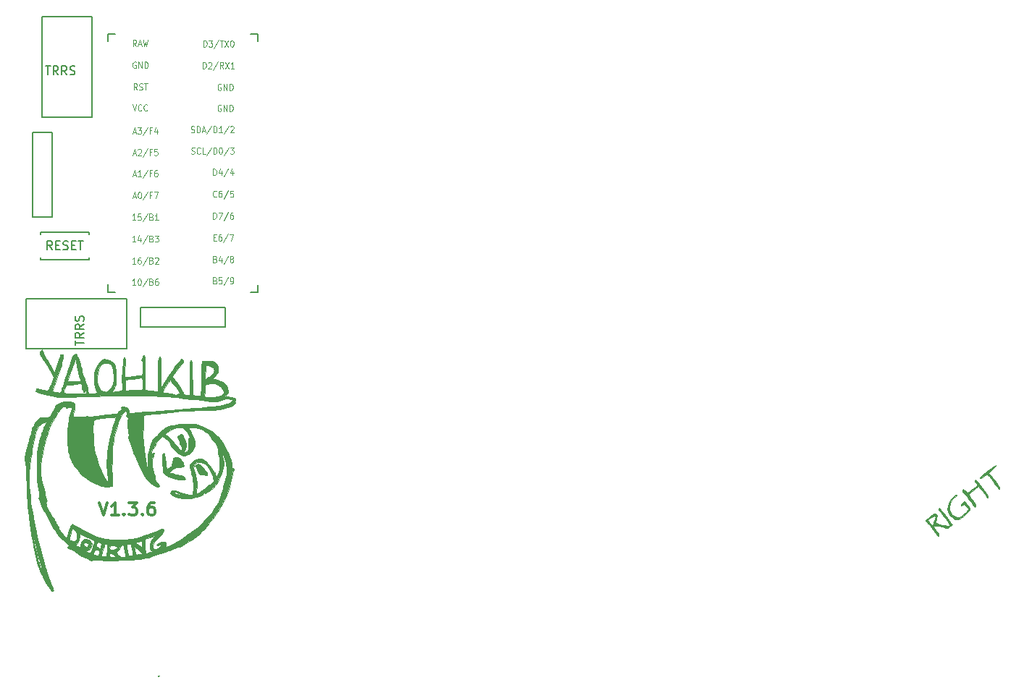
<source format=gbr>
%TF.GenerationSoftware,KiCad,Pcbnew,(5.1.10)-1*%
%TF.CreationDate,2021-10-28T21:04:48+02:00*%
%TF.ProjectId,yaohkib - right,79616f68-6b69-4622-902d-207269676874,rev?*%
%TF.SameCoordinates,Original*%
%TF.FileFunction,Legend,Top*%
%TF.FilePolarity,Positive*%
%FSLAX46Y46*%
G04 Gerber Fmt 4.6, Leading zero omitted, Abs format (unit mm)*
G04 Created by KiCad (PCBNEW (5.1.10)-1) date 2021-10-28 21:04:48*
%MOMM*%
%LPD*%
G01*
G04 APERTURE LIST*
%ADD10C,0.300000*%
%ADD11C,0.150000*%
%ADD12C,0.010000*%
%ADD13C,0.125000*%
G04 APERTURE END LIST*
D10*
X97302857Y-111865571D02*
X97802857Y-113365571D01*
X98302857Y-111865571D01*
X99588571Y-113365571D02*
X98731428Y-113365571D01*
X99160000Y-113365571D02*
X99160000Y-111865571D01*
X99017142Y-112079857D01*
X98874285Y-112222714D01*
X98731428Y-112294142D01*
X100231428Y-113222714D02*
X100302857Y-113294142D01*
X100231428Y-113365571D01*
X100160000Y-113294142D01*
X100231428Y-113222714D01*
X100231428Y-113365571D01*
X100802857Y-111865571D02*
X101731428Y-111865571D01*
X101231428Y-112437000D01*
X101445714Y-112437000D01*
X101588571Y-112508428D01*
X101660000Y-112579857D01*
X101731428Y-112722714D01*
X101731428Y-113079857D01*
X101660000Y-113222714D01*
X101588571Y-113294142D01*
X101445714Y-113365571D01*
X101017142Y-113365571D01*
X100874285Y-113294142D01*
X100802857Y-113222714D01*
X102374285Y-113222714D02*
X102445714Y-113294142D01*
X102374285Y-113365571D01*
X102302857Y-113294142D01*
X102374285Y-113222714D01*
X102374285Y-113365571D01*
X103731428Y-111865571D02*
X103445714Y-111865571D01*
X103302857Y-111937000D01*
X103231428Y-112008428D01*
X103088571Y-112222714D01*
X103017142Y-112508428D01*
X103017142Y-113079857D01*
X103088571Y-113222714D01*
X103160000Y-113294142D01*
X103302857Y-113365571D01*
X103588571Y-113365571D01*
X103731428Y-113294142D01*
X103802857Y-113222714D01*
X103874285Y-113079857D01*
X103874285Y-112722714D01*
X103802857Y-112579857D01*
X103731428Y-112508428D01*
X103588571Y-112437000D01*
X103302857Y-112437000D01*
X103160000Y-112508428D01*
X103088571Y-112579857D01*
X103017142Y-112722714D01*
D11*
%TO.C,J1*%
X100510000Y-93860000D02*
X88760000Y-93860000D01*
X100510000Y-88060000D02*
X100510000Y-93860000D01*
X88760000Y-88060000D02*
X100510000Y-88060000D01*
X88760000Y-93860000D02*
X88760000Y-88060000D01*
%TO.C,U2*%
X98365000Y-57034000D02*
X98365000Y-57884000D01*
X115865000Y-57034000D02*
X115865000Y-57884000D01*
X98365000Y-57034000D02*
X99215000Y-57034000D01*
X115865000Y-57034000D02*
X115065000Y-57034000D01*
X98365000Y-86334000D02*
X98365000Y-87234000D01*
X115865000Y-86384000D02*
X115865000Y-87234000D01*
X98365000Y-87234000D02*
X99215000Y-87234000D01*
X115865000Y-87234000D02*
X115005000Y-87234000D01*
D12*
%TO.C,G\u002A\u002A\u002A*%
G36*
X104329777Y-132156156D02*
G01*
X104331455Y-132169955D01*
X104287525Y-132226004D01*
X104273727Y-132227682D01*
X104217677Y-132183753D01*
X104216000Y-132169955D01*
X104259929Y-132113905D01*
X104273727Y-132112227D01*
X104329777Y-132156156D01*
G37*
X104329777Y-132156156D02*
X104331455Y-132169955D01*
X104287525Y-132226004D01*
X104273727Y-132227682D01*
X104217677Y-132183753D01*
X104216000Y-132169955D01*
X104259929Y-132113905D01*
X104273727Y-132112227D01*
X104329777Y-132156156D01*
G36*
X90614384Y-93964121D02*
G01*
X90643308Y-94021254D01*
X90710161Y-94157756D01*
X90802881Y-94348925D01*
X90849335Y-94445182D01*
X90972184Y-94689046D01*
X91099214Y-94923307D01*
X91207215Y-95105553D01*
X91228449Y-95137909D01*
X91316813Y-95280904D01*
X91440157Y-95497272D01*
X91581828Y-95757118D01*
X91718856Y-96018250D01*
X91847874Y-96263543D01*
X91960142Y-96466409D01*
X92044467Y-96607366D01*
X92089657Y-96666929D01*
X92091937Y-96667682D01*
X92126257Y-96616772D01*
X92170430Y-96486850D01*
X92195304Y-96389841D01*
X92244875Y-96221438D01*
X92328910Y-95982736D01*
X92434585Y-95708760D01*
X92522719Y-95495598D01*
X92628523Y-95233154D01*
X92714027Y-94993029D01*
X92769567Y-94804221D01*
X92786000Y-94705484D01*
X92800194Y-94582571D01*
X92867242Y-94537164D01*
X92959182Y-94531773D01*
X93049345Y-94535381D01*
X93102931Y-94559851D01*
X93123028Y-94625651D01*
X93112724Y-94753247D01*
X93075108Y-94963108D01*
X93046274Y-95109045D01*
X92971236Y-95462878D01*
X92888295Y-95800819D01*
X92791078Y-96142348D01*
X92673211Y-96506945D01*
X92528321Y-96914093D01*
X92350033Y-97383271D01*
X92131975Y-97933960D01*
X92078789Y-98066106D01*
X91973277Y-98335456D01*
X91889178Y-98565301D01*
X91833493Y-98735284D01*
X91813222Y-98825045D01*
X91815006Y-98833203D01*
X91894676Y-98868228D01*
X92050104Y-98908367D01*
X92247617Y-98947920D01*
X92453546Y-98981186D01*
X92634219Y-99002465D01*
X92755965Y-99006056D01*
X92786429Y-98997664D01*
X92799367Y-98971901D01*
X93160237Y-98971901D01*
X93189971Y-99030980D01*
X93257718Y-99059505D01*
X93261475Y-99060340D01*
X93439252Y-99095839D01*
X93600554Y-99117909D01*
X93776833Y-99128167D01*
X93999540Y-99128234D01*
X94300126Y-99119728D01*
X94368131Y-99117294D01*
X94686059Y-99106967D01*
X95006473Y-99098707D01*
X95286527Y-99093512D01*
X95444382Y-99092227D01*
X95833273Y-99092227D01*
X95778519Y-98848534D01*
X95732013Y-98667507D01*
X95698268Y-98586482D01*
X95681169Y-98609692D01*
X95684601Y-98741370D01*
X95685032Y-98746671D01*
X95680498Y-98891405D01*
X95627271Y-98956152D01*
X95600205Y-98964335D01*
X95515825Y-98947543D01*
X95498826Y-98908846D01*
X95473317Y-98806620D01*
X95412420Y-98667457D01*
X95411881Y-98666424D01*
X95340829Y-98483166D01*
X95327420Y-98423553D01*
X95619194Y-98423553D01*
X95629807Y-98498426D01*
X95649513Y-98499320D01*
X95663294Y-98422058D01*
X95654071Y-98388676D01*
X95628438Y-98366810D01*
X95619194Y-98423553D01*
X95327420Y-98423553D01*
X95301432Y-98308022D01*
X95288870Y-98226318D01*
X95556909Y-98226318D01*
X95578031Y-98273834D01*
X95595394Y-98264803D01*
X95602303Y-98196294D01*
X95595394Y-98187833D01*
X95561075Y-98195757D01*
X95556909Y-98226318D01*
X95288870Y-98226318D01*
X95265644Y-98075273D01*
X95215655Y-97942173D01*
X95157718Y-97908818D01*
X95441455Y-97908818D01*
X95470318Y-97937682D01*
X95499182Y-97908818D01*
X95470318Y-97879955D01*
X95441455Y-97908818D01*
X95157718Y-97908818D01*
X95130452Y-97893121D01*
X94989022Y-97912513D01*
X94835318Y-97961922D01*
X94676798Y-98000814D01*
X94441417Y-98039089D01*
X94167655Y-98071033D01*
X94014107Y-98083874D01*
X93423805Y-98125538D01*
X93315057Y-98421269D01*
X93221187Y-98686051D01*
X93170112Y-98863260D01*
X93160237Y-98971901D01*
X92799367Y-98971901D01*
X92823943Y-98922964D01*
X92887923Y-98758170D01*
X92971586Y-98523752D01*
X93068149Y-98240180D01*
X93170827Y-97927923D01*
X93265505Y-97630491D01*
X93594182Y-97630491D01*
X93605281Y-97668378D01*
X93650485Y-97692680D01*
X93747659Y-97704817D01*
X93914663Y-97706207D01*
X94169360Y-97698270D01*
X94350306Y-97690577D01*
X94632598Y-97676721D01*
X94869965Y-97662604D01*
X95040359Y-97649720D01*
X95121733Y-97639564D01*
X95125349Y-97638029D01*
X95119578Y-97577910D01*
X95088759Y-97431322D01*
X95038429Y-97223126D01*
X94999121Y-97071236D01*
X94891087Y-96650739D01*
X94796919Y-96259373D01*
X94727392Y-95946091D01*
X94864182Y-95946091D01*
X94893045Y-95974955D01*
X94921909Y-95946091D01*
X94893045Y-95917227D01*
X94864182Y-95946091D01*
X94727392Y-95946091D01*
X94720617Y-95915567D01*
X94666182Y-95637748D01*
X94637613Y-95444347D01*
X94634264Y-95390318D01*
X94602288Y-95248028D01*
X94546682Y-95166773D01*
X94478517Y-95126975D01*
X94460192Y-95181760D01*
X94460091Y-95192298D01*
X94439326Y-95300898D01*
X94386556Y-95467013D01*
X94351185Y-95560162D01*
X94222987Y-95883570D01*
X94090944Y-96225445D01*
X93961782Y-96567387D01*
X93842231Y-96890994D01*
X93739019Y-97177864D01*
X93658875Y-97409596D01*
X93608526Y-97567789D01*
X93594182Y-97630491D01*
X93265505Y-97630491D01*
X93272839Y-97607452D01*
X93367399Y-97299235D01*
X93447725Y-97023743D01*
X93482050Y-96898591D01*
X93565886Y-96612950D01*
X93675443Y-96279552D01*
X93791215Y-95956868D01*
X93828718Y-95859500D01*
X93933788Y-95584428D01*
X94033454Y-95308953D01*
X94112242Y-95076421D01*
X94137864Y-94993591D01*
X94208305Y-94768238D01*
X94269663Y-94629628D01*
X94340696Y-94552454D01*
X94440158Y-94511412D01*
X94506256Y-94496562D01*
X94633484Y-94481128D01*
X94683797Y-94515359D01*
X94691000Y-94578877D01*
X94714869Y-94691615D01*
X94746297Y-94732316D01*
X94782090Y-94796056D01*
X94842935Y-94945355D01*
X94920421Y-95155273D01*
X95006140Y-95400870D01*
X95091681Y-95657205D01*
X95168635Y-95899339D01*
X95228591Y-96102331D01*
X95263139Y-96241241D01*
X95268273Y-96280274D01*
X95287488Y-96395017D01*
X95339365Y-96590197D01*
X95415248Y-96838445D01*
X95506483Y-97112391D01*
X95604417Y-97384662D01*
X95674490Y-97564971D01*
X95758791Y-97783141D01*
X95826687Y-97976707D01*
X95864500Y-98106478D01*
X95865902Y-98113380D01*
X95892094Y-98239417D01*
X95935418Y-98436353D01*
X95986730Y-98662661D01*
X95989273Y-98673704D01*
X96085709Y-99092227D01*
X96568356Y-99092227D01*
X96793289Y-99086260D01*
X96970974Y-99070370D01*
X97072212Y-99047575D01*
X97083943Y-99038932D01*
X97077786Y-98960239D01*
X97075424Y-98954613D01*
X97423798Y-98954613D01*
X97433045Y-98976773D01*
X97509517Y-99032345D01*
X97526450Y-99034500D01*
X97557748Y-98998932D01*
X97548500Y-98976773D01*
X97472028Y-98921201D01*
X97455095Y-98919045D01*
X97423798Y-98954613D01*
X97075424Y-98954613D01*
X97024131Y-98832455D01*
X97288727Y-98832455D01*
X97317591Y-98861318D01*
X97346455Y-98832455D01*
X97317591Y-98803591D01*
X97288727Y-98832455D01*
X97024131Y-98832455D01*
X97022396Y-98828323D01*
X96995919Y-98780621D01*
X96908454Y-98599713D01*
X96824908Y-98375321D01*
X96793891Y-98271076D01*
X96745068Y-97997226D01*
X96718778Y-97654509D01*
X96716244Y-97416576D01*
X97065435Y-97416576D01*
X97069014Y-97615617D01*
X97096504Y-97789900D01*
X97153373Y-97984406D01*
X97197456Y-98111527D01*
X97347986Y-98442845D01*
X97534120Y-98674790D01*
X97769065Y-98821251D01*
X97917713Y-98868920D01*
X98079007Y-98902761D01*
X98186615Y-98898369D01*
X98298266Y-98847777D01*
X98366560Y-98806993D01*
X98581921Y-98613918D01*
X98762369Y-98328922D01*
X98899860Y-97972365D01*
X98986350Y-97564611D01*
X99013946Y-97168206D01*
X98999553Y-96914348D01*
X98959613Y-96618631D01*
X98901279Y-96315397D01*
X98831705Y-96038986D01*
X98758045Y-95823739D01*
X98716660Y-95741080D01*
X98564059Y-95602606D01*
X98328869Y-95531305D01*
X98025333Y-95531474D01*
X98022802Y-95531760D01*
X97822943Y-95567451D01*
X97679553Y-95637827D01*
X97536515Y-95772045D01*
X97515221Y-95795480D01*
X97338469Y-96044119D01*
X97210292Y-96350998D01*
X97124788Y-96734479D01*
X97080298Y-97147794D01*
X97065435Y-97416576D01*
X96716244Y-97416576D01*
X96714823Y-97283252D01*
X96733006Y-96923778D01*
X96773129Y-96616415D01*
X96802605Y-96490546D01*
X96907394Y-96212876D01*
X97060846Y-95907718D01*
X97241096Y-95611761D01*
X97426279Y-95361690D01*
X97556920Y-95224851D01*
X97725009Y-95113835D01*
X97899502Y-95055155D01*
X98046645Y-95055684D01*
X98125773Y-95109045D01*
X98205180Y-95153395D01*
X98305228Y-95166773D01*
X98500178Y-95206531D01*
X98724868Y-95311115D01*
X98932981Y-95458492D01*
X98949497Y-95473268D01*
X99095487Y-95677610D01*
X99204393Y-95987513D01*
X99275303Y-96398899D01*
X99307304Y-96907686D01*
X99309182Y-97082440D01*
X99306941Y-97404220D01*
X99297503Y-97640843D01*
X99276790Y-97822564D01*
X99240727Y-97979637D01*
X99185238Y-98142318D01*
X99156398Y-98216472D01*
X99068684Y-98426153D01*
X98985693Y-98605459D01*
X98925488Y-98715413D01*
X98850694Y-98855133D01*
X98867628Y-98925459D01*
X98977608Y-98928799D01*
X98993379Y-98925142D01*
X104753892Y-98925142D01*
X104756263Y-98947497D01*
X104831802Y-99009004D01*
X105004636Y-99036037D01*
X105065665Y-99037809D01*
X105259198Y-99053103D01*
X105512950Y-99090352D01*
X105775557Y-99141868D01*
X105803500Y-99148243D01*
X106071315Y-99209174D01*
X106246408Y-99244480D01*
X106348184Y-99256064D01*
X106396047Y-99245828D01*
X106409399Y-99215677D01*
X106409636Y-99207682D01*
X106459799Y-99167150D01*
X106580664Y-99149959D01*
X106582818Y-99149955D01*
X106704410Y-99132903D01*
X106755986Y-99091818D01*
X106756000Y-99091080D01*
X106724869Y-99005454D01*
X106645050Y-98860327D01*
X106536900Y-98688734D01*
X106420780Y-98523707D01*
X106355560Y-98441358D01*
X106268497Y-98338361D01*
X106131976Y-98176893D01*
X105971094Y-97986636D01*
X105918814Y-97924816D01*
X105590609Y-97536722D01*
X105395040Y-97809361D01*
X105194152Y-98100821D01*
X105019810Y-98375561D01*
X104881797Y-98616148D01*
X104789896Y-98805152D01*
X104753892Y-98925142D01*
X98993379Y-98925142D01*
X99034977Y-98915497D01*
X99120891Y-98897416D01*
X100975262Y-98897416D01*
X101051937Y-98907411D01*
X101069864Y-98907792D01*
X101168452Y-98901552D01*
X101177132Y-98883481D01*
X101171985Y-98881180D01*
X101057386Y-98869760D01*
X100998803Y-98879041D01*
X100975262Y-98897416D01*
X99120891Y-98897416D01*
X99200900Y-98880578D01*
X99420509Y-98846363D01*
X99554557Y-98830151D01*
X99781797Y-98797128D01*
X99929494Y-98741193D01*
X100011374Y-98641451D01*
X100041165Y-98477003D01*
X100032592Y-98226953D01*
X100023193Y-98116705D01*
X100005955Y-97927386D01*
X99993597Y-97775310D01*
X100351049Y-97775310D01*
X100351052Y-98046626D01*
X100380184Y-98395967D01*
X100384967Y-98436784D01*
X100420658Y-98733841D01*
X101178215Y-98709785D01*
X101487499Y-98698166D01*
X101777845Y-98684041D01*
X102017675Y-98669153D01*
X102175411Y-98655239D01*
X102181114Y-98654532D01*
X102426455Y-98623335D01*
X102426455Y-98201974D01*
X102421402Y-97947784D01*
X102408215Y-97699418D01*
X102391432Y-97525095D01*
X102365210Y-97368097D01*
X102323945Y-97296654D01*
X102237630Y-97281840D01*
X102146091Y-97288610D01*
X101912163Y-97312104D01*
X101634560Y-97343532D01*
X101338035Y-97379655D01*
X101047343Y-97417235D01*
X100787238Y-97453035D01*
X100582473Y-97483817D01*
X100457803Y-97506342D01*
X100435914Y-97512312D01*
X100379545Y-97593409D01*
X100351049Y-97775310D01*
X99993597Y-97775310D01*
X99993339Y-97772139D01*
X99985687Y-97632037D01*
X99983343Y-97488158D01*
X99986647Y-97321575D01*
X99995943Y-97113365D01*
X100011573Y-96844602D01*
X100033879Y-96496362D01*
X100059585Y-96104841D01*
X100086917Y-95698291D01*
X100109739Y-95392709D01*
X100130276Y-95173802D01*
X100150754Y-95027281D01*
X100173399Y-94938854D01*
X100200439Y-94894230D01*
X100234098Y-94879120D01*
X100250678Y-94878136D01*
X100288014Y-94883123D01*
X100315331Y-94907957D01*
X100333704Y-94967448D01*
X100344208Y-95076406D01*
X100347919Y-95249640D01*
X100345912Y-95501960D01*
X100339261Y-95848176D01*
X100335010Y-96039871D01*
X100308817Y-97201606D01*
X100631613Y-97168493D01*
X100883328Y-97140884D01*
X101169549Y-97106652D01*
X101467649Y-97068859D01*
X101754997Y-97030565D01*
X102008965Y-96994832D01*
X102206924Y-96964722D01*
X102326245Y-96943295D01*
X102350610Y-96935951D01*
X102361008Y-96873688D01*
X102374637Y-96718032D01*
X102389888Y-96490941D01*
X102405149Y-96214375D01*
X102408405Y-96147869D01*
X102421969Y-95832719D01*
X102426354Y-95613005D01*
X102420115Y-95468970D01*
X102401807Y-95380856D01*
X102369984Y-95328904D01*
X102347068Y-95309220D01*
X102296132Y-95261071D01*
X102283824Y-95197645D01*
X102312774Y-95088302D01*
X102381045Y-94913602D01*
X102448297Y-94755191D01*
X102503720Y-94645643D01*
X102548446Y-94592025D01*
X102583610Y-94601402D01*
X102610344Y-94680842D01*
X102629782Y-94837411D01*
X102643058Y-95078176D01*
X102651305Y-95410202D01*
X102655657Y-95840557D01*
X102657247Y-96376307D01*
X102657364Y-96636202D01*
X102657364Y-98682905D01*
X102844977Y-98713185D01*
X103096813Y-98749738D01*
X103369826Y-98782775D01*
X103638016Y-98809977D01*
X103875381Y-98829025D01*
X104055918Y-98837599D01*
X104153627Y-98833380D01*
X104161283Y-98830594D01*
X104176174Y-98764818D01*
X104189191Y-98593605D01*
X104200042Y-98326959D01*
X104208432Y-97974887D01*
X104214068Y-97547395D01*
X104216657Y-97054487D01*
X104216788Y-96938479D01*
X104218035Y-96481125D01*
X104221201Y-96056554D01*
X104226018Y-95679688D01*
X104232219Y-95365445D01*
X104239538Y-95128747D01*
X104247707Y-94984512D01*
X104252385Y-94950295D01*
X104323428Y-94844289D01*
X104395915Y-94820409D01*
X104429897Y-94825738D01*
X104455965Y-94850710D01*
X104475170Y-94908807D01*
X104488562Y-95013507D01*
X104497194Y-95178292D01*
X104502115Y-95416640D01*
X104504376Y-95742033D01*
X104505028Y-96167950D01*
X104505047Y-96220295D01*
X104506710Y-96636933D01*
X104511149Y-97038468D01*
X104517903Y-97402806D01*
X104526511Y-97707849D01*
X104536514Y-97931500D01*
X104542350Y-98010822D01*
X104579242Y-98401462D01*
X104707180Y-98212867D01*
X104786670Y-98090511D01*
X104909180Y-97895803D01*
X105058156Y-97655289D01*
X105217044Y-97395511D01*
X105220834Y-97389273D01*
X105446303Y-97029490D01*
X105687549Y-96664421D01*
X105934753Y-96307051D01*
X106178095Y-95970366D01*
X106407756Y-95667351D01*
X106613916Y-95410992D01*
X106786755Y-95214273D01*
X106916454Y-95090180D01*
X106988803Y-95051318D01*
X107076223Y-95102379D01*
X107140285Y-95228895D01*
X107159303Y-95350267D01*
X107126712Y-95409806D01*
X107037698Y-95541522D01*
X106906426Y-95726230D01*
X106747064Y-95944747D01*
X106573776Y-96177889D01*
X106400729Y-96406471D01*
X106242089Y-96611310D01*
X106112022Y-96773221D01*
X106082902Y-96807959D01*
X105972848Y-96948799D01*
X105903466Y-97059437D01*
X105890969Y-97096595D01*
X105925283Y-97164265D01*
X106017715Y-97300859D01*
X106153620Y-97485658D01*
X106296667Y-97670589D01*
X106522850Y-97970124D01*
X106737916Y-98279206D01*
X106927218Y-98574701D01*
X107076113Y-98833475D01*
X107169955Y-99032394D01*
X107183563Y-99071563D01*
X107258071Y-99179000D01*
X107410588Y-99241281D01*
X107656509Y-99264230D01*
X107694068Y-99264621D01*
X107910545Y-99265409D01*
X107910545Y-97272006D01*
X107911060Y-96733339D01*
X107912930Y-96298977D01*
X107916646Y-95957773D01*
X107922697Y-95698582D01*
X107931573Y-95510257D01*
X107943764Y-95381652D01*
X107959759Y-95301621D01*
X107980048Y-95259018D01*
X107999626Y-95244420D01*
X108092241Y-95229278D01*
X108117278Y-95238808D01*
X108125436Y-95301186D01*
X108135768Y-95465633D01*
X108147737Y-95718795D01*
X108160804Y-96047318D01*
X108174433Y-96437849D01*
X108188087Y-96877035D01*
X108199182Y-97273818D01*
X108212099Y-97742849D01*
X108224833Y-98173834D01*
X108236926Y-98553536D01*
X108247920Y-98868719D01*
X108257358Y-99106145D01*
X108264780Y-99252576D01*
X108269144Y-99295596D01*
X108330121Y-99311287D01*
X108474963Y-99338163D01*
X108673307Y-99370624D01*
X108689445Y-99373120D01*
X108920260Y-99402883D01*
X109064346Y-99404742D01*
X109147134Y-99378177D01*
X109165013Y-99363409D01*
X109186510Y-99309268D01*
X109205159Y-99187572D01*
X109221378Y-98990232D01*
X109235580Y-98709161D01*
X109248183Y-98336269D01*
X109259602Y-97863470D01*
X109269441Y-97331989D01*
X109271258Y-97233225D01*
X109723321Y-97233225D01*
X109727582Y-97380734D01*
X109737285Y-97436088D01*
X109815904Y-97443294D01*
X109923452Y-97358873D01*
X109977569Y-97291783D01*
X110072476Y-97207533D01*
X110136319Y-97187227D01*
X110211344Y-97162923D01*
X110220001Y-97143932D01*
X110265402Y-97089323D01*
X110376203Y-97012221D01*
X110395942Y-97000715D01*
X110546904Y-96866561D01*
X110674828Y-96666383D01*
X110685165Y-96643875D01*
X110750956Y-96482836D01*
X110768524Y-96374259D01*
X110739525Y-96266485D01*
X110700057Y-96179861D01*
X110626911Y-96061545D01*
X111027818Y-96061545D01*
X111056682Y-96090409D01*
X111085545Y-96061545D01*
X111056682Y-96032682D01*
X111027818Y-96061545D01*
X110626911Y-96061545D01*
X110615249Y-96042683D01*
X110497449Y-95954825D01*
X110313400Y-95887270D01*
X110074643Y-95824171D01*
X109922040Y-95807439D01*
X109835268Y-95838804D01*
X109794008Y-95919993D01*
X109791452Y-95931659D01*
X109773766Y-96064190D01*
X109757326Y-96266209D01*
X109743097Y-96510917D01*
X109732043Y-96771520D01*
X109725129Y-97021222D01*
X109723321Y-97233225D01*
X109271258Y-97233225D01*
X109277984Y-96867819D01*
X109287444Y-96441157D01*
X109294442Y-96177000D01*
X109584636Y-96177000D01*
X109613500Y-96205864D01*
X109642364Y-96177000D01*
X109613500Y-96148136D01*
X109584636Y-96177000D01*
X109294442Y-96177000D01*
X109297396Y-96065536D01*
X109298454Y-96032682D01*
X109584636Y-96032682D01*
X109605758Y-96080198D01*
X109623121Y-96071167D01*
X109630030Y-96002658D01*
X109623121Y-95994197D01*
X109588802Y-96002121D01*
X109584636Y-96032682D01*
X109298454Y-96032682D01*
X109307414Y-95754493D01*
X109316626Y-95532379D01*
X110354333Y-95532379D01*
X110362257Y-95566698D01*
X110392818Y-95570864D01*
X110440334Y-95549742D01*
X110431303Y-95532379D01*
X110362794Y-95525470D01*
X110354333Y-95532379D01*
X109316626Y-95532379D01*
X109317075Y-95521562D01*
X109325953Y-95380279D01*
X109331902Y-95342537D01*
X109417659Y-95314498D01*
X109604837Y-95291994D01*
X109879481Y-95276257D01*
X110161909Y-95269243D01*
X110497274Y-95292977D01*
X110757241Y-95381925D01*
X110968528Y-95547437D01*
X111053219Y-95647783D01*
X111196178Y-95900509D01*
X111250677Y-96182605D01*
X111231742Y-96473232D01*
X111195244Y-96632586D01*
X111126104Y-96775489D01*
X111004477Y-96935172D01*
X110864109Y-97088850D01*
X110705512Y-97263761D01*
X110631442Y-97365972D01*
X110639628Y-97398917D01*
X110662165Y-97394517D01*
X110774696Y-97387064D01*
X110824321Y-97415788D01*
X110904190Y-97460450D01*
X111018422Y-97475864D01*
X111146099Y-97500452D01*
X111337262Y-97565305D01*
X111553156Y-97657050D01*
X111578869Y-97669224D01*
X111899474Y-97858199D01*
X112129946Y-98084840D01*
X112295132Y-98376361D01*
X112345720Y-98509137D01*
X112404106Y-98741651D01*
X112388112Y-98931009D01*
X112290303Y-99126227D01*
X112241440Y-99196658D01*
X112069608Y-99433866D01*
X112255872Y-99463107D01*
X112409316Y-99487065D01*
X112627839Y-99521030D01*
X112848614Y-99555245D01*
X113063601Y-99592842D01*
X113188256Y-99629949D01*
X113247125Y-99677602D01*
X113264436Y-99742183D01*
X113244823Y-99877790D01*
X113211685Y-99941044D01*
X113182104Y-100036861D01*
X113215382Y-100095138D01*
X113252957Y-100212658D01*
X113177554Y-100336007D01*
X112991443Y-100464120D01*
X112696895Y-100595932D01*
X112296181Y-100730379D01*
X111791571Y-100866397D01*
X111356100Y-100966679D01*
X111158057Y-101002083D01*
X110917690Y-101029950D01*
X110618954Y-101051274D01*
X110245801Y-101067049D01*
X109782184Y-101078270D01*
X109479964Y-101082897D01*
X108790877Y-101094993D01*
X108149690Y-101113676D01*
X107534541Y-101140505D01*
X106923565Y-101177038D01*
X106294898Y-101224836D01*
X105626678Y-101285456D01*
X104897039Y-101360458D01*
X104084118Y-101451400D01*
X103725318Y-101493227D01*
X103525772Y-101516367D01*
X103263258Y-101546350D01*
X102989556Y-101577269D01*
X102948668Y-101581854D01*
X102727138Y-101607925D01*
X102556493Y-101630399D01*
X102463557Y-101645642D01*
X102454187Y-101648801D01*
X102455308Y-101707824D01*
X102464016Y-101853761D01*
X102478569Y-102058447D01*
X102483490Y-102122909D01*
X102495673Y-102421889D01*
X102492423Y-102750086D01*
X102475970Y-103017682D01*
X102432409Y-103896911D01*
X102478384Y-104797398D01*
X102516075Y-105126921D01*
X102562010Y-105483649D01*
X102612610Y-105881037D01*
X102660300Y-106259416D01*
X102684360Y-106452455D01*
X102718429Y-106698802D01*
X102761890Y-106971998D01*
X102810293Y-107248717D01*
X102859192Y-107505635D01*
X102904138Y-107719429D01*
X102940684Y-107866772D01*
X102964382Y-107924342D01*
X102965059Y-107924448D01*
X102969112Y-107870381D01*
X102973027Y-107722944D01*
X102976374Y-107504222D01*
X102978723Y-107236299D01*
X102978833Y-107217289D01*
X102987094Y-106889971D01*
X103006352Y-106554859D01*
X103033522Y-106256277D01*
X103058226Y-106077227D01*
X103133197Y-105728713D01*
X103233761Y-105378997D01*
X103352492Y-105043710D01*
X103481965Y-104738482D01*
X103614756Y-104478946D01*
X103743439Y-104280730D01*
X103860590Y-104159467D01*
X103958785Y-104130787D01*
X103978712Y-104139421D01*
X104044331Y-104121923D01*
X104112236Y-104034975D01*
X104194165Y-103908463D01*
X104221747Y-103872677D01*
X104956582Y-103872677D01*
X105091338Y-103915447D01*
X105210990Y-103983969D01*
X105382370Y-104120498D01*
X105583823Y-104303909D01*
X105793694Y-104513076D01*
X105990328Y-104726874D01*
X106152070Y-104924177D01*
X106212581Y-105009273D01*
X106440386Y-105325951D01*
X106643211Y-105551913D01*
X106814041Y-105679671D01*
X106857308Y-105697510D01*
X106949998Y-105711912D01*
X106983225Y-105653775D01*
X106986345Y-105576004D01*
X106961705Y-105433495D01*
X106898920Y-105240009D01*
X106842027Y-105104563D01*
X106763284Y-104916460D01*
X106711069Y-104755403D01*
X106698273Y-104680520D01*
X106665765Y-104556430D01*
X106586583Y-104408754D01*
X106577428Y-104395567D01*
X106495734Y-104247550D01*
X106503120Y-104132817D01*
X106607803Y-104025039D01*
X106714451Y-103956451D01*
X106864580Y-103883431D01*
X106969924Y-103886465D01*
X107057474Y-103977407D01*
X107143705Y-104144964D01*
X107236235Y-104330073D01*
X107332242Y-104497538D01*
X107350527Y-104525721D01*
X107440704Y-104735076D01*
X107488750Y-105004625D01*
X107489776Y-105285280D01*
X107447845Y-105502628D01*
X107390664Y-105644068D01*
X107337931Y-105724130D01*
X107324033Y-105730864D01*
X107284614Y-105779292D01*
X107275545Y-105846318D01*
X107315467Y-105938761D01*
X107415426Y-105958982D01*
X107545717Y-105907389D01*
X107626757Y-105841470D01*
X107678821Y-105780068D01*
X107700685Y-105730864D01*
X108083727Y-105730864D01*
X108104849Y-105778380D01*
X108122212Y-105769348D01*
X108129121Y-105700840D01*
X108122212Y-105692379D01*
X108087893Y-105700303D01*
X108083727Y-105730864D01*
X107700685Y-105730864D01*
X107712176Y-105705005D01*
X107729881Y-105592678D01*
X107734995Y-105419484D01*
X107730578Y-105161821D01*
X107727780Y-105062076D01*
X107722088Y-104763584D01*
X107726541Y-104564870D01*
X107742412Y-104450597D01*
X107770974Y-104405429D01*
X107782471Y-104403061D01*
X107868742Y-104358468D01*
X107886396Y-104233719D01*
X107833755Y-104042729D01*
X107827711Y-104027996D01*
X107731718Y-103846611D01*
X107592204Y-103640588D01*
X107430867Y-103436059D01*
X107269403Y-103259154D01*
X107129507Y-103136004D01*
X107053000Y-103094941D01*
X106775268Y-103068225D01*
X106437351Y-103106585D01*
X106069990Y-103203948D01*
X105703925Y-103354239D01*
X105679784Y-103366262D01*
X105452999Y-103488334D01*
X105253480Y-103609575D01*
X105113722Y-103709740D01*
X105083143Y-103737959D01*
X104956582Y-103872677D01*
X104221747Y-103872677D01*
X104280075Y-103797000D01*
X104544890Y-103797000D01*
X104740952Y-103623818D01*
X104863687Y-103516834D01*
X104946026Y-103447711D01*
X104961355Y-103436205D01*
X104938122Y-103423535D01*
X104900341Y-103421773D01*
X104814546Y-103465260D01*
X104707500Y-103573310D01*
X104679937Y-103609386D01*
X104544890Y-103797000D01*
X104280075Y-103797000D01*
X104316364Y-103749919D01*
X104456317Y-103584932D01*
X104591509Y-103439090D01*
X104699427Y-103337982D01*
X104753359Y-103306318D01*
X104834068Y-103274691D01*
X104960135Y-103196512D01*
X104989869Y-103175259D01*
X105143672Y-103072218D01*
X105305964Y-102988369D01*
X105496202Y-102918152D01*
X105733844Y-102856011D01*
X106038345Y-102796389D01*
X106429165Y-102733729D01*
X106647959Y-102701683D01*
X107118979Y-102652949D01*
X107613164Y-102634886D01*
X108096489Y-102646687D01*
X108534933Y-102687546D01*
X108887293Y-102754744D01*
X109268961Y-102887309D01*
X109698070Y-103089653D01*
X110145607Y-103345038D01*
X110582560Y-103636730D01*
X110979916Y-103947992D01*
X111027520Y-103989345D01*
X111269566Y-104221520D01*
X111492351Y-104479848D01*
X111708054Y-104782362D01*
X111928853Y-105147090D01*
X112166928Y-105592063D01*
X112327443Y-105913886D01*
X112490094Y-106250274D01*
X112608590Y-106507942D01*
X112691329Y-106710972D01*
X112746707Y-106883446D01*
X112783120Y-107049445D01*
X112808965Y-107233051D01*
X112818923Y-107323429D01*
X112842947Y-107551641D01*
X112861741Y-107729831D01*
X112872538Y-107831789D01*
X112874065Y-107845927D01*
X112922821Y-107848937D01*
X112976114Y-107845927D01*
X113033350Y-107853947D01*
X113060978Y-107900240D01*
X113057625Y-108001108D01*
X113021920Y-108172852D01*
X112952493Y-108431775D01*
X112916096Y-108559500D01*
X112836082Y-108854453D01*
X112749764Y-109199029D01*
X112672957Y-109529534D01*
X112656934Y-109603246D01*
X112542835Y-110052620D01*
X112389585Y-110533615D01*
X112211205Y-111008544D01*
X112021715Y-111439722D01*
X111857643Y-111751784D01*
X111717246Y-111994874D01*
X111554739Y-112281884D01*
X111402773Y-112555089D01*
X111387351Y-112583192D01*
X111267284Y-112793679D01*
X111136714Y-113002370D01*
X110982539Y-113227814D01*
X110791653Y-113488558D01*
X110550956Y-113803151D01*
X110292816Y-114132571D01*
X110141251Y-114326915D01*
X110002702Y-114508495D01*
X109905862Y-114639680D01*
X109902136Y-114644940D01*
X109703337Y-114910364D01*
X109552772Y-115074293D01*
X109448222Y-115139084D01*
X109435187Y-115140409D01*
X109361639Y-115167451D01*
X109353727Y-115187739D01*
X109312410Y-115269065D01*
X109205668Y-115394672D01*
X109059314Y-115538097D01*
X108899161Y-115672873D01*
X108834182Y-115720402D01*
X108674370Y-115840913D01*
X108537161Y-115960343D01*
X108516682Y-115980870D01*
X108406657Y-116066907D01*
X108229638Y-116176068D01*
X108026000Y-116283683D01*
X107801908Y-116403586D01*
X107589373Y-116535736D01*
X107448727Y-116640042D01*
X107304587Y-116745750D01*
X107178544Y-116807663D01*
X107142252Y-116814365D01*
X107068915Y-116835024D01*
X107067020Y-116861742D01*
X107039947Y-116910814D01*
X106924449Y-116968561D01*
X106746096Y-117025341D01*
X106530455Y-117071514D01*
X106496227Y-117076966D01*
X106324822Y-117123537D01*
X106104873Y-117210580D01*
X105902536Y-117309618D01*
X105711173Y-117407805D01*
X105552119Y-117478545D01*
X105458512Y-117507165D01*
X105456292Y-117507227D01*
X105362179Y-117527104D01*
X105197780Y-117579059D01*
X105010893Y-117647241D01*
X104763572Y-117739209D01*
X104471813Y-117842386D01*
X104216000Y-117928723D01*
X103952764Y-118016697D01*
X103681768Y-118110384D01*
X103465545Y-118188089D01*
X103304591Y-118235019D01*
X103054693Y-118292204D01*
X102741334Y-118354528D01*
X102389998Y-118416877D01*
X102080091Y-118466141D01*
X101790565Y-118508744D01*
X101537589Y-118543090D01*
X101303628Y-118570089D01*
X101071148Y-118590653D01*
X100822614Y-118605693D01*
X100540493Y-118616119D01*
X100207249Y-118622843D01*
X99805349Y-118626775D01*
X99317258Y-118628827D01*
X98933955Y-118629603D01*
X98387462Y-118630229D01*
X97943371Y-118629744D01*
X97588629Y-118627475D01*
X97310183Y-118622749D01*
X97094980Y-118614891D01*
X96929969Y-118603231D01*
X96802096Y-118587094D01*
X96698309Y-118565807D01*
X96605556Y-118538698D01*
X96518511Y-118507833D01*
X97250242Y-118507833D01*
X97258167Y-118542152D01*
X97288727Y-118546318D01*
X97336243Y-118525197D01*
X97327212Y-118507833D01*
X97258703Y-118500924D01*
X97250242Y-118507833D01*
X96518511Y-118507833D01*
X96510783Y-118505093D01*
X96509409Y-118504584D01*
X96336735Y-118445871D01*
X96256558Y-118431133D01*
X96275102Y-118461288D01*
X96392271Y-118528167D01*
X96462715Y-118546318D01*
X96532170Y-118581380D01*
X96538273Y-118604045D01*
X96488871Y-118647440D01*
X96393955Y-118661773D01*
X96285467Y-118642012D01*
X96249636Y-118604045D01*
X96205258Y-118548537D01*
X96188501Y-118546318D01*
X96105941Y-118520803D01*
X95949791Y-118453410D01*
X95747641Y-118357867D01*
X95585297Y-118276924D01*
X95864788Y-118276924D01*
X95872712Y-118311243D01*
X95903273Y-118315409D01*
X95950789Y-118294288D01*
X95941758Y-118276924D01*
X95927985Y-118275535D01*
X96469354Y-118275535D01*
X96503857Y-118311981D01*
X96624864Y-118376295D01*
X96803060Y-118444552D01*
X96964180Y-118480736D01*
X97000091Y-118482603D01*
X97056382Y-118470941D01*
X97013679Y-118437219D01*
X96866058Y-118376944D01*
X96855773Y-118373136D01*
X96656361Y-118305961D01*
X96523871Y-118273478D01*
X96469354Y-118275535D01*
X95927985Y-118275535D01*
X95873249Y-118270015D01*
X95864788Y-118276924D01*
X95585297Y-118276924D01*
X95527082Y-118247899D01*
X95315705Y-118137235D01*
X95141101Y-118039601D01*
X95037364Y-117973603D01*
X94912796Y-117886245D01*
X94762071Y-117784963D01*
X95268273Y-117784963D01*
X95316656Y-117829890D01*
X95440788Y-117902173D01*
X95609143Y-117986483D01*
X95790196Y-118067493D01*
X95952420Y-118129876D01*
X96018727Y-118149829D01*
X96174625Y-118183983D01*
X96223155Y-118180951D01*
X96163388Y-118141126D01*
X96105318Y-118113316D01*
X95753566Y-117955661D01*
X95575948Y-117881126D01*
X96630183Y-117881126D01*
X96638005Y-117917054D01*
X96720332Y-117959478D01*
X96866543Y-118010887D01*
X97027664Y-118055926D01*
X97154721Y-118079239D01*
X97155434Y-118079294D01*
X97195867Y-118067057D01*
X97588038Y-118067057D01*
X97651952Y-118127323D01*
X97795443Y-118154606D01*
X97822705Y-118157155D01*
X97988357Y-118168741D01*
X98105779Y-118171621D01*
X98125773Y-118170248D01*
X98156329Y-118112988D01*
X98166435Y-118066411D01*
X98501884Y-118066411D01*
X98517598Y-118138855D01*
X98578821Y-118187876D01*
X98704868Y-118219391D01*
X98915053Y-118239312D01*
X99096267Y-118248443D01*
X99316307Y-118257682D01*
X99130052Y-118087564D01*
X98928816Y-117929161D01*
X98751491Y-117836917D01*
X98616904Y-117818312D01*
X98554280Y-117858811D01*
X98511100Y-117982552D01*
X98501884Y-118066411D01*
X98166435Y-118066411D01*
X98187867Y-117967644D01*
X98215044Y-117761412D01*
X98219267Y-117715209D01*
X99304943Y-117715209D01*
X99347286Y-117779282D01*
X99458847Y-117883368D01*
X99574964Y-117983477D01*
X99756838Y-118131080D01*
X99893715Y-118214347D01*
X100022133Y-118250687D01*
X100150470Y-118257682D01*
X100303784Y-118248949D01*
X100394610Y-118226890D01*
X100405354Y-118214386D01*
X100393378Y-118097120D01*
X100363419Y-117908884D01*
X100321190Y-117677859D01*
X100272403Y-117432230D01*
X100222771Y-117200178D01*
X100178006Y-117009887D01*
X100143821Y-116889539D01*
X100138565Y-116878336D01*
X100524400Y-116878336D01*
X100535974Y-117020687D01*
X100566786Y-117215900D01*
X100613646Y-117462046D01*
X100666452Y-117699281D01*
X100709006Y-117859598D01*
X100760286Y-118006419D01*
X100818525Y-118069325D01*
X100922321Y-118075435D01*
X101002472Y-118065786D01*
X101153760Y-118038449D01*
X101249635Y-118007680D01*
X101259058Y-118001139D01*
X101259382Y-117936941D01*
X101238615Y-117788939D01*
X101202552Y-117585608D01*
X101156994Y-117355421D01*
X101107737Y-117126856D01*
X101063808Y-116941962D01*
X101356114Y-116941962D01*
X101362003Y-117005062D01*
X101401633Y-117150252D01*
X101467539Y-117351768D01*
X101507091Y-117463068D01*
X101686548Y-117955694D01*
X102027170Y-117947938D01*
X102208268Y-117938727D01*
X102331986Y-117922706D01*
X102368259Y-117907126D01*
X102329994Y-117852307D01*
X102227687Y-117741371D01*
X102080939Y-117593012D01*
X101909354Y-117425921D01*
X101732535Y-117258793D01*
X101570084Y-117110319D01*
X101441603Y-116999192D01*
X101366697Y-116944106D01*
X101356114Y-116941962D01*
X101063808Y-116941962D01*
X101060582Y-116928386D01*
X101021325Y-116788486D01*
X101002727Y-116742341D01*
X100925724Y-116707761D01*
X100790461Y-116702630D01*
X100649905Y-116725449D01*
X100581280Y-116754254D01*
X100539221Y-116798490D01*
X100524400Y-116878336D01*
X100138565Y-116878336D01*
X100131492Y-116863265D01*
X100035542Y-116843629D01*
X99924100Y-116878730D01*
X99802120Y-116974297D01*
X99771000Y-117103973D01*
X99718490Y-117280887D01*
X99572053Y-117468791D01*
X99382994Y-117622682D01*
X99320589Y-117670045D01*
X99304943Y-117715209D01*
X98219267Y-117715209D01*
X98222874Y-117675751D01*
X98244827Y-117424760D01*
X98266553Y-117207004D01*
X98556063Y-117207004D01*
X98579177Y-117330063D01*
X98671908Y-117391128D01*
X98746341Y-117404572D01*
X98959961Y-117391208D01*
X99195199Y-117324816D01*
X99387887Y-117224303D01*
X99405777Y-117210288D01*
X99470228Y-117111729D01*
X99432924Y-117020507D01*
X99307564Y-116944793D01*
X99107845Y-116892759D01*
X98847465Y-116872576D01*
X98839665Y-116872549D01*
X98690252Y-116887432D01*
X98616505Y-116945873D01*
X98595112Y-117002114D01*
X98556063Y-117207004D01*
X98266553Y-117207004D01*
X98267659Y-117195927D01*
X98287147Y-117030923D01*
X98290731Y-117006261D01*
X98296848Y-116873079D01*
X98240841Y-116802111D01*
X98151610Y-116764368D01*
X98027256Y-116735096D01*
X97959612Y-116745485D01*
X97959048Y-116746325D01*
X97933150Y-116819320D01*
X97889614Y-116971127D01*
X97839783Y-117161400D01*
X97776160Y-117395992D01*
X97707872Y-117620167D01*
X97661420Y-117753736D01*
X97594320Y-117950348D01*
X97588038Y-118067057D01*
X97195867Y-118067057D01*
X97239928Y-118053722D01*
X97250836Y-118041205D01*
X97274718Y-117962202D01*
X97304343Y-117812420D01*
X97317283Y-117731983D01*
X97337230Y-117569581D01*
X97323627Y-117486672D01*
X97262201Y-117448917D01*
X97193018Y-117432958D01*
X97036644Y-117395293D01*
X96932577Y-117362558D01*
X96861621Y-117365736D01*
X96791143Y-117446464D01*
X96714809Y-117599680D01*
X96654086Y-117762255D01*
X96630183Y-117881126D01*
X95575948Y-117881126D01*
X95494899Y-117847115D01*
X95332377Y-117788878D01*
X95269060Y-117782151D01*
X95268273Y-117784963D01*
X94762071Y-117784963D01*
X94739280Y-117769649D01*
X94632703Y-117699651D01*
X95114333Y-117699651D01*
X95122257Y-117733970D01*
X95152818Y-117738136D01*
X95200334Y-117717015D01*
X95191303Y-117699651D01*
X95122794Y-117692743D01*
X95114333Y-117699651D01*
X94632703Y-117699651D01*
X94559458Y-117651545D01*
X94979636Y-117651545D01*
X95008500Y-117680409D01*
X95037364Y-117651545D01*
X95008500Y-117622682D01*
X94979636Y-117651545D01*
X94559458Y-117651545D01*
X94541381Y-117639673D01*
X94343665Y-117512172D01*
X94198636Y-117420636D01*
X95556909Y-117420636D01*
X95585773Y-117449500D01*
X95614636Y-117420636D01*
X95585773Y-117391773D01*
X95556909Y-117420636D01*
X94198636Y-117420636D01*
X94170699Y-117403004D01*
X94104577Y-117362909D01*
X95441455Y-117362909D01*
X95470318Y-117391773D01*
X95499182Y-117362909D01*
X95470318Y-117334045D01*
X95441455Y-117362909D01*
X94104577Y-117362909D01*
X94047047Y-117328025D01*
X93998273Y-117302885D01*
X93930216Y-117284170D01*
X93796232Y-117240789D01*
X93750300Y-117225215D01*
X93614583Y-117169970D01*
X93573199Y-117120721D01*
X93600798Y-117066300D01*
X93694957Y-117009436D01*
X93747749Y-117012107D01*
X93820190Y-117020978D01*
X93808520Y-116963539D01*
X93735997Y-116871030D01*
X94503770Y-116871030D01*
X94813862Y-117015066D01*
X95123955Y-117159101D01*
X95153050Y-116808676D01*
X95165250Y-116707895D01*
X95510318Y-116707895D01*
X95540344Y-116857829D01*
X95644217Y-116973269D01*
X95786774Y-117035230D01*
X95932852Y-117024732D01*
X96007182Y-116976136D01*
X96079204Y-116845005D01*
X96051507Y-116719071D01*
X95938754Y-116619209D01*
X95755612Y-116566297D01*
X95717251Y-116563412D01*
X95584554Y-116570408D01*
X95526754Y-116626104D01*
X95510318Y-116707895D01*
X95165250Y-116707895D01*
X95178472Y-116598676D01*
X95223732Y-116460323D01*
X95307186Y-116349818D01*
X95370438Y-116290012D01*
X95602974Y-116144767D01*
X95842787Y-116113758D01*
X96083027Y-116196638D01*
X96261634Y-116335534D01*
X96421850Y-116533193D01*
X96479658Y-116730378D01*
X96441164Y-116958696D01*
X96401922Y-117061695D01*
X96266307Y-117286676D01*
X96081546Y-117415172D01*
X95874409Y-117459669D01*
X95643500Y-117478364D01*
X95932136Y-117634426D01*
X96100992Y-117720578D01*
X96232489Y-117778409D01*
X96283284Y-117793176D01*
X96323148Y-117742305D01*
X96386583Y-117601537D01*
X96465133Y-117391898D01*
X96550341Y-117134414D01*
X96557489Y-117111418D01*
X96609813Y-116939241D01*
X96958918Y-116939241D01*
X97012703Y-117022822D01*
X97124363Y-117100355D01*
X97291729Y-117190673D01*
X97395318Y-117202623D01*
X97462438Y-117128784D01*
X97510499Y-116995416D01*
X97561362Y-116804061D01*
X97563422Y-116688550D01*
X97506807Y-116616030D01*
X97420396Y-116572966D01*
X101520968Y-116572966D01*
X101566552Y-116604587D01*
X101619543Y-116626803D01*
X101746639Y-116697637D01*
X101913102Y-116814155D01*
X102014664Y-116894658D01*
X102154493Y-117008300D01*
X102254958Y-117084021D01*
X102287598Y-117103136D01*
X102299538Y-117050476D01*
X102307970Y-116912740D01*
X102311000Y-116729352D01*
X102311000Y-116355568D01*
X102123386Y-116391985D01*
X101939556Y-116433971D01*
X101733499Y-116489434D01*
X101704864Y-116497914D01*
X101563264Y-116543161D01*
X101520968Y-116572966D01*
X97420396Y-116572966D01*
X97381644Y-116553654D01*
X97377172Y-116551782D01*
X97203425Y-116485950D01*
X97121358Y-116471109D01*
X97133891Y-116505724D01*
X97127877Y-116565960D01*
X97088944Y-116606747D01*
X97013658Y-116708589D01*
X96968773Y-116826366D01*
X96958918Y-116939241D01*
X96609813Y-116939241D01*
X96638629Y-116844423D01*
X96705390Y-116615889D01*
X96751109Y-116449257D01*
X96769127Y-116367967D01*
X96769182Y-116366405D01*
X96720319Y-116313983D01*
X96594114Y-116235239D01*
X96421146Y-116144878D01*
X96231991Y-116057607D01*
X96057227Y-115988131D01*
X95927432Y-115951156D01*
X95900440Y-115948591D01*
X95804768Y-115917313D01*
X95646633Y-115834480D01*
X95456836Y-115716593D01*
X95416240Y-115689202D01*
X95037364Y-115429813D01*
X95036096Y-115790225D01*
X94995279Y-116164280D01*
X94880461Y-116478890D01*
X94698894Y-116715503D01*
X94662365Y-116746280D01*
X94503770Y-116871030D01*
X93735997Y-116871030D01*
X93717395Y-116847302D01*
X93551468Y-116679782D01*
X93528493Y-116658214D01*
X93171673Y-116321338D01*
X92938941Y-116091576D01*
X93861267Y-116091576D01*
X93873145Y-116213629D01*
X93943301Y-116286611D01*
X94056000Y-116333658D01*
X94295311Y-116396928D01*
X94465249Y-116390038D01*
X94589059Y-116311761D01*
X94595167Y-116305167D01*
X94679350Y-116145352D01*
X94726125Y-115919362D01*
X94730497Y-115671835D01*
X94690228Y-115455569D01*
X94614828Y-115293346D01*
X94506079Y-115134734D01*
X94384907Y-115001393D01*
X94272235Y-114914987D01*
X94188989Y-114897177D01*
X94168057Y-114914997D01*
X94122691Y-115023082D01*
X94063269Y-115210080D01*
X93998715Y-115441761D01*
X93937957Y-115683893D01*
X93889919Y-115902246D01*
X93863527Y-116062590D01*
X93861267Y-116091576D01*
X92938941Y-116091576D01*
X92876143Y-116029580D01*
X92627480Y-115763501D01*
X92411263Y-115503661D01*
X92213069Y-115230622D01*
X92018476Y-114924943D01*
X91813062Y-114567186D01*
X91582404Y-114137910D01*
X91402283Y-113792344D01*
X91256183Y-113513877D01*
X91114860Y-113251250D01*
X90993770Y-113032768D01*
X90908370Y-112886737D01*
X90903759Y-112879374D01*
X90723439Y-112583865D01*
X90606491Y-112367218D01*
X90546385Y-112216404D01*
X90534636Y-112142567D01*
X90511094Y-112032970D01*
X90450341Y-111863251D01*
X90390882Y-111725800D01*
X90287555Y-111476682D01*
X90250595Y-111311653D01*
X90278554Y-111221360D01*
X90309918Y-111203270D01*
X90331296Y-111140582D01*
X90331773Y-110993413D01*
X90314680Y-110790163D01*
X90290690Y-110613342D01*
X90485951Y-110613342D01*
X90503972Y-110744772D01*
X90505773Y-110753136D01*
X90540402Y-110868263D01*
X90571829Y-110907534D01*
X90574487Y-110905710D01*
X90583322Y-110835203D01*
X90565300Y-110703773D01*
X90563500Y-110695409D01*
X90528871Y-110580283D01*
X90497444Y-110541011D01*
X90494786Y-110542835D01*
X90485951Y-110613342D01*
X90290690Y-110613342D01*
X90283348Y-110559233D01*
X90244783Y-110349045D01*
X90419182Y-110349045D01*
X90440303Y-110396561D01*
X90457667Y-110387530D01*
X90464575Y-110319021D01*
X90457667Y-110310561D01*
X90423348Y-110318485D01*
X90419182Y-110349045D01*
X90244783Y-110349045D01*
X90241109Y-110329025D01*
X90191292Y-110127939D01*
X90179269Y-110089273D01*
X90137111Y-109919002D01*
X90102526Y-109710508D01*
X90096266Y-109656318D01*
X90074311Y-109469011D01*
X90051242Y-109314056D01*
X90044597Y-109279459D01*
X90033892Y-109170798D01*
X90025285Y-108967550D01*
X90018792Y-108690562D01*
X90014429Y-108360682D01*
X90012212Y-107998759D01*
X90012155Y-107625641D01*
X90012262Y-107607173D01*
X90491737Y-107607173D01*
X90503133Y-108396364D01*
X90592449Y-109144794D01*
X90677064Y-109537488D01*
X90746968Y-109814329D01*
X90811559Y-110075302D01*
X90861933Y-110284174D01*
X90882766Y-110374534D01*
X90948320Y-110662892D01*
X91017439Y-110954117D01*
X91083705Y-111222487D01*
X91140701Y-111442282D01*
X91182007Y-111587781D01*
X91194604Y-111624229D01*
X91187867Y-111734996D01*
X91149421Y-111785050D01*
X91101064Y-111896577D01*
X91116481Y-112083692D01*
X91189165Y-112330382D01*
X91312608Y-112620637D01*
X91480304Y-112938445D01*
X91685745Y-113267795D01*
X91840912Y-113486470D01*
X91964879Y-113662835D01*
X92054921Y-113810955D01*
X92093009Y-113900931D01*
X92093273Y-113904993D01*
X92122826Y-113978119D01*
X92144742Y-113985864D01*
X92195702Y-114034752D01*
X92232057Y-114128685D01*
X92287389Y-114267190D01*
X92381068Y-114436323D01*
X92411497Y-114483105D01*
X92500520Y-114636832D01*
X92550878Y-114767511D01*
X92555091Y-114798694D01*
X92582750Y-114905285D01*
X92611273Y-114937409D01*
X92671494Y-115009045D01*
X92746909Y-115140303D01*
X92759606Y-115166323D01*
X92842812Y-115302273D01*
X92979381Y-115485807D01*
X93142543Y-115681392D01*
X93175034Y-115717749D01*
X93498313Y-116074984D01*
X93661202Y-115492675D01*
X93787819Y-115074438D01*
X93906653Y-114750554D01*
X94015190Y-114526594D01*
X94110916Y-114408135D01*
X94158530Y-114389955D01*
X94238306Y-114418039D01*
X94396694Y-114495248D01*
X94613480Y-114611014D01*
X94868449Y-114754768D01*
X94974786Y-114816674D01*
X95500519Y-115121250D01*
X95948674Y-115369610D01*
X96337837Y-115569439D01*
X96686591Y-115728419D01*
X97013518Y-115854234D01*
X97337202Y-115954568D01*
X97676227Y-116037103D01*
X98049177Y-116109523D01*
X98139677Y-116125211D01*
X98697641Y-116196214D01*
X99298095Y-116230159D01*
X99917886Y-116228804D01*
X100533862Y-116193905D01*
X100822465Y-116161231D01*
X102686227Y-116161231D01*
X102693845Y-116819797D01*
X102698822Y-117106973D01*
X102706366Y-117372007D01*
X102715359Y-117581397D01*
X102722709Y-117685006D01*
X102743955Y-117891649D01*
X102759060Y-117882455D01*
X103061455Y-117882455D01*
X103090318Y-117911318D01*
X103119182Y-117882455D01*
X103090318Y-117853591D01*
X103061455Y-117882455D01*
X102759060Y-117882455D01*
X102831849Y-117838153D01*
X103350091Y-117838153D01*
X103369756Y-117849830D01*
X103481073Y-117831663D01*
X103691093Y-117782254D01*
X103889895Y-117731144D01*
X104023557Y-117689774D01*
X104088718Y-117656917D01*
X104089483Y-117650105D01*
X104026533Y-117651594D01*
X103890156Y-117677665D01*
X103717270Y-117718930D01*
X103544793Y-117765999D01*
X103409641Y-117809483D01*
X103350091Y-117838153D01*
X102831849Y-117838153D01*
X102917136Y-117786245D01*
X103090405Y-117711453D01*
X103263500Y-117679741D01*
X103423293Y-117663819D01*
X103522856Y-117626527D01*
X103529926Y-117610696D01*
X104169794Y-117610696D01*
X104187136Y-117620914D01*
X104282004Y-117592171D01*
X104331455Y-117564955D01*
X104377661Y-117519213D01*
X104360318Y-117508995D01*
X104265450Y-117537738D01*
X104216000Y-117564955D01*
X104169794Y-117610696D01*
X103529926Y-117610696D01*
X103543602Y-117580078D01*
X103476739Y-117539644D01*
X103417886Y-117493426D01*
X104471946Y-117493426D01*
X104528689Y-117502670D01*
X104603562Y-117492056D01*
X104604456Y-117472350D01*
X104527195Y-117458570D01*
X104493812Y-117467793D01*
X104471946Y-117493426D01*
X103417886Y-117493426D01*
X103354386Y-117443559D01*
X103281003Y-117260952D01*
X103261735Y-117012118D01*
X103286655Y-116790086D01*
X103374568Y-116450055D01*
X103511023Y-116170337D01*
X103667841Y-115958822D01*
X103816601Y-115782030D01*
X103251414Y-115971631D01*
X102686227Y-116161231D01*
X100822465Y-116161231D01*
X101122869Y-116127221D01*
X101661755Y-116030508D01*
X102127368Y-115905524D01*
X102397591Y-115802024D01*
X102604651Y-115716079D01*
X102878997Y-115612138D01*
X103177574Y-115506190D01*
X103348459Y-115448953D01*
X103625367Y-115352767D01*
X103887966Y-115251258D01*
X104100158Y-115158889D01*
X104195784Y-115109530D01*
X104421976Y-115004534D01*
X104614834Y-114964737D01*
X104758286Y-114985372D01*
X104836257Y-115061672D01*
X104832675Y-115188870D01*
X104786501Y-115284727D01*
X104694913Y-115443606D01*
X104623783Y-115584284D01*
X104623273Y-115585438D01*
X104541907Y-115693874D01*
X104402499Y-115818244D01*
X104335800Y-115865976D01*
X104068254Y-116088896D01*
X103839840Y-116385314D01*
X103704784Y-116624587D01*
X103600861Y-116895805D01*
X103595743Y-117107464D01*
X103671714Y-117243331D01*
X103790410Y-117321355D01*
X103935105Y-117320336D01*
X104053492Y-117282468D01*
X104163131Y-117218959D01*
X104293246Y-117114890D01*
X104420423Y-116993899D01*
X104521248Y-116879623D01*
X104572305Y-116795698D01*
X104564122Y-116766980D01*
X104474943Y-116780905D01*
X104353805Y-116842323D01*
X104204543Y-116905240D01*
X104092156Y-116889011D01*
X104043205Y-116798402D01*
X104042818Y-116786514D01*
X104088871Y-116707246D01*
X104231724Y-116620618D01*
X104478421Y-116522878D01*
X104634749Y-116471243D01*
X104860690Y-116428566D01*
X105014831Y-116471704D01*
X105104808Y-116606807D01*
X105138258Y-116840021D01*
X105138848Y-116877038D01*
X105150339Y-117000775D01*
X105170943Y-117057473D01*
X105235824Y-117047699D01*
X105381612Y-116988020D01*
X105590449Y-116888324D01*
X105763415Y-116799926D01*
X106877398Y-116799926D01*
X106879618Y-116815344D01*
X106948526Y-116788949D01*
X107066357Y-116726670D01*
X107161238Y-116669458D01*
X107296618Y-116577273D01*
X107379166Y-116508101D01*
X107391000Y-116489637D01*
X107348291Y-116493347D01*
X107218891Y-116566004D01*
X107000889Y-116708704D01*
X106959633Y-116736761D01*
X106877398Y-116799926D01*
X105763415Y-116799926D01*
X105844477Y-116758498D01*
X106125839Y-116608432D01*
X106416676Y-116448014D01*
X106699132Y-116287132D01*
X106832380Y-116208364D01*
X107564182Y-116208364D01*
X107593045Y-116237227D01*
X107621909Y-116208364D01*
X107593045Y-116179500D01*
X107564182Y-116208364D01*
X106832380Y-116208364D01*
X106955347Y-116135674D01*
X107167464Y-116003529D01*
X107317626Y-115900585D01*
X107387975Y-115836730D01*
X107391000Y-115828169D01*
X107436590Y-115777058D01*
X107559638Y-115680408D01*
X107588668Y-115659955D01*
X108614242Y-115659955D01*
X108669918Y-115622018D01*
X108747591Y-115544500D01*
X108814257Y-115460875D01*
X108823212Y-115429045D01*
X108767536Y-115466982D01*
X108689864Y-115544500D01*
X108623197Y-115628125D01*
X108614242Y-115659955D01*
X107588668Y-115659955D01*
X107739557Y-115553649D01*
X107889285Y-115454641D01*
X107964599Y-115400182D01*
X108891909Y-115400182D01*
X108920773Y-115429045D01*
X108949636Y-115400182D01*
X108920773Y-115371318D01*
X108891909Y-115400182D01*
X107964599Y-115400182D01*
X108737378Y-114841394D01*
X109517433Y-114138742D01*
X110234610Y-113341816D01*
X110526726Y-112966560D01*
X110723454Y-112686958D01*
X110919067Y-112381021D01*
X111102379Y-112069370D01*
X111262203Y-111772624D01*
X111387355Y-111511405D01*
X111466648Y-111306335D01*
X111489636Y-111191417D01*
X111515566Y-111052738D01*
X111581873Y-110866311D01*
X111633955Y-110753136D01*
X111726704Y-110519424D01*
X111775141Y-110291828D01*
X111778273Y-110233479D01*
X111798752Y-110048290D01*
X111849256Y-109892328D01*
X111861620Y-109870764D01*
X111931717Y-109719998D01*
X112008395Y-109486217D01*
X112084314Y-109201022D01*
X112152136Y-108896011D01*
X112204519Y-108602782D01*
X112234124Y-108352935D01*
X112238077Y-108250112D01*
X112225906Y-108007352D01*
X112196006Y-107716092D01*
X112156354Y-107448573D01*
X112113619Y-107245929D01*
X112052349Y-107002465D01*
X111979426Y-106740341D01*
X111901728Y-106481719D01*
X111826137Y-106248759D01*
X111759533Y-106063621D01*
X111708796Y-105948465D01*
X111682617Y-105922731D01*
X111678690Y-105989733D01*
X111694863Y-106138698D01*
X111725619Y-106339010D01*
X111765440Y-106560057D01*
X111808810Y-106771224D01*
X111850210Y-106941896D01*
X111884125Y-107041459D01*
X111884288Y-107041768D01*
X111911499Y-107187662D01*
X111893176Y-107424585D01*
X111831882Y-107738604D01*
X111730181Y-108115789D01*
X111628002Y-108434477D01*
X111428487Y-108938777D01*
X111188350Y-109411215D01*
X110920931Y-109830719D01*
X110639569Y-110176211D01*
X110375045Y-110414112D01*
X110169720Y-110554004D01*
X109978473Y-110667297D01*
X109822735Y-110743188D01*
X109723940Y-110770872D01*
X109700091Y-110754310D01*
X109670048Y-110696402D01*
X109606775Y-110712961D01*
X109550552Y-110789425D01*
X109543635Y-110810864D01*
X109473053Y-110905195D01*
X109404722Y-110926318D01*
X109314591Y-110948882D01*
X109296000Y-110977313D01*
X109248784Y-111034780D01*
X109194977Y-111059034D01*
X109085971Y-111096196D01*
X108914604Y-111158608D01*
X108789776Y-111205513D01*
X108600624Y-111261028D01*
X108337401Y-111316871D01*
X108041186Y-111365018D01*
X107857319Y-111387661D01*
X107573917Y-111415717D01*
X107364670Y-111427258D01*
X107189065Y-111419226D01*
X107006591Y-111388563D01*
X106776735Y-111332212D01*
X106640064Y-111295782D01*
X106262925Y-111183579D01*
X105988900Y-111074877D01*
X105806119Y-110962745D01*
X105702713Y-110840251D01*
X105668991Y-110728672D01*
X105673622Y-110661931D01*
X106005545Y-110661931D01*
X106055477Y-110714352D01*
X106181333Y-110781154D01*
X106347204Y-110848029D01*
X106517182Y-110900669D01*
X106655358Y-110924763D01*
X106665862Y-110925050D01*
X106835498Y-110926318D01*
X106714461Y-110813555D01*
X106615667Y-110756466D01*
X106463623Y-110703229D01*
X106292681Y-110661192D01*
X106137192Y-110637703D01*
X106031510Y-110640108D01*
X106005545Y-110661931D01*
X105673622Y-110661931D01*
X105678303Y-110594487D01*
X105723578Y-110518105D01*
X105883015Y-110478608D01*
X106135024Y-110496194D01*
X106472603Y-110569514D01*
X106888746Y-110697222D01*
X107160091Y-110794461D01*
X107216364Y-110814329D01*
X107282167Y-110832700D01*
X107384712Y-110855794D01*
X107551211Y-110889828D01*
X107752584Y-110929874D01*
X107946776Y-110960644D01*
X108101816Y-110971462D01*
X108167066Y-110964418D01*
X108230682Y-110882192D01*
X108280314Y-110697355D01*
X108314052Y-110422120D01*
X108329988Y-110068697D01*
X108330977Y-109916091D01*
X108318997Y-109581944D01*
X108281508Y-109251620D01*
X108213045Y-108893246D01*
X108108146Y-108474951D01*
X108045673Y-108251968D01*
X107961354Y-107914472D01*
X107948993Y-107819466D01*
X108356746Y-107819466D01*
X108405596Y-108123182D01*
X108503849Y-108364917D01*
X108624578Y-108683453D01*
X108701828Y-109081752D01*
X108737427Y-109571356D01*
X108740145Y-109858364D01*
X108732815Y-110145076D01*
X108716937Y-110402729D01*
X108694909Y-110601765D01*
X108671206Y-110707868D01*
X108607631Y-110864645D01*
X108821929Y-110765940D01*
X108990257Y-110682418D01*
X109204106Y-110568423D01*
X109365975Y-110477791D01*
X109592359Y-110322064D01*
X109819842Y-110125456D01*
X109939578Y-109999150D01*
X110108590Y-109820769D01*
X110229041Y-109743566D01*
X110271333Y-109743683D01*
X110369446Y-109721602D01*
X110504936Y-109602257D01*
X110540658Y-109561316D01*
X110722083Y-109345218D01*
X110592595Y-108874570D01*
X110509509Y-108604282D01*
X110412185Y-108363814D01*
X110283612Y-108118586D01*
X110106779Y-107834016D01*
X110006807Y-107683732D01*
X109782189Y-107429956D01*
X109511771Y-107249358D01*
X109219717Y-107151484D01*
X108930194Y-107145882D01*
X108763511Y-107192537D01*
X108538568Y-107341211D01*
X108402024Y-107554498D01*
X108356746Y-107819466D01*
X107948993Y-107819466D01*
X107929231Y-107667590D01*
X107937042Y-107541589D01*
X108026078Y-107331392D01*
X108198932Y-107121074D01*
X108427323Y-106938152D01*
X108682972Y-106810146D01*
X108691916Y-106807049D01*
X108900646Y-106742004D01*
X109054492Y-106718016D01*
X109205519Y-106732654D01*
X109375784Y-106775095D01*
X109587448Y-106875734D01*
X109827424Y-107056167D01*
X110073309Y-107292469D01*
X110302698Y-107560715D01*
X110493190Y-107836979D01*
X110622379Y-108097337D01*
X110627757Y-108112114D01*
X110693305Y-108249267D01*
X110761758Y-108323986D01*
X110778542Y-108328591D01*
X110842418Y-108378305D01*
X110885298Y-108487341D01*
X110935933Y-108728353D01*
X110973471Y-108864114D01*
X111010234Y-108901993D01*
X111058544Y-108849361D01*
X111130722Y-108713588D01*
X111161500Y-108652544D01*
X111271742Y-108350772D01*
X111346959Y-107971951D01*
X111386213Y-107549338D01*
X111388564Y-107116193D01*
X111353076Y-106705773D01*
X111278811Y-106351337D01*
X111230286Y-106213654D01*
X111178211Y-106049585D01*
X111191852Y-105947373D01*
X111205926Y-105926974D01*
X111232165Y-105817455D01*
X111605091Y-105817455D01*
X111633955Y-105846318D01*
X111662818Y-105817455D01*
X111633955Y-105788591D01*
X111605091Y-105817455D01*
X111232165Y-105817455D01*
X111233395Y-105812325D01*
X111203503Y-105627764D01*
X111126673Y-105396841D01*
X111013328Y-105143104D01*
X110873892Y-104890102D01*
X110718786Y-104661386D01*
X110570987Y-104492443D01*
X110441919Y-104357027D01*
X110356236Y-104246889D01*
X110335091Y-104199869D01*
X110297924Y-104101877D01*
X110205221Y-103965292D01*
X110085174Y-103823081D01*
X109965978Y-103708206D01*
X109875826Y-103653633D01*
X109867095Y-103652682D01*
X109764367Y-103606237D01*
X109735842Y-103563223D01*
X109643583Y-103460547D01*
X109460005Y-103358256D01*
X109209070Y-103263082D01*
X108914739Y-103181759D01*
X108600973Y-103121021D01*
X108291733Y-103087601D01*
X108038856Y-103086341D01*
X107735212Y-103104273D01*
X107883821Y-103322419D01*
X107982527Y-103492884D01*
X108092060Y-103720320D01*
X108178152Y-103928555D01*
X108262301Y-104135372D01*
X108343748Y-104307007D01*
X108405080Y-104406820D01*
X108405846Y-104407682D01*
X108447129Y-104507980D01*
X108474774Y-104678683D01*
X108488016Y-104884095D01*
X108486094Y-105088522D01*
X108468244Y-105256270D01*
X108433705Y-105351643D01*
X108426155Y-105358069D01*
X108387264Y-105437145D01*
X108393860Y-105472709D01*
X108380030Y-105569273D01*
X108340069Y-105618257D01*
X108268050Y-105729732D01*
X108256909Y-105790362D01*
X108208935Y-105874292D01*
X108083080Y-105988994D01*
X107906445Y-106117194D01*
X107706131Y-106241618D01*
X107509241Y-106344992D01*
X107342876Y-106410042D01*
X107263441Y-106423591D01*
X107129108Y-106399576D01*
X106952814Y-106337921D01*
X106766836Y-106254213D01*
X106603452Y-106164039D01*
X106494938Y-106082985D01*
X106468908Y-106039912D01*
X106426874Y-105966852D01*
X106321752Y-105855647D01*
X106250886Y-105792852D01*
X106016943Y-105592260D01*
X105857339Y-105439274D01*
X105753964Y-105312343D01*
X105688708Y-105189915D01*
X105651435Y-105079524D01*
X105528084Y-104819011D01*
X105316462Y-104558462D01*
X105040511Y-104325011D01*
X104913038Y-104242662D01*
X104657577Y-104091667D01*
X104350570Y-104434925D01*
X104137539Y-104708194D01*
X103965185Y-104995838D01*
X103906609Y-105124637D01*
X103806468Y-105336653D01*
X103704482Y-105482470D01*
X103647570Y-105527599D01*
X103563775Y-105575022D01*
X103510479Y-105641444D01*
X103474007Y-105756956D01*
X103440682Y-105951651D01*
X103433925Y-105997688D01*
X103393017Y-106279273D01*
X103544508Y-106139537D01*
X103654260Y-106058129D01*
X103730153Y-106036981D01*
X103737728Y-106041531D01*
X103738950Y-106111220D01*
X103706860Y-106262239D01*
X103647788Y-106467485D01*
X103614515Y-106569063D01*
X103535393Y-106811373D01*
X103490681Y-106991864D01*
X103475394Y-107156694D01*
X103484544Y-107352018D01*
X103506731Y-107566832D01*
X103582547Y-108008382D01*
X103700129Y-108375056D01*
X103716764Y-108412716D01*
X103833817Y-108748034D01*
X103869636Y-109024104D01*
X103883513Y-109217804D01*
X103934757Y-109340747D01*
X103999814Y-109406787D01*
X104160627Y-109572637D01*
X104279633Y-109762306D01*
X104331026Y-109933716D01*
X104331455Y-109947510D01*
X104317017Y-110027999D01*
X104251523Y-110047872D01*
X104143841Y-110030854D01*
X103972633Y-109973249D01*
X103783083Y-109878913D01*
X103740988Y-109853085D01*
X103600738Y-109768116D01*
X103501135Y-109717943D01*
X103481215Y-109712353D01*
X103398074Y-109667767D01*
X103262261Y-109549699D01*
X103091863Y-109375900D01*
X102904965Y-109164118D01*
X102830203Y-109073447D01*
X102646236Y-108812942D01*
X102439019Y-108462971D01*
X102219334Y-108044393D01*
X101997967Y-107578064D01*
X101785703Y-107084844D01*
X101728725Y-106943136D01*
X101628797Y-106698167D01*
X101540235Y-106494945D01*
X101473432Y-106356470D01*
X101441023Y-106306512D01*
X101404847Y-106241798D01*
X101344912Y-106091060D01*
X101270490Y-105878902D01*
X101212651Y-105700376D01*
X101134635Y-105451846D01*
X101067685Y-105239123D01*
X101049777Y-105182455D01*
X101445091Y-105182455D01*
X101473955Y-105211318D01*
X101502818Y-105182455D01*
X101473955Y-105153591D01*
X101445091Y-105182455D01*
X101049777Y-105182455D01*
X101020505Y-105089827D01*
X101003994Y-105038136D01*
X100975046Y-104944475D01*
X100969168Y-104922682D01*
X100947533Y-104857742D01*
X100897180Y-104715141D01*
X100828983Y-104525671D01*
X100828565Y-104524519D01*
X100756540Y-104303548D01*
X100733169Y-104163612D01*
X100754993Y-104082717D01*
X100758405Y-104078357D01*
X100792273Y-103983481D01*
X100779077Y-103819909D01*
X100759890Y-103726066D01*
X100677328Y-103337909D01*
X100626521Y-103031757D01*
X100605147Y-102779305D01*
X100610886Y-102552244D01*
X100641415Y-102322271D01*
X100643705Y-102309324D01*
X100679381Y-102097018D01*
X100689919Y-101967017D01*
X100676926Y-101909839D01*
X101273745Y-101909839D01*
X101283908Y-101970562D01*
X101325357Y-101940063D01*
X101359739Y-101896214D01*
X101415319Y-101802535D01*
X101419471Y-101760547D01*
X101356907Y-101758209D01*
X101295734Y-101825514D01*
X101273745Y-101909839D01*
X100676926Y-101909839D01*
X100672020Y-101888254D01*
X100626290Y-101834273D01*
X100983273Y-101834273D01*
X101012136Y-101863136D01*
X101041000Y-101834273D01*
X101012136Y-101805409D01*
X100983273Y-101834273D01*
X100626290Y-101834273D01*
X100622384Y-101829663D01*
X100589879Y-101802463D01*
X100493224Y-101698627D01*
X100465158Y-101613360D01*
X100514109Y-101574734D01*
X100521455Y-101574500D01*
X100567849Y-101527853D01*
X100576068Y-101417952D01*
X100547909Y-101289856D01*
X100507023Y-101212841D01*
X100457106Y-101166390D01*
X100395168Y-101172755D01*
X100294593Y-101241862D01*
X100188319Y-101331694D01*
X100024047Y-101505653D01*
X99869329Y-101738365D01*
X99720322Y-102039506D01*
X99573185Y-102418752D01*
X99424075Y-102885775D01*
X99269149Y-103450253D01*
X99140395Y-103970302D01*
X99054838Y-104340003D01*
X98986401Y-104668184D01*
X98932989Y-104975795D01*
X98892506Y-105283782D01*
X98862859Y-105613094D01*
X98841950Y-105984678D01*
X98827687Y-106419483D01*
X98817973Y-106938455D01*
X98814217Y-107231773D01*
X98811017Y-107692480D01*
X98811938Y-108131199D01*
X98816649Y-108529595D01*
X98824820Y-108869335D01*
X98836121Y-109132084D01*
X98850219Y-109299509D01*
X98851717Y-109309955D01*
X98884844Y-109613688D01*
X98875096Y-109813283D01*
X98821845Y-109912046D01*
X98736822Y-109917650D01*
X98630178Y-109927878D01*
X98593070Y-109980357D01*
X98556109Y-110031329D01*
X98477943Y-110055070D01*
X98331764Y-110055568D01*
X98167711Y-110043633D01*
X97568334Y-109937923D01*
X96961861Y-109728401D01*
X96442026Y-109464381D01*
X97140015Y-109464381D01*
X97186214Y-109527083D01*
X97234407Y-109540864D01*
X97287685Y-109502132D01*
X97288727Y-109492758D01*
X97251070Y-109409098D01*
X97172899Y-109397481D01*
X97164279Y-109402104D01*
X97140015Y-109464381D01*
X96442026Y-109464381D01*
X96363554Y-109424526D01*
X95788673Y-109035755D01*
X95252479Y-108571546D01*
X94770235Y-108041357D01*
X94618676Y-107844209D01*
X94498118Y-107680605D01*
X94402100Y-107551247D01*
X94357070Y-107491545D01*
X94214799Y-107275259D01*
X94087701Y-107029727D01*
X96769182Y-107029727D01*
X96798045Y-107058591D01*
X96826909Y-107029727D01*
X96798045Y-107000864D01*
X96769182Y-107029727D01*
X94087701Y-107029727D01*
X94075984Y-107007093D01*
X93955226Y-106722208D01*
X93867131Y-106455766D01*
X93826301Y-106242927D01*
X93825091Y-106210696D01*
X93792964Y-106091555D01*
X93739403Y-106040722D01*
X93680276Y-105968348D01*
X93657989Y-105802538D01*
X93657813Y-105739466D01*
X93656913Y-105594717D01*
X93651882Y-105359089D01*
X93651786Y-105355636D01*
X93940545Y-105355636D01*
X93969409Y-105384500D01*
X93998273Y-105355636D01*
X93969409Y-105326773D01*
X93940545Y-105355636D01*
X93651786Y-105355636D01*
X93643399Y-105057060D01*
X93632141Y-104713105D01*
X93620785Y-104403136D01*
X93606984Y-103989154D01*
X93602142Y-103666417D01*
X93606749Y-103428585D01*
X96610757Y-103428585D01*
X96626263Y-104024506D01*
X96644017Y-104461501D01*
X96664714Y-104814200D01*
X96691920Y-105113759D01*
X96729198Y-105391336D01*
X96780114Y-105678087D01*
X96848232Y-106005169D01*
X96857999Y-106049826D01*
X97042412Y-106774731D01*
X97274299Y-107468210D01*
X97567870Y-108168944D01*
X97847425Y-108742718D01*
X97998829Y-109027537D01*
X98113902Y-109218295D01*
X98201157Y-109327325D01*
X98269107Y-109366957D01*
X98278832Y-109367682D01*
X98341990Y-109355850D01*
X98368777Y-109301758D01*
X98366119Y-109177510D01*
X98354084Y-109064614D01*
X98321677Y-108816437D01*
X98281525Y-108546081D01*
X98265505Y-108447875D01*
X98225929Y-108088019D01*
X98210583Y-107639630D01*
X98218222Y-107126785D01*
X98247601Y-106573559D01*
X98297474Y-106004028D01*
X98366596Y-105442268D01*
X98446388Y-104951545D01*
X98522999Y-104583015D01*
X98628543Y-104139062D01*
X98754020Y-103653306D01*
X98890430Y-103159369D01*
X99028771Y-102690873D01*
X99160044Y-102281438D01*
X99165360Y-102265767D01*
X99233473Y-102059499D01*
X99264369Y-101939021D01*
X99259898Y-101881479D01*
X99221909Y-101864018D01*
X99197933Y-101863136D01*
X99035654Y-101869741D01*
X98800037Y-101887931D01*
X98511388Y-101915268D01*
X98190013Y-101949313D01*
X97856215Y-101987628D01*
X97530302Y-102027775D01*
X97232576Y-102067316D01*
X96983345Y-102103812D01*
X96802913Y-102134826D01*
X96711585Y-102157918D01*
X96704821Y-102162506D01*
X96657836Y-102308309D01*
X96626488Y-102568155D01*
X96610790Y-102941697D01*
X96610757Y-103428585D01*
X93606749Y-103428585D01*
X93607090Y-103411006D01*
X93622655Y-103198998D01*
X93649667Y-103006471D01*
X93673512Y-102881621D01*
X93719122Y-102634372D01*
X93752496Y-102402316D01*
X93767167Y-102231270D01*
X93767364Y-102216597D01*
X93771100Y-102180636D01*
X96249636Y-102180636D01*
X96278500Y-102209500D01*
X96307364Y-102180636D01*
X96278500Y-102151773D01*
X96249636Y-102180636D01*
X93771100Y-102180636D01*
X93788074Y-102017258D01*
X93842960Y-101751722D01*
X93921152Y-101460095D01*
X94011784Y-101182485D01*
X94103986Y-100958999D01*
X94113090Y-100940748D01*
X94224231Y-100722894D01*
X94016660Y-100689210D01*
X93793818Y-100692966D01*
X93688790Y-100739785D01*
X93558226Y-100809334D01*
X93470461Y-100816306D01*
X93450155Y-100760237D01*
X93455267Y-100744190D01*
X93438817Y-100683413D01*
X93323597Y-100646425D01*
X93273989Y-100639593D01*
X93165856Y-100632889D01*
X93080402Y-100653996D01*
X92992876Y-100720009D01*
X92878525Y-100848024D01*
X92761342Y-100993653D01*
X92458093Y-101407639D01*
X92152299Y-101881827D01*
X91875407Y-102366082D01*
X91763300Y-102584727D01*
X91636625Y-102851922D01*
X91522127Y-103116044D01*
X91415240Y-103391865D01*
X91311401Y-103694158D01*
X91206045Y-104037693D01*
X91094606Y-104437244D01*
X90972520Y-104907582D01*
X90835223Y-105463478D01*
X90701914Y-106019500D01*
X90558064Y-106805469D01*
X90491737Y-107607173D01*
X90012262Y-107607173D01*
X90014275Y-107262175D01*
X90018586Y-106929210D01*
X90025106Y-106647593D01*
X90033848Y-106438174D01*
X90042403Y-106337000D01*
X90089576Y-106039655D01*
X90159070Y-105665277D01*
X90243904Y-105246274D01*
X90337095Y-104815054D01*
X90431665Y-104404028D01*
X90520632Y-104045604D01*
X90589568Y-103796696D01*
X90688332Y-103503542D01*
X90808312Y-103199230D01*
X90928205Y-102936583D01*
X90964095Y-102868098D01*
X91061245Y-102681689D01*
X91126695Y-102537034D01*
X91148639Y-102460743D01*
X91146893Y-102456150D01*
X91079877Y-102453432D01*
X90938387Y-102476861D01*
X90825068Y-102503255D01*
X90641041Y-102563468D01*
X90503571Y-102651203D01*
X90369210Y-102797637D01*
X90313582Y-102870259D01*
X90167666Y-103088703D01*
X90030870Y-103330854D01*
X89968107Y-103463029D01*
X89873832Y-103725500D01*
X89774338Y-104071295D01*
X89677051Y-104468981D01*
X89589393Y-104887123D01*
X89518791Y-105294284D01*
X89493846Y-105471091D01*
X89462749Y-105709312D01*
X89420459Y-106028827D01*
X89371386Y-106396535D01*
X89319941Y-106779335D01*
X89289991Y-107000864D01*
X89240816Y-107379843D01*
X89194464Y-107766452D01*
X89154760Y-108126658D01*
X89125529Y-108426424D01*
X89114858Y-108559500D01*
X89104168Y-108926256D01*
X89114452Y-109386616D01*
X89143732Y-109921038D01*
X89190030Y-110509974D01*
X89251368Y-111133881D01*
X89325767Y-111773214D01*
X89411250Y-112408427D01*
X89505838Y-113019977D01*
X89607553Y-113588317D01*
X89640689Y-113754955D01*
X89709669Y-114093771D01*
X89791495Y-114497505D01*
X89876395Y-114917852D01*
X89954600Y-115306512D01*
X89961813Y-115342455D01*
X90072217Y-115859464D01*
X90208412Y-116444096D01*
X90363182Y-117069049D01*
X90529310Y-117707021D01*
X90699582Y-118330710D01*
X90866780Y-118912814D01*
X91023690Y-119426031D01*
X91113729Y-119700864D01*
X91179309Y-119907938D01*
X91231296Y-120096307D01*
X91250322Y-120182118D01*
X91294145Y-120331320D01*
X91344873Y-120424930D01*
X91382989Y-120521781D01*
X91373245Y-120564244D01*
X91371297Y-120619430D01*
X91389636Y-120624500D01*
X91434669Y-120675010D01*
X91490036Y-120803842D01*
X91519863Y-120898705D01*
X91577590Y-121082631D01*
X91663024Y-121328088D01*
X91760223Y-121589723D01*
X91787138Y-121659098D01*
X91886263Y-121914634D01*
X91945206Y-122081673D01*
X91966409Y-122179017D01*
X91952315Y-122225469D01*
X91905367Y-122239829D01*
X91862726Y-122240864D01*
X91754944Y-122192844D01*
X91622057Y-122063445D01*
X91569004Y-121995523D01*
X91453285Y-121827383D01*
X91322055Y-121622676D01*
X91190264Y-121406654D01*
X91072861Y-121204569D01*
X91024537Y-121115182D01*
X91285091Y-121115182D01*
X91313955Y-121144045D01*
X91342818Y-121115182D01*
X91313955Y-121086318D01*
X91285091Y-121115182D01*
X91024537Y-121115182D01*
X90984795Y-121041672D01*
X90966144Y-120999727D01*
X91227364Y-120999727D01*
X91256227Y-121028591D01*
X91285091Y-120999727D01*
X91256227Y-120970864D01*
X91227364Y-120999727D01*
X90966144Y-120999727D01*
X90941015Y-120943215D01*
X90938727Y-120930897D01*
X90920017Y-120884273D01*
X91169636Y-120884273D01*
X91198500Y-120913136D01*
X91227364Y-120884273D01*
X91198500Y-120855409D01*
X91169636Y-120884273D01*
X90920017Y-120884273D01*
X90908848Y-120856443D01*
X90834109Y-120729098D01*
X90802560Y-120681196D01*
X90757381Y-120605733D01*
X91058458Y-120605733D01*
X91090177Y-120708859D01*
X91132962Y-120775342D01*
X91153196Y-120775638D01*
X91149999Y-120711076D01*
X91118956Y-120643261D01*
X91067913Y-120575443D01*
X91058458Y-120605733D01*
X90757381Y-120605733D01*
X90703450Y-120515653D01*
X90686844Y-120480182D01*
X90996455Y-120480182D01*
X91025318Y-120509045D01*
X91054182Y-120480182D01*
X91025318Y-120451318D01*
X90996455Y-120480182D01*
X90686844Y-120480182D01*
X90631393Y-120361743D01*
X90622550Y-120335864D01*
X90559135Y-120189231D01*
X90503199Y-120104955D01*
X90448095Y-120007049D01*
X90378083Y-119836055D01*
X90312849Y-119643136D01*
X90177455Y-119198616D01*
X90071795Y-118845729D01*
X89990789Y-118566030D01*
X89929355Y-118341072D01*
X89882415Y-118152408D01*
X89844887Y-117981592D01*
X89819274Y-117850972D01*
X89773245Y-117613972D01*
X89711673Y-117307802D01*
X89643424Y-116976137D01*
X89591274Y-116727909D01*
X89520634Y-116374388D01*
X89448979Y-115980642D01*
X89386554Y-115604543D01*
X89381221Y-115568603D01*
X89572782Y-115568603D01*
X89586680Y-115724160D01*
X89614849Y-115943385D01*
X89653469Y-116201432D01*
X89698723Y-116473456D01*
X89746792Y-116734612D01*
X89793858Y-116960055D01*
X89814243Y-117045409D01*
X89885378Y-117337045D01*
X89956085Y-117644986D01*
X90021142Y-117944345D01*
X90075327Y-118210238D01*
X90113416Y-118417779D01*
X90130189Y-118542083D01*
X90130545Y-118552709D01*
X90160447Y-118689775D01*
X90209346Y-118793690D01*
X90269725Y-118925467D01*
X90332996Y-119113857D01*
X90359017Y-119210182D01*
X90409562Y-119401818D01*
X90457731Y-119561881D01*
X90476436Y-119614273D01*
X90529715Y-119750091D01*
X90592951Y-119915772D01*
X90593541Y-119917341D01*
X90653068Y-120060488D01*
X90682973Y-120092430D01*
X90684324Y-120012756D01*
X90668574Y-119888477D01*
X90660352Y-119848518D01*
X90835606Y-119848518D01*
X90856469Y-119991224D01*
X90881000Y-120104955D01*
X90932289Y-120291487D01*
X90966393Y-120367903D01*
X90978656Y-120338858D01*
X90964422Y-120209009D01*
X90934287Y-120051668D01*
X90893745Y-119890701D01*
X90857527Y-119794132D01*
X90839993Y-119780355D01*
X90835606Y-119848518D01*
X90660352Y-119848518D01*
X90632379Y-119712571D01*
X90594715Y-119569996D01*
X90735595Y-119569996D01*
X90744670Y-119614273D01*
X90785644Y-119690228D01*
X90800585Y-119700864D01*
X90820765Y-119653725D01*
X90823273Y-119614273D01*
X90793062Y-119537437D01*
X90767357Y-119527682D01*
X90735595Y-119569996D01*
X90594715Y-119569996D01*
X90572673Y-119486561D01*
X90523574Y-119325636D01*
X90433260Y-119039064D01*
X90409854Y-118960119D01*
X90597325Y-118960119D01*
X90607482Y-119068669D01*
X90637655Y-119172911D01*
X90672665Y-119226692D01*
X90684177Y-119224201D01*
X90683421Y-119161306D01*
X90654054Y-119037161D01*
X90653144Y-119034098D01*
X90617959Y-118945241D01*
X90598232Y-118950178D01*
X90597325Y-118960119D01*
X90409854Y-118960119D01*
X90347310Y-118749177D01*
X90274971Y-118488630D01*
X90225489Y-118290076D01*
X90212996Y-118228818D01*
X90191872Y-118121300D01*
X90378414Y-118121300D01*
X90379743Y-118214271D01*
X90395252Y-118353527D01*
X90420429Y-118427241D01*
X90427189Y-118430748D01*
X90460745Y-118481308D01*
X90498073Y-118606689D01*
X90506744Y-118647341D01*
X90538105Y-118769877D01*
X90564707Y-118813535D01*
X90570658Y-118806091D01*
X90565980Y-118724893D01*
X90533213Y-118567992D01*
X90480528Y-118373136D01*
X90423519Y-118188266D01*
X90391168Y-118106981D01*
X90378414Y-118121300D01*
X90191872Y-118121300D01*
X90172393Y-118022162D01*
X90148338Y-117911318D01*
X90303727Y-117911318D01*
X90324849Y-117958834D01*
X90342212Y-117949803D01*
X90349121Y-117881294D01*
X90342212Y-117872833D01*
X90307893Y-117880757D01*
X90303727Y-117911318D01*
X90148338Y-117911318D01*
X90112823Y-117747674D01*
X90090757Y-117651545D01*
X90246000Y-117651545D01*
X90274864Y-117680409D01*
X90303727Y-117651545D01*
X90274864Y-117622682D01*
X90246000Y-117651545D01*
X90090757Y-117651545D01*
X90044376Y-117449500D01*
X90188273Y-117449500D01*
X90209394Y-117497016D01*
X90226758Y-117487985D01*
X90233666Y-117419476D01*
X90226758Y-117411015D01*
X90192439Y-117418939D01*
X90188273Y-117449500D01*
X90044376Y-117449500D01*
X90044324Y-117449276D01*
X89976932Y-117170889D01*
X89929356Y-116987682D01*
X89874523Y-116768587D01*
X89812660Y-116493576D01*
X89756738Y-116220443D01*
X89754425Y-116208364D01*
X89695942Y-115905150D01*
X89654042Y-115698898D01*
X89624556Y-115572998D01*
X89603312Y-115510838D01*
X89586140Y-115495807D01*
X89576972Y-115501558D01*
X89572782Y-115568603D01*
X89381221Y-115568603D01*
X89356227Y-115400182D01*
X89339145Y-115279917D01*
X89500103Y-115279917D01*
X89510716Y-115354790D01*
X89530422Y-115355684D01*
X89544203Y-115278422D01*
X89534980Y-115245040D01*
X89509347Y-115223174D01*
X89500103Y-115279917D01*
X89339145Y-115279917D01*
X89323430Y-115169273D01*
X89668727Y-115169273D01*
X89697591Y-115198136D01*
X89726455Y-115169273D01*
X89697591Y-115140409D01*
X89668727Y-115169273D01*
X89323430Y-115169273D01*
X89308401Y-115063467D01*
X89281484Y-114880636D01*
X89611000Y-114880636D01*
X89639864Y-114909500D01*
X89668727Y-114880636D01*
X89639864Y-114851773D01*
X89611000Y-114880636D01*
X89281484Y-114880636D01*
X89254140Y-114694913D01*
X89238482Y-114592000D01*
X89553273Y-114592000D01*
X89582136Y-114620864D01*
X89611000Y-114592000D01*
X89582136Y-114563136D01*
X89553273Y-114592000D01*
X89238482Y-114592000D01*
X89202195Y-114353518D01*
X89194304Y-114303364D01*
X89322364Y-114303364D01*
X89351227Y-114332227D01*
X89380091Y-114303364D01*
X89351227Y-114274500D01*
X89322364Y-114303364D01*
X89194304Y-114303364D01*
X89180679Y-114216773D01*
X89168801Y-114130182D01*
X89322364Y-114130182D01*
X89351227Y-114159045D01*
X89380091Y-114130182D01*
X89351227Y-114101318D01*
X89322364Y-114130182D01*
X89168801Y-114130182D01*
X89134887Y-113882964D01*
X89120836Y-113754955D01*
X89273751Y-113754955D01*
X89282823Y-113836906D01*
X89302868Y-113827114D01*
X89310492Y-113708926D01*
X89302868Y-113682795D01*
X89281798Y-113675544D01*
X89273751Y-113754955D01*
X89120836Y-113754955D01*
X89087294Y-113449378D01*
X89038959Y-112931658D01*
X88990946Y-112345445D01*
X88944316Y-111706382D01*
X88900130Y-111030110D01*
X88859452Y-110332271D01*
X88823343Y-109628509D01*
X88792864Y-108934464D01*
X88769078Y-108265780D01*
X88763306Y-108068818D01*
X88750880Y-107682667D01*
X88736993Y-107396808D01*
X88720043Y-107196081D01*
X88698430Y-107065324D01*
X88670550Y-106989376D01*
X88646231Y-106960532D01*
X88590016Y-106877031D01*
X88589209Y-106736832D01*
X88600114Y-106671895D01*
X88636263Y-106474021D01*
X88667021Y-106290267D01*
X88668715Y-106279273D01*
X88700332Y-106118984D01*
X88749969Y-105912349D01*
X88759897Y-105875182D01*
X89091455Y-105875182D01*
X89120318Y-105904045D01*
X89149182Y-105875182D01*
X89120318Y-105846318D01*
X89091455Y-105875182D01*
X88759897Y-105875182D01*
X88775318Y-105817455D01*
X88951426Y-105190779D01*
X89108052Y-104648669D01*
X89242434Y-104200539D01*
X89344699Y-103877361D01*
X89409514Y-103654808D01*
X89450650Y-103462568D01*
X89460871Y-103336025D01*
X89458449Y-103321250D01*
X89469165Y-103194337D01*
X89538783Y-103025124D01*
X89564041Y-102981117D01*
X89671194Y-102797673D01*
X89767197Y-102620943D01*
X89785491Y-102584727D01*
X89873781Y-102447239D01*
X90011138Y-102276000D01*
X90118545Y-102159215D01*
X90156241Y-102122909D01*
X91285091Y-102122909D01*
X91313955Y-102151773D01*
X91342818Y-102122909D01*
X91313955Y-102094045D01*
X91285091Y-102122909D01*
X90156241Y-102122909D01*
X90264438Y-102018704D01*
X90371005Y-101947572D01*
X90474915Y-101928282D01*
X90580364Y-101938332D01*
X90751089Y-101944688D01*
X90980585Y-101929682D01*
X91184577Y-101902026D01*
X91574745Y-101834273D01*
X91862873Y-101319922D01*
X91984696Y-101092038D01*
X92081023Y-100892034D01*
X92139364Y-100746990D01*
X92151000Y-100695231D01*
X92181064Y-100581060D01*
X92279490Y-100472161D01*
X92458624Y-100360071D01*
X92730814Y-100236328D01*
X92940091Y-100154412D01*
X93275856Y-100058923D01*
X93608481Y-100019286D01*
X93915946Y-100033117D01*
X94176231Y-100098033D01*
X94367314Y-100211651D01*
X94447473Y-100317557D01*
X94481665Y-100413583D01*
X94489391Y-100526177D01*
X94468935Y-100685779D01*
X94418582Y-100922830D01*
X94411699Y-100952557D01*
X94354448Y-101204895D01*
X94303088Y-101442159D01*
X94267073Y-101620429D01*
X94262274Y-101646659D01*
X94223950Y-101863136D01*
X94922160Y-101863136D01*
X95272841Y-101857805D01*
X95526020Y-101840646D01*
X95699207Y-101809910D01*
X95787409Y-101776757D01*
X95924532Y-101727679D01*
X95989994Y-101747893D01*
X96073765Y-101786153D01*
X96250309Y-101802311D01*
X96499165Y-101796798D01*
X96799870Y-101770045D01*
X97122416Y-101724092D01*
X97415059Y-101679109D01*
X97728156Y-101637538D01*
X97996724Y-101607970D01*
X98010318Y-101606737D01*
X98267059Y-101581904D01*
X98578184Y-101549037D01*
X98883528Y-101514530D01*
X98933955Y-101508552D01*
X99183176Y-101476304D01*
X99344891Y-101444893D01*
X99446502Y-101403907D01*
X99515406Y-101342935D01*
X99568955Y-101267266D01*
X99697902Y-101112256D01*
X99860599Y-100970018D01*
X99880560Y-100956086D01*
X99988476Y-100871268D01*
X100002600Y-100827920D01*
X99981582Y-100824045D01*
X99899707Y-100781405D01*
X99886455Y-100737455D01*
X99936722Y-100679130D01*
X100066184Y-100652157D01*
X100242833Y-100656846D01*
X100434660Y-100693507D01*
X100543945Y-100731071D01*
X100665101Y-100795242D01*
X100728574Y-100882766D01*
X100760841Y-101035241D01*
X100766231Y-101080287D01*
X100790503Y-101246255D01*
X100817256Y-101358542D01*
X100828457Y-101381200D01*
X100892706Y-101385082D01*
X101054937Y-101378247D01*
X101298297Y-101361888D01*
X101605930Y-101337200D01*
X101960980Y-101305375D01*
X102136371Y-101288591D01*
X102513235Y-101253754D01*
X102855735Y-101225759D01*
X103145696Y-101205794D01*
X103364941Y-101195051D01*
X103495296Y-101194719D01*
X103519380Y-101198037D01*
X103623123Y-101207207D01*
X103808032Y-101202490D01*
X104040813Y-101185120D01*
X104137667Y-101175150D01*
X104389666Y-101149541D01*
X104717800Y-101119652D01*
X105083008Y-101088875D01*
X105446225Y-101060601D01*
X105514864Y-101055569D01*
X105885267Y-101027756D01*
X106325527Y-100993166D01*
X106790511Y-100955431D01*
X107235093Y-100918183D01*
X107419864Y-100902253D01*
X107806784Y-100868732D01*
X108203111Y-100834757D01*
X108574514Y-100803248D01*
X108886662Y-100777123D01*
X109036227Y-100764841D01*
X109646930Y-100712848D01*
X110201568Y-100660740D01*
X110689626Y-100609733D01*
X111100585Y-100561041D01*
X111423931Y-100515878D01*
X111649144Y-100475459D01*
X111735765Y-100453026D01*
X111960411Y-100389762D01*
X112195757Y-100338528D01*
X112230328Y-100332661D01*
X112409365Y-100276869D01*
X112594217Y-100177357D01*
X112753249Y-100056673D01*
X112854831Y-99937360D01*
X112875091Y-99873118D01*
X112822586Y-99817369D01*
X112685110Y-99773408D01*
X112492723Y-99743132D01*
X112275483Y-99728437D01*
X112063452Y-99731220D01*
X111886686Y-99753377D01*
X111775247Y-99796806D01*
X111767964Y-99803264D01*
X111603548Y-99902143D01*
X111349000Y-99974915D01*
X111026989Y-100020079D01*
X110660185Y-100036137D01*
X110271257Y-100021590D01*
X109882874Y-99974939D01*
X109700091Y-99940006D01*
X109490716Y-99903987D01*
X109197483Y-99866539D01*
X108851886Y-99831053D01*
X108485420Y-99800916D01*
X108285773Y-99787814D01*
X107913671Y-99762118D01*
X107537757Y-99729634D01*
X107191958Y-99693732D01*
X106910205Y-99657782D01*
X106801754Y-99640451D01*
X106349407Y-99573379D01*
X105955595Y-99530985D01*
X107560647Y-99530985D01*
X107640469Y-99540094D01*
X107679636Y-99540653D01*
X107784661Y-99534634D01*
X107797038Y-99519649D01*
X107780659Y-99514253D01*
X107634250Y-99505275D01*
X107578614Y-99514253D01*
X107560647Y-99530985D01*
X105955595Y-99530985D01*
X105794461Y-99513639D01*
X105515993Y-99491168D01*
X109613500Y-99491168D01*
X109815545Y-99514855D01*
X109986288Y-99523614D01*
X110236627Y-99522822D01*
X110531215Y-99513795D01*
X110834707Y-99497844D01*
X111111756Y-99476284D01*
X111246731Y-99461685D01*
X111532863Y-99368767D01*
X111695400Y-99254400D01*
X111818664Y-99134545D01*
X111868597Y-99036054D01*
X111864929Y-98911956D01*
X111857434Y-98868644D01*
X111747693Y-98584706D01*
X111534071Y-98325001D01*
X111233734Y-98106541D01*
X111024786Y-98002881D01*
X110828554Y-97952128D01*
X110582437Y-97938235D01*
X110577131Y-97938223D01*
X110314991Y-97949865D01*
X110070139Y-97981802D01*
X109868281Y-98028380D01*
X109735128Y-98083947D01*
X109695249Y-98132149D01*
X109690032Y-98213400D01*
X109679598Y-98383675D01*
X109665541Y-98616742D01*
X109651953Y-98844311D01*
X109613500Y-99491168D01*
X105515993Y-99491168D01*
X105149563Y-99461599D01*
X104427356Y-99417626D01*
X103640488Y-99382090D01*
X102801602Y-99355357D01*
X101923346Y-99337796D01*
X101018364Y-99329774D01*
X100099303Y-99331659D01*
X99178807Y-99343819D01*
X98269522Y-99366623D01*
X97866000Y-99380506D01*
X96971675Y-99413947D01*
X96185404Y-99443120D01*
X95499873Y-99468197D01*
X94907767Y-99489348D01*
X94401771Y-99506744D01*
X93974571Y-99520557D01*
X93618852Y-99530959D01*
X93327299Y-99538119D01*
X93092598Y-99542210D01*
X92907433Y-99543403D01*
X92764490Y-99541870D01*
X92656455Y-99537780D01*
X92576013Y-99531306D01*
X92515849Y-99522618D01*
X92468647Y-99511888D01*
X92452338Y-99507237D01*
X92293182Y-99467045D01*
X92063609Y-99417958D01*
X91807231Y-99369167D01*
X91746909Y-99358582D01*
X91343761Y-99283122D01*
X90960463Y-99200200D01*
X90613267Y-99114378D01*
X90318427Y-99030220D01*
X90092194Y-98952287D01*
X89950822Y-98885141D01*
X89909858Y-98842899D01*
X89920665Y-98760641D01*
X89947726Y-98745864D01*
X89980783Y-98700001D01*
X89974090Y-98630409D01*
X89970589Y-98558073D01*
X90016889Y-98522594D01*
X90127146Y-98524564D01*
X90315513Y-98564571D01*
X90596145Y-98643206D01*
X90647450Y-98658482D01*
X90882034Y-98720621D01*
X91087919Y-98760742D01*
X91230479Y-98772569D01*
X91257916Y-98769145D01*
X91349817Y-98697613D01*
X91463191Y-98535794D01*
X91587603Y-98304361D01*
X91712620Y-98023986D01*
X91827810Y-97715342D01*
X91890772Y-97515219D01*
X91988301Y-97179348D01*
X91749344Y-96694761D01*
X91594388Y-96405544D01*
X91405381Y-96088320D01*
X91219770Y-95805532D01*
X91195693Y-95771556D01*
X91058356Y-95574667D01*
X90951392Y-95410911D01*
X90889941Y-95303999D01*
X90881000Y-95278720D01*
X90841543Y-95225532D01*
X90832040Y-95224500D01*
X90780761Y-95176723D01*
X90709127Y-95056394D01*
X90678955Y-94993591D01*
X90608653Y-94853634D01*
X90553549Y-94771613D01*
X90539924Y-94762682D01*
X90505037Y-94713684D01*
X90455644Y-94594326D01*
X90406011Y-94446061D01*
X90370402Y-94310341D01*
X90361454Y-94244045D01*
X90393246Y-94176840D01*
X90466659Y-94082942D01*
X90548755Y-93998807D01*
X90606593Y-93960890D01*
X90614384Y-93964121D01*
G37*
X90614384Y-93964121D02*
X90643308Y-94021254D01*
X90710161Y-94157756D01*
X90802881Y-94348925D01*
X90849335Y-94445182D01*
X90972184Y-94689046D01*
X91099214Y-94923307D01*
X91207215Y-95105553D01*
X91228449Y-95137909D01*
X91316813Y-95280904D01*
X91440157Y-95497272D01*
X91581828Y-95757118D01*
X91718856Y-96018250D01*
X91847874Y-96263543D01*
X91960142Y-96466409D01*
X92044467Y-96607366D01*
X92089657Y-96666929D01*
X92091937Y-96667682D01*
X92126257Y-96616772D01*
X92170430Y-96486850D01*
X92195304Y-96389841D01*
X92244875Y-96221438D01*
X92328910Y-95982736D01*
X92434585Y-95708760D01*
X92522719Y-95495598D01*
X92628523Y-95233154D01*
X92714027Y-94993029D01*
X92769567Y-94804221D01*
X92786000Y-94705484D01*
X92800194Y-94582571D01*
X92867242Y-94537164D01*
X92959182Y-94531773D01*
X93049345Y-94535381D01*
X93102931Y-94559851D01*
X93123028Y-94625651D01*
X93112724Y-94753247D01*
X93075108Y-94963108D01*
X93046274Y-95109045D01*
X92971236Y-95462878D01*
X92888295Y-95800819D01*
X92791078Y-96142348D01*
X92673211Y-96506945D01*
X92528321Y-96914093D01*
X92350033Y-97383271D01*
X92131975Y-97933960D01*
X92078789Y-98066106D01*
X91973277Y-98335456D01*
X91889178Y-98565301D01*
X91833493Y-98735284D01*
X91813222Y-98825045D01*
X91815006Y-98833203D01*
X91894676Y-98868228D01*
X92050104Y-98908367D01*
X92247617Y-98947920D01*
X92453546Y-98981186D01*
X92634219Y-99002465D01*
X92755965Y-99006056D01*
X92786429Y-98997664D01*
X92799367Y-98971901D01*
X93160237Y-98971901D01*
X93189971Y-99030980D01*
X93257718Y-99059505D01*
X93261475Y-99060340D01*
X93439252Y-99095839D01*
X93600554Y-99117909D01*
X93776833Y-99128167D01*
X93999540Y-99128234D01*
X94300126Y-99119728D01*
X94368131Y-99117294D01*
X94686059Y-99106967D01*
X95006473Y-99098707D01*
X95286527Y-99093512D01*
X95444382Y-99092227D01*
X95833273Y-99092227D01*
X95778519Y-98848534D01*
X95732013Y-98667507D01*
X95698268Y-98586482D01*
X95681169Y-98609692D01*
X95684601Y-98741370D01*
X95685032Y-98746671D01*
X95680498Y-98891405D01*
X95627271Y-98956152D01*
X95600205Y-98964335D01*
X95515825Y-98947543D01*
X95498826Y-98908846D01*
X95473317Y-98806620D01*
X95412420Y-98667457D01*
X95411881Y-98666424D01*
X95340829Y-98483166D01*
X95327420Y-98423553D01*
X95619194Y-98423553D01*
X95629807Y-98498426D01*
X95649513Y-98499320D01*
X95663294Y-98422058D01*
X95654071Y-98388676D01*
X95628438Y-98366810D01*
X95619194Y-98423553D01*
X95327420Y-98423553D01*
X95301432Y-98308022D01*
X95288870Y-98226318D01*
X95556909Y-98226318D01*
X95578031Y-98273834D01*
X95595394Y-98264803D01*
X95602303Y-98196294D01*
X95595394Y-98187833D01*
X95561075Y-98195757D01*
X95556909Y-98226318D01*
X95288870Y-98226318D01*
X95265644Y-98075273D01*
X95215655Y-97942173D01*
X95157718Y-97908818D01*
X95441455Y-97908818D01*
X95470318Y-97937682D01*
X95499182Y-97908818D01*
X95470318Y-97879955D01*
X95441455Y-97908818D01*
X95157718Y-97908818D01*
X95130452Y-97893121D01*
X94989022Y-97912513D01*
X94835318Y-97961922D01*
X94676798Y-98000814D01*
X94441417Y-98039089D01*
X94167655Y-98071033D01*
X94014107Y-98083874D01*
X93423805Y-98125538D01*
X93315057Y-98421269D01*
X93221187Y-98686051D01*
X93170112Y-98863260D01*
X93160237Y-98971901D01*
X92799367Y-98971901D01*
X92823943Y-98922964D01*
X92887923Y-98758170D01*
X92971586Y-98523752D01*
X93068149Y-98240180D01*
X93170827Y-97927923D01*
X93265505Y-97630491D01*
X93594182Y-97630491D01*
X93605281Y-97668378D01*
X93650485Y-97692680D01*
X93747659Y-97704817D01*
X93914663Y-97706207D01*
X94169360Y-97698270D01*
X94350306Y-97690577D01*
X94632598Y-97676721D01*
X94869965Y-97662604D01*
X95040359Y-97649720D01*
X95121733Y-97639564D01*
X95125349Y-97638029D01*
X95119578Y-97577910D01*
X95088759Y-97431322D01*
X95038429Y-97223126D01*
X94999121Y-97071236D01*
X94891087Y-96650739D01*
X94796919Y-96259373D01*
X94727392Y-95946091D01*
X94864182Y-95946091D01*
X94893045Y-95974955D01*
X94921909Y-95946091D01*
X94893045Y-95917227D01*
X94864182Y-95946091D01*
X94727392Y-95946091D01*
X94720617Y-95915567D01*
X94666182Y-95637748D01*
X94637613Y-95444347D01*
X94634264Y-95390318D01*
X94602288Y-95248028D01*
X94546682Y-95166773D01*
X94478517Y-95126975D01*
X94460192Y-95181760D01*
X94460091Y-95192298D01*
X94439326Y-95300898D01*
X94386556Y-95467013D01*
X94351185Y-95560162D01*
X94222987Y-95883570D01*
X94090944Y-96225445D01*
X93961782Y-96567387D01*
X93842231Y-96890994D01*
X93739019Y-97177864D01*
X93658875Y-97409596D01*
X93608526Y-97567789D01*
X93594182Y-97630491D01*
X93265505Y-97630491D01*
X93272839Y-97607452D01*
X93367399Y-97299235D01*
X93447725Y-97023743D01*
X93482050Y-96898591D01*
X93565886Y-96612950D01*
X93675443Y-96279552D01*
X93791215Y-95956868D01*
X93828718Y-95859500D01*
X93933788Y-95584428D01*
X94033454Y-95308953D01*
X94112242Y-95076421D01*
X94137864Y-94993591D01*
X94208305Y-94768238D01*
X94269663Y-94629628D01*
X94340696Y-94552454D01*
X94440158Y-94511412D01*
X94506256Y-94496562D01*
X94633484Y-94481128D01*
X94683797Y-94515359D01*
X94691000Y-94578877D01*
X94714869Y-94691615D01*
X94746297Y-94732316D01*
X94782090Y-94796056D01*
X94842935Y-94945355D01*
X94920421Y-95155273D01*
X95006140Y-95400870D01*
X95091681Y-95657205D01*
X95168635Y-95899339D01*
X95228591Y-96102331D01*
X95263139Y-96241241D01*
X95268273Y-96280274D01*
X95287488Y-96395017D01*
X95339365Y-96590197D01*
X95415248Y-96838445D01*
X95506483Y-97112391D01*
X95604417Y-97384662D01*
X95674490Y-97564971D01*
X95758791Y-97783141D01*
X95826687Y-97976707D01*
X95864500Y-98106478D01*
X95865902Y-98113380D01*
X95892094Y-98239417D01*
X95935418Y-98436353D01*
X95986730Y-98662661D01*
X95989273Y-98673704D01*
X96085709Y-99092227D01*
X96568356Y-99092227D01*
X96793289Y-99086260D01*
X96970974Y-99070370D01*
X97072212Y-99047575D01*
X97083943Y-99038932D01*
X97077786Y-98960239D01*
X97075424Y-98954613D01*
X97423798Y-98954613D01*
X97433045Y-98976773D01*
X97509517Y-99032345D01*
X97526450Y-99034500D01*
X97557748Y-98998932D01*
X97548500Y-98976773D01*
X97472028Y-98921201D01*
X97455095Y-98919045D01*
X97423798Y-98954613D01*
X97075424Y-98954613D01*
X97024131Y-98832455D01*
X97288727Y-98832455D01*
X97317591Y-98861318D01*
X97346455Y-98832455D01*
X97317591Y-98803591D01*
X97288727Y-98832455D01*
X97024131Y-98832455D01*
X97022396Y-98828323D01*
X96995919Y-98780621D01*
X96908454Y-98599713D01*
X96824908Y-98375321D01*
X96793891Y-98271076D01*
X96745068Y-97997226D01*
X96718778Y-97654509D01*
X96716244Y-97416576D01*
X97065435Y-97416576D01*
X97069014Y-97615617D01*
X97096504Y-97789900D01*
X97153373Y-97984406D01*
X97197456Y-98111527D01*
X97347986Y-98442845D01*
X97534120Y-98674790D01*
X97769065Y-98821251D01*
X97917713Y-98868920D01*
X98079007Y-98902761D01*
X98186615Y-98898369D01*
X98298266Y-98847777D01*
X98366560Y-98806993D01*
X98581921Y-98613918D01*
X98762369Y-98328922D01*
X98899860Y-97972365D01*
X98986350Y-97564611D01*
X99013946Y-97168206D01*
X98999553Y-96914348D01*
X98959613Y-96618631D01*
X98901279Y-96315397D01*
X98831705Y-96038986D01*
X98758045Y-95823739D01*
X98716660Y-95741080D01*
X98564059Y-95602606D01*
X98328869Y-95531305D01*
X98025333Y-95531474D01*
X98022802Y-95531760D01*
X97822943Y-95567451D01*
X97679553Y-95637827D01*
X97536515Y-95772045D01*
X97515221Y-95795480D01*
X97338469Y-96044119D01*
X97210292Y-96350998D01*
X97124788Y-96734479D01*
X97080298Y-97147794D01*
X97065435Y-97416576D01*
X96716244Y-97416576D01*
X96714823Y-97283252D01*
X96733006Y-96923778D01*
X96773129Y-96616415D01*
X96802605Y-96490546D01*
X96907394Y-96212876D01*
X97060846Y-95907718D01*
X97241096Y-95611761D01*
X97426279Y-95361690D01*
X97556920Y-95224851D01*
X97725009Y-95113835D01*
X97899502Y-95055155D01*
X98046645Y-95055684D01*
X98125773Y-95109045D01*
X98205180Y-95153395D01*
X98305228Y-95166773D01*
X98500178Y-95206531D01*
X98724868Y-95311115D01*
X98932981Y-95458492D01*
X98949497Y-95473268D01*
X99095487Y-95677610D01*
X99204393Y-95987513D01*
X99275303Y-96398899D01*
X99307304Y-96907686D01*
X99309182Y-97082440D01*
X99306941Y-97404220D01*
X99297503Y-97640843D01*
X99276790Y-97822564D01*
X99240727Y-97979637D01*
X99185238Y-98142318D01*
X99156398Y-98216472D01*
X99068684Y-98426153D01*
X98985693Y-98605459D01*
X98925488Y-98715413D01*
X98850694Y-98855133D01*
X98867628Y-98925459D01*
X98977608Y-98928799D01*
X98993379Y-98925142D01*
X104753892Y-98925142D01*
X104756263Y-98947497D01*
X104831802Y-99009004D01*
X105004636Y-99036037D01*
X105065665Y-99037809D01*
X105259198Y-99053103D01*
X105512950Y-99090352D01*
X105775557Y-99141868D01*
X105803500Y-99148243D01*
X106071315Y-99209174D01*
X106246408Y-99244480D01*
X106348184Y-99256064D01*
X106396047Y-99245828D01*
X106409399Y-99215677D01*
X106409636Y-99207682D01*
X106459799Y-99167150D01*
X106580664Y-99149959D01*
X106582818Y-99149955D01*
X106704410Y-99132903D01*
X106755986Y-99091818D01*
X106756000Y-99091080D01*
X106724869Y-99005454D01*
X106645050Y-98860327D01*
X106536900Y-98688734D01*
X106420780Y-98523707D01*
X106355560Y-98441358D01*
X106268497Y-98338361D01*
X106131976Y-98176893D01*
X105971094Y-97986636D01*
X105918814Y-97924816D01*
X105590609Y-97536722D01*
X105395040Y-97809361D01*
X105194152Y-98100821D01*
X105019810Y-98375561D01*
X104881797Y-98616148D01*
X104789896Y-98805152D01*
X104753892Y-98925142D01*
X98993379Y-98925142D01*
X99034977Y-98915497D01*
X99120891Y-98897416D01*
X100975262Y-98897416D01*
X101051937Y-98907411D01*
X101069864Y-98907792D01*
X101168452Y-98901552D01*
X101177132Y-98883481D01*
X101171985Y-98881180D01*
X101057386Y-98869760D01*
X100998803Y-98879041D01*
X100975262Y-98897416D01*
X99120891Y-98897416D01*
X99200900Y-98880578D01*
X99420509Y-98846363D01*
X99554557Y-98830151D01*
X99781797Y-98797128D01*
X99929494Y-98741193D01*
X100011374Y-98641451D01*
X100041165Y-98477003D01*
X100032592Y-98226953D01*
X100023193Y-98116705D01*
X100005955Y-97927386D01*
X99993597Y-97775310D01*
X100351049Y-97775310D01*
X100351052Y-98046626D01*
X100380184Y-98395967D01*
X100384967Y-98436784D01*
X100420658Y-98733841D01*
X101178215Y-98709785D01*
X101487499Y-98698166D01*
X101777845Y-98684041D01*
X102017675Y-98669153D01*
X102175411Y-98655239D01*
X102181114Y-98654532D01*
X102426455Y-98623335D01*
X102426455Y-98201974D01*
X102421402Y-97947784D01*
X102408215Y-97699418D01*
X102391432Y-97525095D01*
X102365210Y-97368097D01*
X102323945Y-97296654D01*
X102237630Y-97281840D01*
X102146091Y-97288610D01*
X101912163Y-97312104D01*
X101634560Y-97343532D01*
X101338035Y-97379655D01*
X101047343Y-97417235D01*
X100787238Y-97453035D01*
X100582473Y-97483817D01*
X100457803Y-97506342D01*
X100435914Y-97512312D01*
X100379545Y-97593409D01*
X100351049Y-97775310D01*
X99993597Y-97775310D01*
X99993339Y-97772139D01*
X99985687Y-97632037D01*
X99983343Y-97488158D01*
X99986647Y-97321575D01*
X99995943Y-97113365D01*
X100011573Y-96844602D01*
X100033879Y-96496362D01*
X100059585Y-96104841D01*
X100086917Y-95698291D01*
X100109739Y-95392709D01*
X100130276Y-95173802D01*
X100150754Y-95027281D01*
X100173399Y-94938854D01*
X100200439Y-94894230D01*
X100234098Y-94879120D01*
X100250678Y-94878136D01*
X100288014Y-94883123D01*
X100315331Y-94907957D01*
X100333704Y-94967448D01*
X100344208Y-95076406D01*
X100347919Y-95249640D01*
X100345912Y-95501960D01*
X100339261Y-95848176D01*
X100335010Y-96039871D01*
X100308817Y-97201606D01*
X100631613Y-97168493D01*
X100883328Y-97140884D01*
X101169549Y-97106652D01*
X101467649Y-97068859D01*
X101754997Y-97030565D01*
X102008965Y-96994832D01*
X102206924Y-96964722D01*
X102326245Y-96943295D01*
X102350610Y-96935951D01*
X102361008Y-96873688D01*
X102374637Y-96718032D01*
X102389888Y-96490941D01*
X102405149Y-96214375D01*
X102408405Y-96147869D01*
X102421969Y-95832719D01*
X102426354Y-95613005D01*
X102420115Y-95468970D01*
X102401807Y-95380856D01*
X102369984Y-95328904D01*
X102347068Y-95309220D01*
X102296132Y-95261071D01*
X102283824Y-95197645D01*
X102312774Y-95088302D01*
X102381045Y-94913602D01*
X102448297Y-94755191D01*
X102503720Y-94645643D01*
X102548446Y-94592025D01*
X102583610Y-94601402D01*
X102610344Y-94680842D01*
X102629782Y-94837411D01*
X102643058Y-95078176D01*
X102651305Y-95410202D01*
X102655657Y-95840557D01*
X102657247Y-96376307D01*
X102657364Y-96636202D01*
X102657364Y-98682905D01*
X102844977Y-98713185D01*
X103096813Y-98749738D01*
X103369826Y-98782775D01*
X103638016Y-98809977D01*
X103875381Y-98829025D01*
X104055918Y-98837599D01*
X104153627Y-98833380D01*
X104161283Y-98830594D01*
X104176174Y-98764818D01*
X104189191Y-98593605D01*
X104200042Y-98326959D01*
X104208432Y-97974887D01*
X104214068Y-97547395D01*
X104216657Y-97054487D01*
X104216788Y-96938479D01*
X104218035Y-96481125D01*
X104221201Y-96056554D01*
X104226018Y-95679688D01*
X104232219Y-95365445D01*
X104239538Y-95128747D01*
X104247707Y-94984512D01*
X104252385Y-94950295D01*
X104323428Y-94844289D01*
X104395915Y-94820409D01*
X104429897Y-94825738D01*
X104455965Y-94850710D01*
X104475170Y-94908807D01*
X104488562Y-95013507D01*
X104497194Y-95178292D01*
X104502115Y-95416640D01*
X104504376Y-95742033D01*
X104505028Y-96167950D01*
X104505047Y-96220295D01*
X104506710Y-96636933D01*
X104511149Y-97038468D01*
X104517903Y-97402806D01*
X104526511Y-97707849D01*
X104536514Y-97931500D01*
X104542350Y-98010822D01*
X104579242Y-98401462D01*
X104707180Y-98212867D01*
X104786670Y-98090511D01*
X104909180Y-97895803D01*
X105058156Y-97655289D01*
X105217044Y-97395511D01*
X105220834Y-97389273D01*
X105446303Y-97029490D01*
X105687549Y-96664421D01*
X105934753Y-96307051D01*
X106178095Y-95970366D01*
X106407756Y-95667351D01*
X106613916Y-95410992D01*
X106786755Y-95214273D01*
X106916454Y-95090180D01*
X106988803Y-95051318D01*
X107076223Y-95102379D01*
X107140285Y-95228895D01*
X107159303Y-95350267D01*
X107126712Y-95409806D01*
X107037698Y-95541522D01*
X106906426Y-95726230D01*
X106747064Y-95944747D01*
X106573776Y-96177889D01*
X106400729Y-96406471D01*
X106242089Y-96611310D01*
X106112022Y-96773221D01*
X106082902Y-96807959D01*
X105972848Y-96948799D01*
X105903466Y-97059437D01*
X105890969Y-97096595D01*
X105925283Y-97164265D01*
X106017715Y-97300859D01*
X106153620Y-97485658D01*
X106296667Y-97670589D01*
X106522850Y-97970124D01*
X106737916Y-98279206D01*
X106927218Y-98574701D01*
X107076113Y-98833475D01*
X107169955Y-99032394D01*
X107183563Y-99071563D01*
X107258071Y-99179000D01*
X107410588Y-99241281D01*
X107656509Y-99264230D01*
X107694068Y-99264621D01*
X107910545Y-99265409D01*
X107910545Y-97272006D01*
X107911060Y-96733339D01*
X107912930Y-96298977D01*
X107916646Y-95957773D01*
X107922697Y-95698582D01*
X107931573Y-95510257D01*
X107943764Y-95381652D01*
X107959759Y-95301621D01*
X107980048Y-95259018D01*
X107999626Y-95244420D01*
X108092241Y-95229278D01*
X108117278Y-95238808D01*
X108125436Y-95301186D01*
X108135768Y-95465633D01*
X108147737Y-95718795D01*
X108160804Y-96047318D01*
X108174433Y-96437849D01*
X108188087Y-96877035D01*
X108199182Y-97273818D01*
X108212099Y-97742849D01*
X108224833Y-98173834D01*
X108236926Y-98553536D01*
X108247920Y-98868719D01*
X108257358Y-99106145D01*
X108264780Y-99252576D01*
X108269144Y-99295596D01*
X108330121Y-99311287D01*
X108474963Y-99338163D01*
X108673307Y-99370624D01*
X108689445Y-99373120D01*
X108920260Y-99402883D01*
X109064346Y-99404742D01*
X109147134Y-99378177D01*
X109165013Y-99363409D01*
X109186510Y-99309268D01*
X109205159Y-99187572D01*
X109221378Y-98990232D01*
X109235580Y-98709161D01*
X109248183Y-98336269D01*
X109259602Y-97863470D01*
X109269441Y-97331989D01*
X109271258Y-97233225D01*
X109723321Y-97233225D01*
X109727582Y-97380734D01*
X109737285Y-97436088D01*
X109815904Y-97443294D01*
X109923452Y-97358873D01*
X109977569Y-97291783D01*
X110072476Y-97207533D01*
X110136319Y-97187227D01*
X110211344Y-97162923D01*
X110220001Y-97143932D01*
X110265402Y-97089323D01*
X110376203Y-97012221D01*
X110395942Y-97000715D01*
X110546904Y-96866561D01*
X110674828Y-96666383D01*
X110685165Y-96643875D01*
X110750956Y-96482836D01*
X110768524Y-96374259D01*
X110739525Y-96266485D01*
X110700057Y-96179861D01*
X110626911Y-96061545D01*
X111027818Y-96061545D01*
X111056682Y-96090409D01*
X111085545Y-96061545D01*
X111056682Y-96032682D01*
X111027818Y-96061545D01*
X110626911Y-96061545D01*
X110615249Y-96042683D01*
X110497449Y-95954825D01*
X110313400Y-95887270D01*
X110074643Y-95824171D01*
X109922040Y-95807439D01*
X109835268Y-95838804D01*
X109794008Y-95919993D01*
X109791452Y-95931659D01*
X109773766Y-96064190D01*
X109757326Y-96266209D01*
X109743097Y-96510917D01*
X109732043Y-96771520D01*
X109725129Y-97021222D01*
X109723321Y-97233225D01*
X109271258Y-97233225D01*
X109277984Y-96867819D01*
X109287444Y-96441157D01*
X109294442Y-96177000D01*
X109584636Y-96177000D01*
X109613500Y-96205864D01*
X109642364Y-96177000D01*
X109613500Y-96148136D01*
X109584636Y-96177000D01*
X109294442Y-96177000D01*
X109297396Y-96065536D01*
X109298454Y-96032682D01*
X109584636Y-96032682D01*
X109605758Y-96080198D01*
X109623121Y-96071167D01*
X109630030Y-96002658D01*
X109623121Y-95994197D01*
X109588802Y-96002121D01*
X109584636Y-96032682D01*
X109298454Y-96032682D01*
X109307414Y-95754493D01*
X109316626Y-95532379D01*
X110354333Y-95532379D01*
X110362257Y-95566698D01*
X110392818Y-95570864D01*
X110440334Y-95549742D01*
X110431303Y-95532379D01*
X110362794Y-95525470D01*
X110354333Y-95532379D01*
X109316626Y-95532379D01*
X109317075Y-95521562D01*
X109325953Y-95380279D01*
X109331902Y-95342537D01*
X109417659Y-95314498D01*
X109604837Y-95291994D01*
X109879481Y-95276257D01*
X110161909Y-95269243D01*
X110497274Y-95292977D01*
X110757241Y-95381925D01*
X110968528Y-95547437D01*
X111053219Y-95647783D01*
X111196178Y-95900509D01*
X111250677Y-96182605D01*
X111231742Y-96473232D01*
X111195244Y-96632586D01*
X111126104Y-96775489D01*
X111004477Y-96935172D01*
X110864109Y-97088850D01*
X110705512Y-97263761D01*
X110631442Y-97365972D01*
X110639628Y-97398917D01*
X110662165Y-97394517D01*
X110774696Y-97387064D01*
X110824321Y-97415788D01*
X110904190Y-97460450D01*
X111018422Y-97475864D01*
X111146099Y-97500452D01*
X111337262Y-97565305D01*
X111553156Y-97657050D01*
X111578869Y-97669224D01*
X111899474Y-97858199D01*
X112129946Y-98084840D01*
X112295132Y-98376361D01*
X112345720Y-98509137D01*
X112404106Y-98741651D01*
X112388112Y-98931009D01*
X112290303Y-99126227D01*
X112241440Y-99196658D01*
X112069608Y-99433866D01*
X112255872Y-99463107D01*
X112409316Y-99487065D01*
X112627839Y-99521030D01*
X112848614Y-99555245D01*
X113063601Y-99592842D01*
X113188256Y-99629949D01*
X113247125Y-99677602D01*
X113264436Y-99742183D01*
X113244823Y-99877790D01*
X113211685Y-99941044D01*
X113182104Y-100036861D01*
X113215382Y-100095138D01*
X113252957Y-100212658D01*
X113177554Y-100336007D01*
X112991443Y-100464120D01*
X112696895Y-100595932D01*
X112296181Y-100730379D01*
X111791571Y-100866397D01*
X111356100Y-100966679D01*
X111158057Y-101002083D01*
X110917690Y-101029950D01*
X110618954Y-101051274D01*
X110245801Y-101067049D01*
X109782184Y-101078270D01*
X109479964Y-101082897D01*
X108790877Y-101094993D01*
X108149690Y-101113676D01*
X107534541Y-101140505D01*
X106923565Y-101177038D01*
X106294898Y-101224836D01*
X105626678Y-101285456D01*
X104897039Y-101360458D01*
X104084118Y-101451400D01*
X103725318Y-101493227D01*
X103525772Y-101516367D01*
X103263258Y-101546350D01*
X102989556Y-101577269D01*
X102948668Y-101581854D01*
X102727138Y-101607925D01*
X102556493Y-101630399D01*
X102463557Y-101645642D01*
X102454187Y-101648801D01*
X102455308Y-101707824D01*
X102464016Y-101853761D01*
X102478569Y-102058447D01*
X102483490Y-102122909D01*
X102495673Y-102421889D01*
X102492423Y-102750086D01*
X102475970Y-103017682D01*
X102432409Y-103896911D01*
X102478384Y-104797398D01*
X102516075Y-105126921D01*
X102562010Y-105483649D01*
X102612610Y-105881037D01*
X102660300Y-106259416D01*
X102684360Y-106452455D01*
X102718429Y-106698802D01*
X102761890Y-106971998D01*
X102810293Y-107248717D01*
X102859192Y-107505635D01*
X102904138Y-107719429D01*
X102940684Y-107866772D01*
X102964382Y-107924342D01*
X102965059Y-107924448D01*
X102969112Y-107870381D01*
X102973027Y-107722944D01*
X102976374Y-107504222D01*
X102978723Y-107236299D01*
X102978833Y-107217289D01*
X102987094Y-106889971D01*
X103006352Y-106554859D01*
X103033522Y-106256277D01*
X103058226Y-106077227D01*
X103133197Y-105728713D01*
X103233761Y-105378997D01*
X103352492Y-105043710D01*
X103481965Y-104738482D01*
X103614756Y-104478946D01*
X103743439Y-104280730D01*
X103860590Y-104159467D01*
X103958785Y-104130787D01*
X103978712Y-104139421D01*
X104044331Y-104121923D01*
X104112236Y-104034975D01*
X104194165Y-103908463D01*
X104221747Y-103872677D01*
X104956582Y-103872677D01*
X105091338Y-103915447D01*
X105210990Y-103983969D01*
X105382370Y-104120498D01*
X105583823Y-104303909D01*
X105793694Y-104513076D01*
X105990328Y-104726874D01*
X106152070Y-104924177D01*
X106212581Y-105009273D01*
X106440386Y-105325951D01*
X106643211Y-105551913D01*
X106814041Y-105679671D01*
X106857308Y-105697510D01*
X106949998Y-105711912D01*
X106983225Y-105653775D01*
X106986345Y-105576004D01*
X106961705Y-105433495D01*
X106898920Y-105240009D01*
X106842027Y-105104563D01*
X106763284Y-104916460D01*
X106711069Y-104755403D01*
X106698273Y-104680520D01*
X106665765Y-104556430D01*
X106586583Y-104408754D01*
X106577428Y-104395567D01*
X106495734Y-104247550D01*
X106503120Y-104132817D01*
X106607803Y-104025039D01*
X106714451Y-103956451D01*
X106864580Y-103883431D01*
X106969924Y-103886465D01*
X107057474Y-103977407D01*
X107143705Y-104144964D01*
X107236235Y-104330073D01*
X107332242Y-104497538D01*
X107350527Y-104525721D01*
X107440704Y-104735076D01*
X107488750Y-105004625D01*
X107489776Y-105285280D01*
X107447845Y-105502628D01*
X107390664Y-105644068D01*
X107337931Y-105724130D01*
X107324033Y-105730864D01*
X107284614Y-105779292D01*
X107275545Y-105846318D01*
X107315467Y-105938761D01*
X107415426Y-105958982D01*
X107545717Y-105907389D01*
X107626757Y-105841470D01*
X107678821Y-105780068D01*
X107700685Y-105730864D01*
X108083727Y-105730864D01*
X108104849Y-105778380D01*
X108122212Y-105769348D01*
X108129121Y-105700840D01*
X108122212Y-105692379D01*
X108087893Y-105700303D01*
X108083727Y-105730864D01*
X107700685Y-105730864D01*
X107712176Y-105705005D01*
X107729881Y-105592678D01*
X107734995Y-105419484D01*
X107730578Y-105161821D01*
X107727780Y-105062076D01*
X107722088Y-104763584D01*
X107726541Y-104564870D01*
X107742412Y-104450597D01*
X107770974Y-104405429D01*
X107782471Y-104403061D01*
X107868742Y-104358468D01*
X107886396Y-104233719D01*
X107833755Y-104042729D01*
X107827711Y-104027996D01*
X107731718Y-103846611D01*
X107592204Y-103640588D01*
X107430867Y-103436059D01*
X107269403Y-103259154D01*
X107129507Y-103136004D01*
X107053000Y-103094941D01*
X106775268Y-103068225D01*
X106437351Y-103106585D01*
X106069990Y-103203948D01*
X105703925Y-103354239D01*
X105679784Y-103366262D01*
X105452999Y-103488334D01*
X105253480Y-103609575D01*
X105113722Y-103709740D01*
X105083143Y-103737959D01*
X104956582Y-103872677D01*
X104221747Y-103872677D01*
X104280075Y-103797000D01*
X104544890Y-103797000D01*
X104740952Y-103623818D01*
X104863687Y-103516834D01*
X104946026Y-103447711D01*
X104961355Y-103436205D01*
X104938122Y-103423535D01*
X104900341Y-103421773D01*
X104814546Y-103465260D01*
X104707500Y-103573310D01*
X104679937Y-103609386D01*
X104544890Y-103797000D01*
X104280075Y-103797000D01*
X104316364Y-103749919D01*
X104456317Y-103584932D01*
X104591509Y-103439090D01*
X104699427Y-103337982D01*
X104753359Y-103306318D01*
X104834068Y-103274691D01*
X104960135Y-103196512D01*
X104989869Y-103175259D01*
X105143672Y-103072218D01*
X105305964Y-102988369D01*
X105496202Y-102918152D01*
X105733844Y-102856011D01*
X106038345Y-102796389D01*
X106429165Y-102733729D01*
X106647959Y-102701683D01*
X107118979Y-102652949D01*
X107613164Y-102634886D01*
X108096489Y-102646687D01*
X108534933Y-102687546D01*
X108887293Y-102754744D01*
X109268961Y-102887309D01*
X109698070Y-103089653D01*
X110145607Y-103345038D01*
X110582560Y-103636730D01*
X110979916Y-103947992D01*
X111027520Y-103989345D01*
X111269566Y-104221520D01*
X111492351Y-104479848D01*
X111708054Y-104782362D01*
X111928853Y-105147090D01*
X112166928Y-105592063D01*
X112327443Y-105913886D01*
X112490094Y-106250274D01*
X112608590Y-106507942D01*
X112691329Y-106710972D01*
X112746707Y-106883446D01*
X112783120Y-107049445D01*
X112808965Y-107233051D01*
X112818923Y-107323429D01*
X112842947Y-107551641D01*
X112861741Y-107729831D01*
X112872538Y-107831789D01*
X112874065Y-107845927D01*
X112922821Y-107848937D01*
X112976114Y-107845927D01*
X113033350Y-107853947D01*
X113060978Y-107900240D01*
X113057625Y-108001108D01*
X113021920Y-108172852D01*
X112952493Y-108431775D01*
X112916096Y-108559500D01*
X112836082Y-108854453D01*
X112749764Y-109199029D01*
X112672957Y-109529534D01*
X112656934Y-109603246D01*
X112542835Y-110052620D01*
X112389585Y-110533615D01*
X112211205Y-111008544D01*
X112021715Y-111439722D01*
X111857643Y-111751784D01*
X111717246Y-111994874D01*
X111554739Y-112281884D01*
X111402773Y-112555089D01*
X111387351Y-112583192D01*
X111267284Y-112793679D01*
X111136714Y-113002370D01*
X110982539Y-113227814D01*
X110791653Y-113488558D01*
X110550956Y-113803151D01*
X110292816Y-114132571D01*
X110141251Y-114326915D01*
X110002702Y-114508495D01*
X109905862Y-114639680D01*
X109902136Y-114644940D01*
X109703337Y-114910364D01*
X109552772Y-115074293D01*
X109448222Y-115139084D01*
X109435187Y-115140409D01*
X109361639Y-115167451D01*
X109353727Y-115187739D01*
X109312410Y-115269065D01*
X109205668Y-115394672D01*
X109059314Y-115538097D01*
X108899161Y-115672873D01*
X108834182Y-115720402D01*
X108674370Y-115840913D01*
X108537161Y-115960343D01*
X108516682Y-115980870D01*
X108406657Y-116066907D01*
X108229638Y-116176068D01*
X108026000Y-116283683D01*
X107801908Y-116403586D01*
X107589373Y-116535736D01*
X107448727Y-116640042D01*
X107304587Y-116745750D01*
X107178544Y-116807663D01*
X107142252Y-116814365D01*
X107068915Y-116835024D01*
X107067020Y-116861742D01*
X107039947Y-116910814D01*
X106924449Y-116968561D01*
X106746096Y-117025341D01*
X106530455Y-117071514D01*
X106496227Y-117076966D01*
X106324822Y-117123537D01*
X106104873Y-117210580D01*
X105902536Y-117309618D01*
X105711173Y-117407805D01*
X105552119Y-117478545D01*
X105458512Y-117507165D01*
X105456292Y-117507227D01*
X105362179Y-117527104D01*
X105197780Y-117579059D01*
X105010893Y-117647241D01*
X104763572Y-117739209D01*
X104471813Y-117842386D01*
X104216000Y-117928723D01*
X103952764Y-118016697D01*
X103681768Y-118110384D01*
X103465545Y-118188089D01*
X103304591Y-118235019D01*
X103054693Y-118292204D01*
X102741334Y-118354528D01*
X102389998Y-118416877D01*
X102080091Y-118466141D01*
X101790565Y-118508744D01*
X101537589Y-118543090D01*
X101303628Y-118570089D01*
X101071148Y-118590653D01*
X100822614Y-118605693D01*
X100540493Y-118616119D01*
X100207249Y-118622843D01*
X99805349Y-118626775D01*
X99317258Y-118628827D01*
X98933955Y-118629603D01*
X98387462Y-118630229D01*
X97943371Y-118629744D01*
X97588629Y-118627475D01*
X97310183Y-118622749D01*
X97094980Y-118614891D01*
X96929969Y-118603231D01*
X96802096Y-118587094D01*
X96698309Y-118565807D01*
X96605556Y-118538698D01*
X96518511Y-118507833D01*
X97250242Y-118507833D01*
X97258167Y-118542152D01*
X97288727Y-118546318D01*
X97336243Y-118525197D01*
X97327212Y-118507833D01*
X97258703Y-118500924D01*
X97250242Y-118507833D01*
X96518511Y-118507833D01*
X96510783Y-118505093D01*
X96509409Y-118504584D01*
X96336735Y-118445871D01*
X96256558Y-118431133D01*
X96275102Y-118461288D01*
X96392271Y-118528167D01*
X96462715Y-118546318D01*
X96532170Y-118581380D01*
X96538273Y-118604045D01*
X96488871Y-118647440D01*
X96393955Y-118661773D01*
X96285467Y-118642012D01*
X96249636Y-118604045D01*
X96205258Y-118548537D01*
X96188501Y-118546318D01*
X96105941Y-118520803D01*
X95949791Y-118453410D01*
X95747641Y-118357867D01*
X95585297Y-118276924D01*
X95864788Y-118276924D01*
X95872712Y-118311243D01*
X95903273Y-118315409D01*
X95950789Y-118294288D01*
X95941758Y-118276924D01*
X95927985Y-118275535D01*
X96469354Y-118275535D01*
X96503857Y-118311981D01*
X96624864Y-118376295D01*
X96803060Y-118444552D01*
X96964180Y-118480736D01*
X97000091Y-118482603D01*
X97056382Y-118470941D01*
X97013679Y-118437219D01*
X96866058Y-118376944D01*
X96855773Y-118373136D01*
X96656361Y-118305961D01*
X96523871Y-118273478D01*
X96469354Y-118275535D01*
X95927985Y-118275535D01*
X95873249Y-118270015D01*
X95864788Y-118276924D01*
X95585297Y-118276924D01*
X95527082Y-118247899D01*
X95315705Y-118137235D01*
X95141101Y-118039601D01*
X95037364Y-117973603D01*
X94912796Y-117886245D01*
X94762071Y-117784963D01*
X95268273Y-117784963D01*
X95316656Y-117829890D01*
X95440788Y-117902173D01*
X95609143Y-117986483D01*
X95790196Y-118067493D01*
X95952420Y-118129876D01*
X96018727Y-118149829D01*
X96174625Y-118183983D01*
X96223155Y-118180951D01*
X96163388Y-118141126D01*
X96105318Y-118113316D01*
X95753566Y-117955661D01*
X95575948Y-117881126D01*
X96630183Y-117881126D01*
X96638005Y-117917054D01*
X96720332Y-117959478D01*
X96866543Y-118010887D01*
X97027664Y-118055926D01*
X97154721Y-118079239D01*
X97155434Y-118079294D01*
X97195867Y-118067057D01*
X97588038Y-118067057D01*
X97651952Y-118127323D01*
X97795443Y-118154606D01*
X97822705Y-118157155D01*
X97988357Y-118168741D01*
X98105779Y-118171621D01*
X98125773Y-118170248D01*
X98156329Y-118112988D01*
X98166435Y-118066411D01*
X98501884Y-118066411D01*
X98517598Y-118138855D01*
X98578821Y-118187876D01*
X98704868Y-118219391D01*
X98915053Y-118239312D01*
X99096267Y-118248443D01*
X99316307Y-118257682D01*
X99130052Y-118087564D01*
X98928816Y-117929161D01*
X98751491Y-117836917D01*
X98616904Y-117818312D01*
X98554280Y-117858811D01*
X98511100Y-117982552D01*
X98501884Y-118066411D01*
X98166435Y-118066411D01*
X98187867Y-117967644D01*
X98215044Y-117761412D01*
X98219267Y-117715209D01*
X99304943Y-117715209D01*
X99347286Y-117779282D01*
X99458847Y-117883368D01*
X99574964Y-117983477D01*
X99756838Y-118131080D01*
X99893715Y-118214347D01*
X100022133Y-118250687D01*
X100150470Y-118257682D01*
X100303784Y-118248949D01*
X100394610Y-118226890D01*
X100405354Y-118214386D01*
X100393378Y-118097120D01*
X100363419Y-117908884D01*
X100321190Y-117677859D01*
X100272403Y-117432230D01*
X100222771Y-117200178D01*
X100178006Y-117009887D01*
X100143821Y-116889539D01*
X100138565Y-116878336D01*
X100524400Y-116878336D01*
X100535974Y-117020687D01*
X100566786Y-117215900D01*
X100613646Y-117462046D01*
X100666452Y-117699281D01*
X100709006Y-117859598D01*
X100760286Y-118006419D01*
X100818525Y-118069325D01*
X100922321Y-118075435D01*
X101002472Y-118065786D01*
X101153760Y-118038449D01*
X101249635Y-118007680D01*
X101259058Y-118001139D01*
X101259382Y-117936941D01*
X101238615Y-117788939D01*
X101202552Y-117585608D01*
X101156994Y-117355421D01*
X101107737Y-117126856D01*
X101063808Y-116941962D01*
X101356114Y-116941962D01*
X101362003Y-117005062D01*
X101401633Y-117150252D01*
X101467539Y-117351768D01*
X101507091Y-117463068D01*
X101686548Y-117955694D01*
X102027170Y-117947938D01*
X102208268Y-117938727D01*
X102331986Y-117922706D01*
X102368259Y-117907126D01*
X102329994Y-117852307D01*
X102227687Y-117741371D01*
X102080939Y-117593012D01*
X101909354Y-117425921D01*
X101732535Y-117258793D01*
X101570084Y-117110319D01*
X101441603Y-116999192D01*
X101366697Y-116944106D01*
X101356114Y-116941962D01*
X101063808Y-116941962D01*
X101060582Y-116928386D01*
X101021325Y-116788486D01*
X101002727Y-116742341D01*
X100925724Y-116707761D01*
X100790461Y-116702630D01*
X100649905Y-116725449D01*
X100581280Y-116754254D01*
X100539221Y-116798490D01*
X100524400Y-116878336D01*
X100138565Y-116878336D01*
X100131492Y-116863265D01*
X100035542Y-116843629D01*
X99924100Y-116878730D01*
X99802120Y-116974297D01*
X99771000Y-117103973D01*
X99718490Y-117280887D01*
X99572053Y-117468791D01*
X99382994Y-117622682D01*
X99320589Y-117670045D01*
X99304943Y-117715209D01*
X98219267Y-117715209D01*
X98222874Y-117675751D01*
X98244827Y-117424760D01*
X98266553Y-117207004D01*
X98556063Y-117207004D01*
X98579177Y-117330063D01*
X98671908Y-117391128D01*
X98746341Y-117404572D01*
X98959961Y-117391208D01*
X99195199Y-117324816D01*
X99387887Y-117224303D01*
X99405777Y-117210288D01*
X99470228Y-117111729D01*
X99432924Y-117020507D01*
X99307564Y-116944793D01*
X99107845Y-116892759D01*
X98847465Y-116872576D01*
X98839665Y-116872549D01*
X98690252Y-116887432D01*
X98616505Y-116945873D01*
X98595112Y-117002114D01*
X98556063Y-117207004D01*
X98266553Y-117207004D01*
X98267659Y-117195927D01*
X98287147Y-117030923D01*
X98290731Y-117006261D01*
X98296848Y-116873079D01*
X98240841Y-116802111D01*
X98151610Y-116764368D01*
X98027256Y-116735096D01*
X97959612Y-116745485D01*
X97959048Y-116746325D01*
X97933150Y-116819320D01*
X97889614Y-116971127D01*
X97839783Y-117161400D01*
X97776160Y-117395992D01*
X97707872Y-117620167D01*
X97661420Y-117753736D01*
X97594320Y-117950348D01*
X97588038Y-118067057D01*
X97195867Y-118067057D01*
X97239928Y-118053722D01*
X97250836Y-118041205D01*
X97274718Y-117962202D01*
X97304343Y-117812420D01*
X97317283Y-117731983D01*
X97337230Y-117569581D01*
X97323627Y-117486672D01*
X97262201Y-117448917D01*
X97193018Y-117432958D01*
X97036644Y-117395293D01*
X96932577Y-117362558D01*
X96861621Y-117365736D01*
X96791143Y-117446464D01*
X96714809Y-117599680D01*
X96654086Y-117762255D01*
X96630183Y-117881126D01*
X95575948Y-117881126D01*
X95494899Y-117847115D01*
X95332377Y-117788878D01*
X95269060Y-117782151D01*
X95268273Y-117784963D01*
X94762071Y-117784963D01*
X94739280Y-117769649D01*
X94632703Y-117699651D01*
X95114333Y-117699651D01*
X95122257Y-117733970D01*
X95152818Y-117738136D01*
X95200334Y-117717015D01*
X95191303Y-117699651D01*
X95122794Y-117692743D01*
X95114333Y-117699651D01*
X94632703Y-117699651D01*
X94559458Y-117651545D01*
X94979636Y-117651545D01*
X95008500Y-117680409D01*
X95037364Y-117651545D01*
X95008500Y-117622682D01*
X94979636Y-117651545D01*
X94559458Y-117651545D01*
X94541381Y-117639673D01*
X94343665Y-117512172D01*
X94198636Y-117420636D01*
X95556909Y-117420636D01*
X95585773Y-117449500D01*
X95614636Y-117420636D01*
X95585773Y-117391773D01*
X95556909Y-117420636D01*
X94198636Y-117420636D01*
X94170699Y-117403004D01*
X94104577Y-117362909D01*
X95441455Y-117362909D01*
X95470318Y-117391773D01*
X95499182Y-117362909D01*
X95470318Y-117334045D01*
X95441455Y-117362909D01*
X94104577Y-117362909D01*
X94047047Y-117328025D01*
X93998273Y-117302885D01*
X93930216Y-117284170D01*
X93796232Y-117240789D01*
X93750300Y-117225215D01*
X93614583Y-117169970D01*
X93573199Y-117120721D01*
X93600798Y-117066300D01*
X93694957Y-117009436D01*
X93747749Y-117012107D01*
X93820190Y-117020978D01*
X93808520Y-116963539D01*
X93735997Y-116871030D01*
X94503770Y-116871030D01*
X94813862Y-117015066D01*
X95123955Y-117159101D01*
X95153050Y-116808676D01*
X95165250Y-116707895D01*
X95510318Y-116707895D01*
X95540344Y-116857829D01*
X95644217Y-116973269D01*
X95786774Y-117035230D01*
X95932852Y-117024732D01*
X96007182Y-116976136D01*
X96079204Y-116845005D01*
X96051507Y-116719071D01*
X95938754Y-116619209D01*
X95755612Y-116566297D01*
X95717251Y-116563412D01*
X95584554Y-116570408D01*
X95526754Y-116626104D01*
X95510318Y-116707895D01*
X95165250Y-116707895D01*
X95178472Y-116598676D01*
X95223732Y-116460323D01*
X95307186Y-116349818D01*
X95370438Y-116290012D01*
X95602974Y-116144767D01*
X95842787Y-116113758D01*
X96083027Y-116196638D01*
X96261634Y-116335534D01*
X96421850Y-116533193D01*
X96479658Y-116730378D01*
X96441164Y-116958696D01*
X96401922Y-117061695D01*
X96266307Y-117286676D01*
X96081546Y-117415172D01*
X95874409Y-117459669D01*
X95643500Y-117478364D01*
X95932136Y-117634426D01*
X96100992Y-117720578D01*
X96232489Y-117778409D01*
X96283284Y-117793176D01*
X96323148Y-117742305D01*
X96386583Y-117601537D01*
X96465133Y-117391898D01*
X96550341Y-117134414D01*
X96557489Y-117111418D01*
X96609813Y-116939241D01*
X96958918Y-116939241D01*
X97012703Y-117022822D01*
X97124363Y-117100355D01*
X97291729Y-117190673D01*
X97395318Y-117202623D01*
X97462438Y-117128784D01*
X97510499Y-116995416D01*
X97561362Y-116804061D01*
X97563422Y-116688550D01*
X97506807Y-116616030D01*
X97420396Y-116572966D01*
X101520968Y-116572966D01*
X101566552Y-116604587D01*
X101619543Y-116626803D01*
X101746639Y-116697637D01*
X101913102Y-116814155D01*
X102014664Y-116894658D01*
X102154493Y-117008300D01*
X102254958Y-117084021D01*
X102287598Y-117103136D01*
X102299538Y-117050476D01*
X102307970Y-116912740D01*
X102311000Y-116729352D01*
X102311000Y-116355568D01*
X102123386Y-116391985D01*
X101939556Y-116433971D01*
X101733499Y-116489434D01*
X101704864Y-116497914D01*
X101563264Y-116543161D01*
X101520968Y-116572966D01*
X97420396Y-116572966D01*
X97381644Y-116553654D01*
X97377172Y-116551782D01*
X97203425Y-116485950D01*
X97121358Y-116471109D01*
X97133891Y-116505724D01*
X97127877Y-116565960D01*
X97088944Y-116606747D01*
X97013658Y-116708589D01*
X96968773Y-116826366D01*
X96958918Y-116939241D01*
X96609813Y-116939241D01*
X96638629Y-116844423D01*
X96705390Y-116615889D01*
X96751109Y-116449257D01*
X96769127Y-116367967D01*
X96769182Y-116366405D01*
X96720319Y-116313983D01*
X96594114Y-116235239D01*
X96421146Y-116144878D01*
X96231991Y-116057607D01*
X96057227Y-115988131D01*
X95927432Y-115951156D01*
X95900440Y-115948591D01*
X95804768Y-115917313D01*
X95646633Y-115834480D01*
X95456836Y-115716593D01*
X95416240Y-115689202D01*
X95037364Y-115429813D01*
X95036096Y-115790225D01*
X94995279Y-116164280D01*
X94880461Y-116478890D01*
X94698894Y-116715503D01*
X94662365Y-116746280D01*
X94503770Y-116871030D01*
X93735997Y-116871030D01*
X93717395Y-116847302D01*
X93551468Y-116679782D01*
X93528493Y-116658214D01*
X93171673Y-116321338D01*
X92938941Y-116091576D01*
X93861267Y-116091576D01*
X93873145Y-116213629D01*
X93943301Y-116286611D01*
X94056000Y-116333658D01*
X94295311Y-116396928D01*
X94465249Y-116390038D01*
X94589059Y-116311761D01*
X94595167Y-116305167D01*
X94679350Y-116145352D01*
X94726125Y-115919362D01*
X94730497Y-115671835D01*
X94690228Y-115455569D01*
X94614828Y-115293346D01*
X94506079Y-115134734D01*
X94384907Y-115001393D01*
X94272235Y-114914987D01*
X94188989Y-114897177D01*
X94168057Y-114914997D01*
X94122691Y-115023082D01*
X94063269Y-115210080D01*
X93998715Y-115441761D01*
X93937957Y-115683893D01*
X93889919Y-115902246D01*
X93863527Y-116062590D01*
X93861267Y-116091576D01*
X92938941Y-116091576D01*
X92876143Y-116029580D01*
X92627480Y-115763501D01*
X92411263Y-115503661D01*
X92213069Y-115230622D01*
X92018476Y-114924943D01*
X91813062Y-114567186D01*
X91582404Y-114137910D01*
X91402283Y-113792344D01*
X91256183Y-113513877D01*
X91114860Y-113251250D01*
X90993770Y-113032768D01*
X90908370Y-112886737D01*
X90903759Y-112879374D01*
X90723439Y-112583865D01*
X90606491Y-112367218D01*
X90546385Y-112216404D01*
X90534636Y-112142567D01*
X90511094Y-112032970D01*
X90450341Y-111863251D01*
X90390882Y-111725800D01*
X90287555Y-111476682D01*
X90250595Y-111311653D01*
X90278554Y-111221360D01*
X90309918Y-111203270D01*
X90331296Y-111140582D01*
X90331773Y-110993413D01*
X90314680Y-110790163D01*
X90290690Y-110613342D01*
X90485951Y-110613342D01*
X90503972Y-110744772D01*
X90505773Y-110753136D01*
X90540402Y-110868263D01*
X90571829Y-110907534D01*
X90574487Y-110905710D01*
X90583322Y-110835203D01*
X90565300Y-110703773D01*
X90563500Y-110695409D01*
X90528871Y-110580283D01*
X90497444Y-110541011D01*
X90494786Y-110542835D01*
X90485951Y-110613342D01*
X90290690Y-110613342D01*
X90283348Y-110559233D01*
X90244783Y-110349045D01*
X90419182Y-110349045D01*
X90440303Y-110396561D01*
X90457667Y-110387530D01*
X90464575Y-110319021D01*
X90457667Y-110310561D01*
X90423348Y-110318485D01*
X90419182Y-110349045D01*
X90244783Y-110349045D01*
X90241109Y-110329025D01*
X90191292Y-110127939D01*
X90179269Y-110089273D01*
X90137111Y-109919002D01*
X90102526Y-109710508D01*
X90096266Y-109656318D01*
X90074311Y-109469011D01*
X90051242Y-109314056D01*
X90044597Y-109279459D01*
X90033892Y-109170798D01*
X90025285Y-108967550D01*
X90018792Y-108690562D01*
X90014429Y-108360682D01*
X90012212Y-107998759D01*
X90012155Y-107625641D01*
X90012262Y-107607173D01*
X90491737Y-107607173D01*
X90503133Y-108396364D01*
X90592449Y-109144794D01*
X90677064Y-109537488D01*
X90746968Y-109814329D01*
X90811559Y-110075302D01*
X90861933Y-110284174D01*
X90882766Y-110374534D01*
X90948320Y-110662892D01*
X91017439Y-110954117D01*
X91083705Y-111222487D01*
X91140701Y-111442282D01*
X91182007Y-111587781D01*
X91194604Y-111624229D01*
X91187867Y-111734996D01*
X91149421Y-111785050D01*
X91101064Y-111896577D01*
X91116481Y-112083692D01*
X91189165Y-112330382D01*
X91312608Y-112620637D01*
X91480304Y-112938445D01*
X91685745Y-113267795D01*
X91840912Y-113486470D01*
X91964879Y-113662835D01*
X92054921Y-113810955D01*
X92093009Y-113900931D01*
X92093273Y-113904993D01*
X92122826Y-113978119D01*
X92144742Y-113985864D01*
X92195702Y-114034752D01*
X92232057Y-114128685D01*
X92287389Y-114267190D01*
X92381068Y-114436323D01*
X92411497Y-114483105D01*
X92500520Y-114636832D01*
X92550878Y-114767511D01*
X92555091Y-114798694D01*
X92582750Y-114905285D01*
X92611273Y-114937409D01*
X92671494Y-115009045D01*
X92746909Y-115140303D01*
X92759606Y-115166323D01*
X92842812Y-115302273D01*
X92979381Y-115485807D01*
X93142543Y-115681392D01*
X93175034Y-115717749D01*
X93498313Y-116074984D01*
X93661202Y-115492675D01*
X93787819Y-115074438D01*
X93906653Y-114750554D01*
X94015190Y-114526594D01*
X94110916Y-114408135D01*
X94158530Y-114389955D01*
X94238306Y-114418039D01*
X94396694Y-114495248D01*
X94613480Y-114611014D01*
X94868449Y-114754768D01*
X94974786Y-114816674D01*
X95500519Y-115121250D01*
X95948674Y-115369610D01*
X96337837Y-115569439D01*
X96686591Y-115728419D01*
X97013518Y-115854234D01*
X97337202Y-115954568D01*
X97676227Y-116037103D01*
X98049177Y-116109523D01*
X98139677Y-116125211D01*
X98697641Y-116196214D01*
X99298095Y-116230159D01*
X99917886Y-116228804D01*
X100533862Y-116193905D01*
X100822465Y-116161231D01*
X102686227Y-116161231D01*
X102693845Y-116819797D01*
X102698822Y-117106973D01*
X102706366Y-117372007D01*
X102715359Y-117581397D01*
X102722709Y-117685006D01*
X102743955Y-117891649D01*
X102759060Y-117882455D01*
X103061455Y-117882455D01*
X103090318Y-117911318D01*
X103119182Y-117882455D01*
X103090318Y-117853591D01*
X103061455Y-117882455D01*
X102759060Y-117882455D01*
X102831849Y-117838153D01*
X103350091Y-117838153D01*
X103369756Y-117849830D01*
X103481073Y-117831663D01*
X103691093Y-117782254D01*
X103889895Y-117731144D01*
X104023557Y-117689774D01*
X104088718Y-117656917D01*
X104089483Y-117650105D01*
X104026533Y-117651594D01*
X103890156Y-117677665D01*
X103717270Y-117718930D01*
X103544793Y-117765999D01*
X103409641Y-117809483D01*
X103350091Y-117838153D01*
X102831849Y-117838153D01*
X102917136Y-117786245D01*
X103090405Y-117711453D01*
X103263500Y-117679741D01*
X103423293Y-117663819D01*
X103522856Y-117626527D01*
X103529926Y-117610696D01*
X104169794Y-117610696D01*
X104187136Y-117620914D01*
X104282004Y-117592171D01*
X104331455Y-117564955D01*
X104377661Y-117519213D01*
X104360318Y-117508995D01*
X104265450Y-117537738D01*
X104216000Y-117564955D01*
X104169794Y-117610696D01*
X103529926Y-117610696D01*
X103543602Y-117580078D01*
X103476739Y-117539644D01*
X103417886Y-117493426D01*
X104471946Y-117493426D01*
X104528689Y-117502670D01*
X104603562Y-117492056D01*
X104604456Y-117472350D01*
X104527195Y-117458570D01*
X104493812Y-117467793D01*
X104471946Y-117493426D01*
X103417886Y-117493426D01*
X103354386Y-117443559D01*
X103281003Y-117260952D01*
X103261735Y-117012118D01*
X103286655Y-116790086D01*
X103374568Y-116450055D01*
X103511023Y-116170337D01*
X103667841Y-115958822D01*
X103816601Y-115782030D01*
X103251414Y-115971631D01*
X102686227Y-116161231D01*
X100822465Y-116161231D01*
X101122869Y-116127221D01*
X101661755Y-116030508D01*
X102127368Y-115905524D01*
X102397591Y-115802024D01*
X102604651Y-115716079D01*
X102878997Y-115612138D01*
X103177574Y-115506190D01*
X103348459Y-115448953D01*
X103625367Y-115352767D01*
X103887966Y-115251258D01*
X104100158Y-115158889D01*
X104195784Y-115109530D01*
X104421976Y-115004534D01*
X104614834Y-114964737D01*
X104758286Y-114985372D01*
X104836257Y-115061672D01*
X104832675Y-115188870D01*
X104786501Y-115284727D01*
X104694913Y-115443606D01*
X104623783Y-115584284D01*
X104623273Y-115585438D01*
X104541907Y-115693874D01*
X104402499Y-115818244D01*
X104335800Y-115865976D01*
X104068254Y-116088896D01*
X103839840Y-116385314D01*
X103704784Y-116624587D01*
X103600861Y-116895805D01*
X103595743Y-117107464D01*
X103671714Y-117243331D01*
X103790410Y-117321355D01*
X103935105Y-117320336D01*
X104053492Y-117282468D01*
X104163131Y-117218959D01*
X104293246Y-117114890D01*
X104420423Y-116993899D01*
X104521248Y-116879623D01*
X104572305Y-116795698D01*
X104564122Y-116766980D01*
X104474943Y-116780905D01*
X104353805Y-116842323D01*
X104204543Y-116905240D01*
X104092156Y-116889011D01*
X104043205Y-116798402D01*
X104042818Y-116786514D01*
X104088871Y-116707246D01*
X104231724Y-116620618D01*
X104478421Y-116522878D01*
X104634749Y-116471243D01*
X104860690Y-116428566D01*
X105014831Y-116471704D01*
X105104808Y-116606807D01*
X105138258Y-116840021D01*
X105138848Y-116877038D01*
X105150339Y-117000775D01*
X105170943Y-117057473D01*
X105235824Y-117047699D01*
X105381612Y-116988020D01*
X105590449Y-116888324D01*
X105763415Y-116799926D01*
X106877398Y-116799926D01*
X106879618Y-116815344D01*
X106948526Y-116788949D01*
X107066357Y-116726670D01*
X107161238Y-116669458D01*
X107296618Y-116577273D01*
X107379166Y-116508101D01*
X107391000Y-116489637D01*
X107348291Y-116493347D01*
X107218891Y-116566004D01*
X107000889Y-116708704D01*
X106959633Y-116736761D01*
X106877398Y-116799926D01*
X105763415Y-116799926D01*
X105844477Y-116758498D01*
X106125839Y-116608432D01*
X106416676Y-116448014D01*
X106699132Y-116287132D01*
X106832380Y-116208364D01*
X107564182Y-116208364D01*
X107593045Y-116237227D01*
X107621909Y-116208364D01*
X107593045Y-116179500D01*
X107564182Y-116208364D01*
X106832380Y-116208364D01*
X106955347Y-116135674D01*
X107167464Y-116003529D01*
X107317626Y-115900585D01*
X107387975Y-115836730D01*
X107391000Y-115828169D01*
X107436590Y-115777058D01*
X107559638Y-115680408D01*
X107588668Y-115659955D01*
X108614242Y-115659955D01*
X108669918Y-115622018D01*
X108747591Y-115544500D01*
X108814257Y-115460875D01*
X108823212Y-115429045D01*
X108767536Y-115466982D01*
X108689864Y-115544500D01*
X108623197Y-115628125D01*
X108614242Y-115659955D01*
X107588668Y-115659955D01*
X107739557Y-115553649D01*
X107889285Y-115454641D01*
X107964599Y-115400182D01*
X108891909Y-115400182D01*
X108920773Y-115429045D01*
X108949636Y-115400182D01*
X108920773Y-115371318D01*
X108891909Y-115400182D01*
X107964599Y-115400182D01*
X108737378Y-114841394D01*
X109517433Y-114138742D01*
X110234610Y-113341816D01*
X110526726Y-112966560D01*
X110723454Y-112686958D01*
X110919067Y-112381021D01*
X111102379Y-112069370D01*
X111262203Y-111772624D01*
X111387355Y-111511405D01*
X111466648Y-111306335D01*
X111489636Y-111191417D01*
X111515566Y-111052738D01*
X111581873Y-110866311D01*
X111633955Y-110753136D01*
X111726704Y-110519424D01*
X111775141Y-110291828D01*
X111778273Y-110233479D01*
X111798752Y-110048290D01*
X111849256Y-109892328D01*
X111861620Y-109870764D01*
X111931717Y-109719998D01*
X112008395Y-109486217D01*
X112084314Y-109201022D01*
X112152136Y-108896011D01*
X112204519Y-108602782D01*
X112234124Y-108352935D01*
X112238077Y-108250112D01*
X112225906Y-108007352D01*
X112196006Y-107716092D01*
X112156354Y-107448573D01*
X112113619Y-107245929D01*
X112052349Y-107002465D01*
X111979426Y-106740341D01*
X111901728Y-106481719D01*
X111826137Y-106248759D01*
X111759533Y-106063621D01*
X111708796Y-105948465D01*
X111682617Y-105922731D01*
X111678690Y-105989733D01*
X111694863Y-106138698D01*
X111725619Y-106339010D01*
X111765440Y-106560057D01*
X111808810Y-106771224D01*
X111850210Y-106941896D01*
X111884125Y-107041459D01*
X111884288Y-107041768D01*
X111911499Y-107187662D01*
X111893176Y-107424585D01*
X111831882Y-107738604D01*
X111730181Y-108115789D01*
X111628002Y-108434477D01*
X111428487Y-108938777D01*
X111188350Y-109411215D01*
X110920931Y-109830719D01*
X110639569Y-110176211D01*
X110375045Y-110414112D01*
X110169720Y-110554004D01*
X109978473Y-110667297D01*
X109822735Y-110743188D01*
X109723940Y-110770872D01*
X109700091Y-110754310D01*
X109670048Y-110696402D01*
X109606775Y-110712961D01*
X109550552Y-110789425D01*
X109543635Y-110810864D01*
X109473053Y-110905195D01*
X109404722Y-110926318D01*
X109314591Y-110948882D01*
X109296000Y-110977313D01*
X109248784Y-111034780D01*
X109194977Y-111059034D01*
X109085971Y-111096196D01*
X108914604Y-111158608D01*
X108789776Y-111205513D01*
X108600624Y-111261028D01*
X108337401Y-111316871D01*
X108041186Y-111365018D01*
X107857319Y-111387661D01*
X107573917Y-111415717D01*
X107364670Y-111427258D01*
X107189065Y-111419226D01*
X107006591Y-111388563D01*
X106776735Y-111332212D01*
X106640064Y-111295782D01*
X106262925Y-111183579D01*
X105988900Y-111074877D01*
X105806119Y-110962745D01*
X105702713Y-110840251D01*
X105668991Y-110728672D01*
X105673622Y-110661931D01*
X106005545Y-110661931D01*
X106055477Y-110714352D01*
X106181333Y-110781154D01*
X106347204Y-110848029D01*
X106517182Y-110900669D01*
X106655358Y-110924763D01*
X106665862Y-110925050D01*
X106835498Y-110926318D01*
X106714461Y-110813555D01*
X106615667Y-110756466D01*
X106463623Y-110703229D01*
X106292681Y-110661192D01*
X106137192Y-110637703D01*
X106031510Y-110640108D01*
X106005545Y-110661931D01*
X105673622Y-110661931D01*
X105678303Y-110594487D01*
X105723578Y-110518105D01*
X105883015Y-110478608D01*
X106135024Y-110496194D01*
X106472603Y-110569514D01*
X106888746Y-110697222D01*
X107160091Y-110794461D01*
X107216364Y-110814329D01*
X107282167Y-110832700D01*
X107384712Y-110855794D01*
X107551211Y-110889828D01*
X107752584Y-110929874D01*
X107946776Y-110960644D01*
X108101816Y-110971462D01*
X108167066Y-110964418D01*
X108230682Y-110882192D01*
X108280314Y-110697355D01*
X108314052Y-110422120D01*
X108329988Y-110068697D01*
X108330977Y-109916091D01*
X108318997Y-109581944D01*
X108281508Y-109251620D01*
X108213045Y-108893246D01*
X108108146Y-108474951D01*
X108045673Y-108251968D01*
X107961354Y-107914472D01*
X107948993Y-107819466D01*
X108356746Y-107819466D01*
X108405596Y-108123182D01*
X108503849Y-108364917D01*
X108624578Y-108683453D01*
X108701828Y-109081752D01*
X108737427Y-109571356D01*
X108740145Y-109858364D01*
X108732815Y-110145076D01*
X108716937Y-110402729D01*
X108694909Y-110601765D01*
X108671206Y-110707868D01*
X108607631Y-110864645D01*
X108821929Y-110765940D01*
X108990257Y-110682418D01*
X109204106Y-110568423D01*
X109365975Y-110477791D01*
X109592359Y-110322064D01*
X109819842Y-110125456D01*
X109939578Y-109999150D01*
X110108590Y-109820769D01*
X110229041Y-109743566D01*
X110271333Y-109743683D01*
X110369446Y-109721602D01*
X110504936Y-109602257D01*
X110540658Y-109561316D01*
X110722083Y-109345218D01*
X110592595Y-108874570D01*
X110509509Y-108604282D01*
X110412185Y-108363814D01*
X110283612Y-108118586D01*
X110106779Y-107834016D01*
X110006807Y-107683732D01*
X109782189Y-107429956D01*
X109511771Y-107249358D01*
X109219717Y-107151484D01*
X108930194Y-107145882D01*
X108763511Y-107192537D01*
X108538568Y-107341211D01*
X108402024Y-107554498D01*
X108356746Y-107819466D01*
X107948993Y-107819466D01*
X107929231Y-107667590D01*
X107937042Y-107541589D01*
X108026078Y-107331392D01*
X108198932Y-107121074D01*
X108427323Y-106938152D01*
X108682972Y-106810146D01*
X108691916Y-106807049D01*
X108900646Y-106742004D01*
X109054492Y-106718016D01*
X109205519Y-106732654D01*
X109375784Y-106775095D01*
X109587448Y-106875734D01*
X109827424Y-107056167D01*
X110073309Y-107292469D01*
X110302698Y-107560715D01*
X110493190Y-107836979D01*
X110622379Y-108097337D01*
X110627757Y-108112114D01*
X110693305Y-108249267D01*
X110761758Y-108323986D01*
X110778542Y-108328591D01*
X110842418Y-108378305D01*
X110885298Y-108487341D01*
X110935933Y-108728353D01*
X110973471Y-108864114D01*
X111010234Y-108901993D01*
X111058544Y-108849361D01*
X111130722Y-108713588D01*
X111161500Y-108652544D01*
X111271742Y-108350772D01*
X111346959Y-107971951D01*
X111386213Y-107549338D01*
X111388564Y-107116193D01*
X111353076Y-106705773D01*
X111278811Y-106351337D01*
X111230286Y-106213654D01*
X111178211Y-106049585D01*
X111191852Y-105947373D01*
X111205926Y-105926974D01*
X111232165Y-105817455D01*
X111605091Y-105817455D01*
X111633955Y-105846318D01*
X111662818Y-105817455D01*
X111633955Y-105788591D01*
X111605091Y-105817455D01*
X111232165Y-105817455D01*
X111233395Y-105812325D01*
X111203503Y-105627764D01*
X111126673Y-105396841D01*
X111013328Y-105143104D01*
X110873892Y-104890102D01*
X110718786Y-104661386D01*
X110570987Y-104492443D01*
X110441919Y-104357027D01*
X110356236Y-104246889D01*
X110335091Y-104199869D01*
X110297924Y-104101877D01*
X110205221Y-103965292D01*
X110085174Y-103823081D01*
X109965978Y-103708206D01*
X109875826Y-103653633D01*
X109867095Y-103652682D01*
X109764367Y-103606237D01*
X109735842Y-103563223D01*
X109643583Y-103460547D01*
X109460005Y-103358256D01*
X109209070Y-103263082D01*
X108914739Y-103181759D01*
X108600973Y-103121021D01*
X108291733Y-103087601D01*
X108038856Y-103086341D01*
X107735212Y-103104273D01*
X107883821Y-103322419D01*
X107982527Y-103492884D01*
X108092060Y-103720320D01*
X108178152Y-103928555D01*
X108262301Y-104135372D01*
X108343748Y-104307007D01*
X108405080Y-104406820D01*
X108405846Y-104407682D01*
X108447129Y-104507980D01*
X108474774Y-104678683D01*
X108488016Y-104884095D01*
X108486094Y-105088522D01*
X108468244Y-105256270D01*
X108433705Y-105351643D01*
X108426155Y-105358069D01*
X108387264Y-105437145D01*
X108393860Y-105472709D01*
X108380030Y-105569273D01*
X108340069Y-105618257D01*
X108268050Y-105729732D01*
X108256909Y-105790362D01*
X108208935Y-105874292D01*
X108083080Y-105988994D01*
X107906445Y-106117194D01*
X107706131Y-106241618D01*
X107509241Y-106344992D01*
X107342876Y-106410042D01*
X107263441Y-106423591D01*
X107129108Y-106399576D01*
X106952814Y-106337921D01*
X106766836Y-106254213D01*
X106603452Y-106164039D01*
X106494938Y-106082985D01*
X106468908Y-106039912D01*
X106426874Y-105966852D01*
X106321752Y-105855647D01*
X106250886Y-105792852D01*
X106016943Y-105592260D01*
X105857339Y-105439274D01*
X105753964Y-105312343D01*
X105688708Y-105189915D01*
X105651435Y-105079524D01*
X105528084Y-104819011D01*
X105316462Y-104558462D01*
X105040511Y-104325011D01*
X104913038Y-104242662D01*
X104657577Y-104091667D01*
X104350570Y-104434925D01*
X104137539Y-104708194D01*
X103965185Y-104995838D01*
X103906609Y-105124637D01*
X103806468Y-105336653D01*
X103704482Y-105482470D01*
X103647570Y-105527599D01*
X103563775Y-105575022D01*
X103510479Y-105641444D01*
X103474007Y-105756956D01*
X103440682Y-105951651D01*
X103433925Y-105997688D01*
X103393017Y-106279273D01*
X103544508Y-106139537D01*
X103654260Y-106058129D01*
X103730153Y-106036981D01*
X103737728Y-106041531D01*
X103738950Y-106111220D01*
X103706860Y-106262239D01*
X103647788Y-106467485D01*
X103614515Y-106569063D01*
X103535393Y-106811373D01*
X103490681Y-106991864D01*
X103475394Y-107156694D01*
X103484544Y-107352018D01*
X103506731Y-107566832D01*
X103582547Y-108008382D01*
X103700129Y-108375056D01*
X103716764Y-108412716D01*
X103833817Y-108748034D01*
X103869636Y-109024104D01*
X103883513Y-109217804D01*
X103934757Y-109340747D01*
X103999814Y-109406787D01*
X104160627Y-109572637D01*
X104279633Y-109762306D01*
X104331026Y-109933716D01*
X104331455Y-109947510D01*
X104317017Y-110027999D01*
X104251523Y-110047872D01*
X104143841Y-110030854D01*
X103972633Y-109973249D01*
X103783083Y-109878913D01*
X103740988Y-109853085D01*
X103600738Y-109768116D01*
X103501135Y-109717943D01*
X103481215Y-109712353D01*
X103398074Y-109667767D01*
X103262261Y-109549699D01*
X103091863Y-109375900D01*
X102904965Y-109164118D01*
X102830203Y-109073447D01*
X102646236Y-108812942D01*
X102439019Y-108462971D01*
X102219334Y-108044393D01*
X101997967Y-107578064D01*
X101785703Y-107084844D01*
X101728725Y-106943136D01*
X101628797Y-106698167D01*
X101540235Y-106494945D01*
X101473432Y-106356470D01*
X101441023Y-106306512D01*
X101404847Y-106241798D01*
X101344912Y-106091060D01*
X101270490Y-105878902D01*
X101212651Y-105700376D01*
X101134635Y-105451846D01*
X101067685Y-105239123D01*
X101049777Y-105182455D01*
X101445091Y-105182455D01*
X101473955Y-105211318D01*
X101502818Y-105182455D01*
X101473955Y-105153591D01*
X101445091Y-105182455D01*
X101049777Y-105182455D01*
X101020505Y-105089827D01*
X101003994Y-105038136D01*
X100975046Y-104944475D01*
X100969168Y-104922682D01*
X100947533Y-104857742D01*
X100897180Y-104715141D01*
X100828983Y-104525671D01*
X100828565Y-104524519D01*
X100756540Y-104303548D01*
X100733169Y-104163612D01*
X100754993Y-104082717D01*
X100758405Y-104078357D01*
X100792273Y-103983481D01*
X100779077Y-103819909D01*
X100759890Y-103726066D01*
X100677328Y-103337909D01*
X100626521Y-103031757D01*
X100605147Y-102779305D01*
X100610886Y-102552244D01*
X100641415Y-102322271D01*
X100643705Y-102309324D01*
X100679381Y-102097018D01*
X100689919Y-101967017D01*
X100676926Y-101909839D01*
X101273745Y-101909839D01*
X101283908Y-101970562D01*
X101325357Y-101940063D01*
X101359739Y-101896214D01*
X101415319Y-101802535D01*
X101419471Y-101760547D01*
X101356907Y-101758209D01*
X101295734Y-101825514D01*
X101273745Y-101909839D01*
X100676926Y-101909839D01*
X100672020Y-101888254D01*
X100626290Y-101834273D01*
X100983273Y-101834273D01*
X101012136Y-101863136D01*
X101041000Y-101834273D01*
X101012136Y-101805409D01*
X100983273Y-101834273D01*
X100626290Y-101834273D01*
X100622384Y-101829663D01*
X100589879Y-101802463D01*
X100493224Y-101698627D01*
X100465158Y-101613360D01*
X100514109Y-101574734D01*
X100521455Y-101574500D01*
X100567849Y-101527853D01*
X100576068Y-101417952D01*
X100547909Y-101289856D01*
X100507023Y-101212841D01*
X100457106Y-101166390D01*
X100395168Y-101172755D01*
X100294593Y-101241862D01*
X100188319Y-101331694D01*
X100024047Y-101505653D01*
X99869329Y-101738365D01*
X99720322Y-102039506D01*
X99573185Y-102418752D01*
X99424075Y-102885775D01*
X99269149Y-103450253D01*
X99140395Y-103970302D01*
X99054838Y-104340003D01*
X98986401Y-104668184D01*
X98932989Y-104975795D01*
X98892506Y-105283782D01*
X98862859Y-105613094D01*
X98841950Y-105984678D01*
X98827687Y-106419483D01*
X98817973Y-106938455D01*
X98814217Y-107231773D01*
X98811017Y-107692480D01*
X98811938Y-108131199D01*
X98816649Y-108529595D01*
X98824820Y-108869335D01*
X98836121Y-109132084D01*
X98850219Y-109299509D01*
X98851717Y-109309955D01*
X98884844Y-109613688D01*
X98875096Y-109813283D01*
X98821845Y-109912046D01*
X98736822Y-109917650D01*
X98630178Y-109927878D01*
X98593070Y-109980357D01*
X98556109Y-110031329D01*
X98477943Y-110055070D01*
X98331764Y-110055568D01*
X98167711Y-110043633D01*
X97568334Y-109937923D01*
X96961861Y-109728401D01*
X96442026Y-109464381D01*
X97140015Y-109464381D01*
X97186214Y-109527083D01*
X97234407Y-109540864D01*
X97287685Y-109502132D01*
X97288727Y-109492758D01*
X97251070Y-109409098D01*
X97172899Y-109397481D01*
X97164279Y-109402104D01*
X97140015Y-109464381D01*
X96442026Y-109464381D01*
X96363554Y-109424526D01*
X95788673Y-109035755D01*
X95252479Y-108571546D01*
X94770235Y-108041357D01*
X94618676Y-107844209D01*
X94498118Y-107680605D01*
X94402100Y-107551247D01*
X94357070Y-107491545D01*
X94214799Y-107275259D01*
X94087701Y-107029727D01*
X96769182Y-107029727D01*
X96798045Y-107058591D01*
X96826909Y-107029727D01*
X96798045Y-107000864D01*
X96769182Y-107029727D01*
X94087701Y-107029727D01*
X94075984Y-107007093D01*
X93955226Y-106722208D01*
X93867131Y-106455766D01*
X93826301Y-106242927D01*
X93825091Y-106210696D01*
X93792964Y-106091555D01*
X93739403Y-106040722D01*
X93680276Y-105968348D01*
X93657989Y-105802538D01*
X93657813Y-105739466D01*
X93656913Y-105594717D01*
X93651882Y-105359089D01*
X93651786Y-105355636D01*
X93940545Y-105355636D01*
X93969409Y-105384500D01*
X93998273Y-105355636D01*
X93969409Y-105326773D01*
X93940545Y-105355636D01*
X93651786Y-105355636D01*
X93643399Y-105057060D01*
X93632141Y-104713105D01*
X93620785Y-104403136D01*
X93606984Y-103989154D01*
X93602142Y-103666417D01*
X93606749Y-103428585D01*
X96610757Y-103428585D01*
X96626263Y-104024506D01*
X96644017Y-104461501D01*
X96664714Y-104814200D01*
X96691920Y-105113759D01*
X96729198Y-105391336D01*
X96780114Y-105678087D01*
X96848232Y-106005169D01*
X96857999Y-106049826D01*
X97042412Y-106774731D01*
X97274299Y-107468210D01*
X97567870Y-108168944D01*
X97847425Y-108742718D01*
X97998829Y-109027537D01*
X98113902Y-109218295D01*
X98201157Y-109327325D01*
X98269107Y-109366957D01*
X98278832Y-109367682D01*
X98341990Y-109355850D01*
X98368777Y-109301758D01*
X98366119Y-109177510D01*
X98354084Y-109064614D01*
X98321677Y-108816437D01*
X98281525Y-108546081D01*
X98265505Y-108447875D01*
X98225929Y-108088019D01*
X98210583Y-107639630D01*
X98218222Y-107126785D01*
X98247601Y-106573559D01*
X98297474Y-106004028D01*
X98366596Y-105442268D01*
X98446388Y-104951545D01*
X98522999Y-104583015D01*
X98628543Y-104139062D01*
X98754020Y-103653306D01*
X98890430Y-103159369D01*
X99028771Y-102690873D01*
X99160044Y-102281438D01*
X99165360Y-102265767D01*
X99233473Y-102059499D01*
X99264369Y-101939021D01*
X99259898Y-101881479D01*
X99221909Y-101864018D01*
X99197933Y-101863136D01*
X99035654Y-101869741D01*
X98800037Y-101887931D01*
X98511388Y-101915268D01*
X98190013Y-101949313D01*
X97856215Y-101987628D01*
X97530302Y-102027775D01*
X97232576Y-102067316D01*
X96983345Y-102103812D01*
X96802913Y-102134826D01*
X96711585Y-102157918D01*
X96704821Y-102162506D01*
X96657836Y-102308309D01*
X96626488Y-102568155D01*
X96610790Y-102941697D01*
X96610757Y-103428585D01*
X93606749Y-103428585D01*
X93607090Y-103411006D01*
X93622655Y-103198998D01*
X93649667Y-103006471D01*
X93673512Y-102881621D01*
X93719122Y-102634372D01*
X93752496Y-102402316D01*
X93767167Y-102231270D01*
X93767364Y-102216597D01*
X93771100Y-102180636D01*
X96249636Y-102180636D01*
X96278500Y-102209500D01*
X96307364Y-102180636D01*
X96278500Y-102151773D01*
X96249636Y-102180636D01*
X93771100Y-102180636D01*
X93788074Y-102017258D01*
X93842960Y-101751722D01*
X93921152Y-101460095D01*
X94011784Y-101182485D01*
X94103986Y-100958999D01*
X94113090Y-100940748D01*
X94224231Y-100722894D01*
X94016660Y-100689210D01*
X93793818Y-100692966D01*
X93688790Y-100739785D01*
X93558226Y-100809334D01*
X93470461Y-100816306D01*
X93450155Y-100760237D01*
X93455267Y-100744190D01*
X93438817Y-100683413D01*
X93323597Y-100646425D01*
X93273989Y-100639593D01*
X93165856Y-100632889D01*
X93080402Y-100653996D01*
X92992876Y-100720009D01*
X92878525Y-100848024D01*
X92761342Y-100993653D01*
X92458093Y-101407639D01*
X92152299Y-101881827D01*
X91875407Y-102366082D01*
X91763300Y-102584727D01*
X91636625Y-102851922D01*
X91522127Y-103116044D01*
X91415240Y-103391865D01*
X91311401Y-103694158D01*
X91206045Y-104037693D01*
X91094606Y-104437244D01*
X90972520Y-104907582D01*
X90835223Y-105463478D01*
X90701914Y-106019500D01*
X90558064Y-106805469D01*
X90491737Y-107607173D01*
X90012262Y-107607173D01*
X90014275Y-107262175D01*
X90018586Y-106929210D01*
X90025106Y-106647593D01*
X90033848Y-106438174D01*
X90042403Y-106337000D01*
X90089576Y-106039655D01*
X90159070Y-105665277D01*
X90243904Y-105246274D01*
X90337095Y-104815054D01*
X90431665Y-104404028D01*
X90520632Y-104045604D01*
X90589568Y-103796696D01*
X90688332Y-103503542D01*
X90808312Y-103199230D01*
X90928205Y-102936583D01*
X90964095Y-102868098D01*
X91061245Y-102681689D01*
X91126695Y-102537034D01*
X91148639Y-102460743D01*
X91146893Y-102456150D01*
X91079877Y-102453432D01*
X90938387Y-102476861D01*
X90825068Y-102503255D01*
X90641041Y-102563468D01*
X90503571Y-102651203D01*
X90369210Y-102797637D01*
X90313582Y-102870259D01*
X90167666Y-103088703D01*
X90030870Y-103330854D01*
X89968107Y-103463029D01*
X89873832Y-103725500D01*
X89774338Y-104071295D01*
X89677051Y-104468981D01*
X89589393Y-104887123D01*
X89518791Y-105294284D01*
X89493846Y-105471091D01*
X89462749Y-105709312D01*
X89420459Y-106028827D01*
X89371386Y-106396535D01*
X89319941Y-106779335D01*
X89289991Y-107000864D01*
X89240816Y-107379843D01*
X89194464Y-107766452D01*
X89154760Y-108126658D01*
X89125529Y-108426424D01*
X89114858Y-108559500D01*
X89104168Y-108926256D01*
X89114452Y-109386616D01*
X89143732Y-109921038D01*
X89190030Y-110509974D01*
X89251368Y-111133881D01*
X89325767Y-111773214D01*
X89411250Y-112408427D01*
X89505838Y-113019977D01*
X89607553Y-113588317D01*
X89640689Y-113754955D01*
X89709669Y-114093771D01*
X89791495Y-114497505D01*
X89876395Y-114917852D01*
X89954600Y-115306512D01*
X89961813Y-115342455D01*
X90072217Y-115859464D01*
X90208412Y-116444096D01*
X90363182Y-117069049D01*
X90529310Y-117707021D01*
X90699582Y-118330710D01*
X90866780Y-118912814D01*
X91023690Y-119426031D01*
X91113729Y-119700864D01*
X91179309Y-119907938D01*
X91231296Y-120096307D01*
X91250322Y-120182118D01*
X91294145Y-120331320D01*
X91344873Y-120424930D01*
X91382989Y-120521781D01*
X91373245Y-120564244D01*
X91371297Y-120619430D01*
X91389636Y-120624500D01*
X91434669Y-120675010D01*
X91490036Y-120803842D01*
X91519863Y-120898705D01*
X91577590Y-121082631D01*
X91663024Y-121328088D01*
X91760223Y-121589723D01*
X91787138Y-121659098D01*
X91886263Y-121914634D01*
X91945206Y-122081673D01*
X91966409Y-122179017D01*
X91952315Y-122225469D01*
X91905367Y-122239829D01*
X91862726Y-122240864D01*
X91754944Y-122192844D01*
X91622057Y-122063445D01*
X91569004Y-121995523D01*
X91453285Y-121827383D01*
X91322055Y-121622676D01*
X91190264Y-121406654D01*
X91072861Y-121204569D01*
X91024537Y-121115182D01*
X91285091Y-121115182D01*
X91313955Y-121144045D01*
X91342818Y-121115182D01*
X91313955Y-121086318D01*
X91285091Y-121115182D01*
X91024537Y-121115182D01*
X90984795Y-121041672D01*
X90966144Y-120999727D01*
X91227364Y-120999727D01*
X91256227Y-121028591D01*
X91285091Y-120999727D01*
X91256227Y-120970864D01*
X91227364Y-120999727D01*
X90966144Y-120999727D01*
X90941015Y-120943215D01*
X90938727Y-120930897D01*
X90920017Y-120884273D01*
X91169636Y-120884273D01*
X91198500Y-120913136D01*
X91227364Y-120884273D01*
X91198500Y-120855409D01*
X91169636Y-120884273D01*
X90920017Y-120884273D01*
X90908848Y-120856443D01*
X90834109Y-120729098D01*
X90802560Y-120681196D01*
X90757381Y-120605733D01*
X91058458Y-120605733D01*
X91090177Y-120708859D01*
X91132962Y-120775342D01*
X91153196Y-120775638D01*
X91149999Y-120711076D01*
X91118956Y-120643261D01*
X91067913Y-120575443D01*
X91058458Y-120605733D01*
X90757381Y-120605733D01*
X90703450Y-120515653D01*
X90686844Y-120480182D01*
X90996455Y-120480182D01*
X91025318Y-120509045D01*
X91054182Y-120480182D01*
X91025318Y-120451318D01*
X90996455Y-120480182D01*
X90686844Y-120480182D01*
X90631393Y-120361743D01*
X90622550Y-120335864D01*
X90559135Y-120189231D01*
X90503199Y-120104955D01*
X90448095Y-120007049D01*
X90378083Y-119836055D01*
X90312849Y-119643136D01*
X90177455Y-119198616D01*
X90071795Y-118845729D01*
X89990789Y-118566030D01*
X89929355Y-118341072D01*
X89882415Y-118152408D01*
X89844887Y-117981592D01*
X89819274Y-117850972D01*
X89773245Y-117613972D01*
X89711673Y-117307802D01*
X89643424Y-116976137D01*
X89591274Y-116727909D01*
X89520634Y-116374388D01*
X89448979Y-115980642D01*
X89386554Y-115604543D01*
X89381221Y-115568603D01*
X89572782Y-115568603D01*
X89586680Y-115724160D01*
X89614849Y-115943385D01*
X89653469Y-116201432D01*
X89698723Y-116473456D01*
X89746792Y-116734612D01*
X89793858Y-116960055D01*
X89814243Y-117045409D01*
X89885378Y-117337045D01*
X89956085Y-117644986D01*
X90021142Y-117944345D01*
X90075327Y-118210238D01*
X90113416Y-118417779D01*
X90130189Y-118542083D01*
X90130545Y-118552709D01*
X90160447Y-118689775D01*
X90209346Y-118793690D01*
X90269725Y-118925467D01*
X90332996Y-119113857D01*
X90359017Y-119210182D01*
X90409562Y-119401818D01*
X90457731Y-119561881D01*
X90476436Y-119614273D01*
X90529715Y-119750091D01*
X90592951Y-119915772D01*
X90593541Y-119917341D01*
X90653068Y-120060488D01*
X90682973Y-120092430D01*
X90684324Y-120012756D01*
X90668574Y-119888477D01*
X90660352Y-119848518D01*
X90835606Y-119848518D01*
X90856469Y-119991224D01*
X90881000Y-120104955D01*
X90932289Y-120291487D01*
X90966393Y-120367903D01*
X90978656Y-120338858D01*
X90964422Y-120209009D01*
X90934287Y-120051668D01*
X90893745Y-119890701D01*
X90857527Y-119794132D01*
X90839993Y-119780355D01*
X90835606Y-119848518D01*
X90660352Y-119848518D01*
X90632379Y-119712571D01*
X90594715Y-119569996D01*
X90735595Y-119569996D01*
X90744670Y-119614273D01*
X90785644Y-119690228D01*
X90800585Y-119700864D01*
X90820765Y-119653725D01*
X90823273Y-119614273D01*
X90793062Y-119537437D01*
X90767357Y-119527682D01*
X90735595Y-119569996D01*
X90594715Y-119569996D01*
X90572673Y-119486561D01*
X90523574Y-119325636D01*
X90433260Y-119039064D01*
X90409854Y-118960119D01*
X90597325Y-118960119D01*
X90607482Y-119068669D01*
X90637655Y-119172911D01*
X90672665Y-119226692D01*
X90684177Y-119224201D01*
X90683421Y-119161306D01*
X90654054Y-119037161D01*
X90653144Y-119034098D01*
X90617959Y-118945241D01*
X90598232Y-118950178D01*
X90597325Y-118960119D01*
X90409854Y-118960119D01*
X90347310Y-118749177D01*
X90274971Y-118488630D01*
X90225489Y-118290076D01*
X90212996Y-118228818D01*
X90191872Y-118121300D01*
X90378414Y-118121300D01*
X90379743Y-118214271D01*
X90395252Y-118353527D01*
X90420429Y-118427241D01*
X90427189Y-118430748D01*
X90460745Y-118481308D01*
X90498073Y-118606689D01*
X90506744Y-118647341D01*
X90538105Y-118769877D01*
X90564707Y-118813535D01*
X90570658Y-118806091D01*
X90565980Y-118724893D01*
X90533213Y-118567992D01*
X90480528Y-118373136D01*
X90423519Y-118188266D01*
X90391168Y-118106981D01*
X90378414Y-118121300D01*
X90191872Y-118121300D01*
X90172393Y-118022162D01*
X90148338Y-117911318D01*
X90303727Y-117911318D01*
X90324849Y-117958834D01*
X90342212Y-117949803D01*
X90349121Y-117881294D01*
X90342212Y-117872833D01*
X90307893Y-117880757D01*
X90303727Y-117911318D01*
X90148338Y-117911318D01*
X90112823Y-117747674D01*
X90090757Y-117651545D01*
X90246000Y-117651545D01*
X90274864Y-117680409D01*
X90303727Y-117651545D01*
X90274864Y-117622682D01*
X90246000Y-117651545D01*
X90090757Y-117651545D01*
X90044376Y-117449500D01*
X90188273Y-117449500D01*
X90209394Y-117497016D01*
X90226758Y-117487985D01*
X90233666Y-117419476D01*
X90226758Y-117411015D01*
X90192439Y-117418939D01*
X90188273Y-117449500D01*
X90044376Y-117449500D01*
X90044324Y-117449276D01*
X89976932Y-117170889D01*
X89929356Y-116987682D01*
X89874523Y-116768587D01*
X89812660Y-116493576D01*
X89756738Y-116220443D01*
X89754425Y-116208364D01*
X89695942Y-115905150D01*
X89654042Y-115698898D01*
X89624556Y-115572998D01*
X89603312Y-115510838D01*
X89586140Y-115495807D01*
X89576972Y-115501558D01*
X89572782Y-115568603D01*
X89381221Y-115568603D01*
X89356227Y-115400182D01*
X89339145Y-115279917D01*
X89500103Y-115279917D01*
X89510716Y-115354790D01*
X89530422Y-115355684D01*
X89544203Y-115278422D01*
X89534980Y-115245040D01*
X89509347Y-115223174D01*
X89500103Y-115279917D01*
X89339145Y-115279917D01*
X89323430Y-115169273D01*
X89668727Y-115169273D01*
X89697591Y-115198136D01*
X89726455Y-115169273D01*
X89697591Y-115140409D01*
X89668727Y-115169273D01*
X89323430Y-115169273D01*
X89308401Y-115063467D01*
X89281484Y-114880636D01*
X89611000Y-114880636D01*
X89639864Y-114909500D01*
X89668727Y-114880636D01*
X89639864Y-114851773D01*
X89611000Y-114880636D01*
X89281484Y-114880636D01*
X89254140Y-114694913D01*
X89238482Y-114592000D01*
X89553273Y-114592000D01*
X89582136Y-114620864D01*
X89611000Y-114592000D01*
X89582136Y-114563136D01*
X89553273Y-114592000D01*
X89238482Y-114592000D01*
X89202195Y-114353518D01*
X89194304Y-114303364D01*
X89322364Y-114303364D01*
X89351227Y-114332227D01*
X89380091Y-114303364D01*
X89351227Y-114274500D01*
X89322364Y-114303364D01*
X89194304Y-114303364D01*
X89180679Y-114216773D01*
X89168801Y-114130182D01*
X89322364Y-114130182D01*
X89351227Y-114159045D01*
X89380091Y-114130182D01*
X89351227Y-114101318D01*
X89322364Y-114130182D01*
X89168801Y-114130182D01*
X89134887Y-113882964D01*
X89120836Y-113754955D01*
X89273751Y-113754955D01*
X89282823Y-113836906D01*
X89302868Y-113827114D01*
X89310492Y-113708926D01*
X89302868Y-113682795D01*
X89281798Y-113675544D01*
X89273751Y-113754955D01*
X89120836Y-113754955D01*
X89087294Y-113449378D01*
X89038959Y-112931658D01*
X88990946Y-112345445D01*
X88944316Y-111706382D01*
X88900130Y-111030110D01*
X88859452Y-110332271D01*
X88823343Y-109628509D01*
X88792864Y-108934464D01*
X88769078Y-108265780D01*
X88763306Y-108068818D01*
X88750880Y-107682667D01*
X88736993Y-107396808D01*
X88720043Y-107196081D01*
X88698430Y-107065324D01*
X88670550Y-106989376D01*
X88646231Y-106960532D01*
X88590016Y-106877031D01*
X88589209Y-106736832D01*
X88600114Y-106671895D01*
X88636263Y-106474021D01*
X88667021Y-106290267D01*
X88668715Y-106279273D01*
X88700332Y-106118984D01*
X88749969Y-105912349D01*
X88759897Y-105875182D01*
X89091455Y-105875182D01*
X89120318Y-105904045D01*
X89149182Y-105875182D01*
X89120318Y-105846318D01*
X89091455Y-105875182D01*
X88759897Y-105875182D01*
X88775318Y-105817455D01*
X88951426Y-105190779D01*
X89108052Y-104648669D01*
X89242434Y-104200539D01*
X89344699Y-103877361D01*
X89409514Y-103654808D01*
X89450650Y-103462568D01*
X89460871Y-103336025D01*
X89458449Y-103321250D01*
X89469165Y-103194337D01*
X89538783Y-103025124D01*
X89564041Y-102981117D01*
X89671194Y-102797673D01*
X89767197Y-102620943D01*
X89785491Y-102584727D01*
X89873781Y-102447239D01*
X90011138Y-102276000D01*
X90118545Y-102159215D01*
X90156241Y-102122909D01*
X91285091Y-102122909D01*
X91313955Y-102151773D01*
X91342818Y-102122909D01*
X91313955Y-102094045D01*
X91285091Y-102122909D01*
X90156241Y-102122909D01*
X90264438Y-102018704D01*
X90371005Y-101947572D01*
X90474915Y-101928282D01*
X90580364Y-101938332D01*
X90751089Y-101944688D01*
X90980585Y-101929682D01*
X91184577Y-101902026D01*
X91574745Y-101834273D01*
X91862873Y-101319922D01*
X91984696Y-101092038D01*
X92081023Y-100892034D01*
X92139364Y-100746990D01*
X92151000Y-100695231D01*
X92181064Y-100581060D01*
X92279490Y-100472161D01*
X92458624Y-100360071D01*
X92730814Y-100236328D01*
X92940091Y-100154412D01*
X93275856Y-100058923D01*
X93608481Y-100019286D01*
X93915946Y-100033117D01*
X94176231Y-100098033D01*
X94367314Y-100211651D01*
X94447473Y-100317557D01*
X94481665Y-100413583D01*
X94489391Y-100526177D01*
X94468935Y-100685779D01*
X94418582Y-100922830D01*
X94411699Y-100952557D01*
X94354448Y-101204895D01*
X94303088Y-101442159D01*
X94267073Y-101620429D01*
X94262274Y-101646659D01*
X94223950Y-101863136D01*
X94922160Y-101863136D01*
X95272841Y-101857805D01*
X95526020Y-101840646D01*
X95699207Y-101809910D01*
X95787409Y-101776757D01*
X95924532Y-101727679D01*
X95989994Y-101747893D01*
X96073765Y-101786153D01*
X96250309Y-101802311D01*
X96499165Y-101796798D01*
X96799870Y-101770045D01*
X97122416Y-101724092D01*
X97415059Y-101679109D01*
X97728156Y-101637538D01*
X97996724Y-101607970D01*
X98010318Y-101606737D01*
X98267059Y-101581904D01*
X98578184Y-101549037D01*
X98883528Y-101514530D01*
X98933955Y-101508552D01*
X99183176Y-101476304D01*
X99344891Y-101444893D01*
X99446502Y-101403907D01*
X99515406Y-101342935D01*
X99568955Y-101267266D01*
X99697902Y-101112256D01*
X99860599Y-100970018D01*
X99880560Y-100956086D01*
X99988476Y-100871268D01*
X100002600Y-100827920D01*
X99981582Y-100824045D01*
X99899707Y-100781405D01*
X99886455Y-100737455D01*
X99936722Y-100679130D01*
X100066184Y-100652157D01*
X100242833Y-100656846D01*
X100434660Y-100693507D01*
X100543945Y-100731071D01*
X100665101Y-100795242D01*
X100728574Y-100882766D01*
X100760841Y-101035241D01*
X100766231Y-101080287D01*
X100790503Y-101246255D01*
X100817256Y-101358542D01*
X100828457Y-101381200D01*
X100892706Y-101385082D01*
X101054937Y-101378247D01*
X101298297Y-101361888D01*
X101605930Y-101337200D01*
X101960980Y-101305375D01*
X102136371Y-101288591D01*
X102513235Y-101253754D01*
X102855735Y-101225759D01*
X103145696Y-101205794D01*
X103364941Y-101195051D01*
X103495296Y-101194719D01*
X103519380Y-101198037D01*
X103623123Y-101207207D01*
X103808032Y-101202490D01*
X104040813Y-101185120D01*
X104137667Y-101175150D01*
X104389666Y-101149541D01*
X104717800Y-101119652D01*
X105083008Y-101088875D01*
X105446225Y-101060601D01*
X105514864Y-101055569D01*
X105885267Y-101027756D01*
X106325527Y-100993166D01*
X106790511Y-100955431D01*
X107235093Y-100918183D01*
X107419864Y-100902253D01*
X107806784Y-100868732D01*
X108203111Y-100834757D01*
X108574514Y-100803248D01*
X108886662Y-100777123D01*
X109036227Y-100764841D01*
X109646930Y-100712848D01*
X110201568Y-100660740D01*
X110689626Y-100609733D01*
X111100585Y-100561041D01*
X111423931Y-100515878D01*
X111649144Y-100475459D01*
X111735765Y-100453026D01*
X111960411Y-100389762D01*
X112195757Y-100338528D01*
X112230328Y-100332661D01*
X112409365Y-100276869D01*
X112594217Y-100177357D01*
X112753249Y-100056673D01*
X112854831Y-99937360D01*
X112875091Y-99873118D01*
X112822586Y-99817369D01*
X112685110Y-99773408D01*
X112492723Y-99743132D01*
X112275483Y-99728437D01*
X112063452Y-99731220D01*
X111886686Y-99753377D01*
X111775247Y-99796806D01*
X111767964Y-99803264D01*
X111603548Y-99902143D01*
X111349000Y-99974915D01*
X111026989Y-100020079D01*
X110660185Y-100036137D01*
X110271257Y-100021590D01*
X109882874Y-99974939D01*
X109700091Y-99940006D01*
X109490716Y-99903987D01*
X109197483Y-99866539D01*
X108851886Y-99831053D01*
X108485420Y-99800916D01*
X108285773Y-99787814D01*
X107913671Y-99762118D01*
X107537757Y-99729634D01*
X107191958Y-99693732D01*
X106910205Y-99657782D01*
X106801754Y-99640451D01*
X106349407Y-99573379D01*
X105955595Y-99530985D01*
X107560647Y-99530985D01*
X107640469Y-99540094D01*
X107679636Y-99540653D01*
X107784661Y-99534634D01*
X107797038Y-99519649D01*
X107780659Y-99514253D01*
X107634250Y-99505275D01*
X107578614Y-99514253D01*
X107560647Y-99530985D01*
X105955595Y-99530985D01*
X105794461Y-99513639D01*
X105515993Y-99491168D01*
X109613500Y-99491168D01*
X109815545Y-99514855D01*
X109986288Y-99523614D01*
X110236627Y-99522822D01*
X110531215Y-99513795D01*
X110834707Y-99497844D01*
X111111756Y-99476284D01*
X111246731Y-99461685D01*
X111532863Y-99368767D01*
X111695400Y-99254400D01*
X111818664Y-99134545D01*
X111868597Y-99036054D01*
X111864929Y-98911956D01*
X111857434Y-98868644D01*
X111747693Y-98584706D01*
X111534071Y-98325001D01*
X111233734Y-98106541D01*
X111024786Y-98002881D01*
X110828554Y-97952128D01*
X110582437Y-97938235D01*
X110577131Y-97938223D01*
X110314991Y-97949865D01*
X110070139Y-97981802D01*
X109868281Y-98028380D01*
X109735128Y-98083947D01*
X109695249Y-98132149D01*
X109690032Y-98213400D01*
X109679598Y-98383675D01*
X109665541Y-98616742D01*
X109651953Y-98844311D01*
X109613500Y-99491168D01*
X105515993Y-99491168D01*
X105149563Y-99461599D01*
X104427356Y-99417626D01*
X103640488Y-99382090D01*
X102801602Y-99355357D01*
X101923346Y-99337796D01*
X101018364Y-99329774D01*
X100099303Y-99331659D01*
X99178807Y-99343819D01*
X98269522Y-99366623D01*
X97866000Y-99380506D01*
X96971675Y-99413947D01*
X96185404Y-99443120D01*
X95499873Y-99468197D01*
X94907767Y-99489348D01*
X94401771Y-99506744D01*
X93974571Y-99520557D01*
X93618852Y-99530959D01*
X93327299Y-99538119D01*
X93092598Y-99542210D01*
X92907433Y-99543403D01*
X92764490Y-99541870D01*
X92656455Y-99537780D01*
X92576013Y-99531306D01*
X92515849Y-99522618D01*
X92468647Y-99511888D01*
X92452338Y-99507237D01*
X92293182Y-99467045D01*
X92063609Y-99417958D01*
X91807231Y-99369167D01*
X91746909Y-99358582D01*
X91343761Y-99283122D01*
X90960463Y-99200200D01*
X90613267Y-99114378D01*
X90318427Y-99030220D01*
X90092194Y-98952287D01*
X89950822Y-98885141D01*
X89909858Y-98842899D01*
X89920665Y-98760641D01*
X89947726Y-98745864D01*
X89980783Y-98700001D01*
X89974090Y-98630409D01*
X89970589Y-98558073D01*
X90016889Y-98522594D01*
X90127146Y-98524564D01*
X90315513Y-98564571D01*
X90596145Y-98643206D01*
X90647450Y-98658482D01*
X90882034Y-98720621D01*
X91087919Y-98760742D01*
X91230479Y-98772569D01*
X91257916Y-98769145D01*
X91349817Y-98697613D01*
X91463191Y-98535794D01*
X91587603Y-98304361D01*
X91712620Y-98023986D01*
X91827810Y-97715342D01*
X91890772Y-97515219D01*
X91988301Y-97179348D01*
X91749344Y-96694761D01*
X91594388Y-96405544D01*
X91405381Y-96088320D01*
X91219770Y-95805532D01*
X91195693Y-95771556D01*
X91058356Y-95574667D01*
X90951392Y-95410911D01*
X90889941Y-95303999D01*
X90881000Y-95278720D01*
X90841543Y-95225532D01*
X90832040Y-95224500D01*
X90780761Y-95176723D01*
X90709127Y-95056394D01*
X90678955Y-94993591D01*
X90608653Y-94853634D01*
X90553549Y-94771613D01*
X90539924Y-94762682D01*
X90505037Y-94713684D01*
X90455644Y-94594326D01*
X90406011Y-94446061D01*
X90370402Y-94310341D01*
X90361454Y-94244045D01*
X90393246Y-94176840D01*
X90466659Y-94082942D01*
X90548755Y-93998807D01*
X90606593Y-93960890D01*
X90614384Y-93964121D01*
G36*
X104934611Y-106176869D02*
G01*
X104934649Y-106176967D01*
X104968219Y-106306613D01*
X105007045Y-106521963D01*
X105046953Y-106793650D01*
X105083768Y-107092310D01*
X105113313Y-107388577D01*
X105121555Y-107491545D01*
X105141791Y-107698570D01*
X105166670Y-107858566D01*
X105190937Y-107938058D01*
X105191804Y-107939072D01*
X105258262Y-107935075D01*
X105376964Y-107873347D01*
X105428083Y-107838049D01*
X105565856Y-107747590D01*
X105671935Y-107697275D01*
X105692257Y-107693591D01*
X105767530Y-107638449D01*
X105835727Y-107483347D01*
X105891365Y-107243765D01*
X105917315Y-107058094D01*
X105945608Y-106866169D01*
X105980245Y-106715475D01*
X106001805Y-106660552D01*
X106084541Y-106609323D01*
X106238969Y-106569306D01*
X106331324Y-106557609D01*
X106477915Y-106548971D01*
X106580694Y-106564613D01*
X106671855Y-106621997D01*
X106783594Y-106738582D01*
X106885886Y-106858372D01*
X107021189Y-107035172D01*
X107119155Y-107195317D01*
X107159896Y-107305971D01*
X107160091Y-107311061D01*
X107189106Y-107445053D01*
X107228401Y-107507901D01*
X107268893Y-107584904D01*
X107259553Y-107613371D01*
X107169768Y-107653198D01*
X107000286Y-107692518D01*
X106786731Y-107725268D01*
X106564727Y-107745389D01*
X106463418Y-107748804D01*
X106281124Y-107765537D01*
X106136276Y-107826897D01*
X105974866Y-107955891D01*
X105972736Y-107957827D01*
X105815387Y-108095427D01*
X105671117Y-108212537D01*
X105616382Y-108252778D01*
X105524933Y-108343635D01*
X105543108Y-108409169D01*
X105666449Y-108441794D01*
X105728821Y-108444045D01*
X105883410Y-108463204D01*
X106090111Y-108512443D01*
X106230528Y-108556211D01*
X106479553Y-108628240D01*
X106749155Y-108685287D01*
X106871771Y-108702919D01*
X107064622Y-108731953D01*
X107181086Y-108779069D01*
X107260222Y-108863864D01*
X107290294Y-108912932D01*
X107358253Y-109045330D01*
X107390571Y-109135804D01*
X107391000Y-109141451D01*
X107338863Y-109167601D01*
X107203825Y-109182458D01*
X107017946Y-109185398D01*
X106813286Y-109175796D01*
X106640545Y-109156074D01*
X106292453Y-109089608D01*
X105966014Y-109005920D01*
X105691221Y-108913907D01*
X105498070Y-108822466D01*
X105482897Y-108812691D01*
X105331369Y-108726073D01*
X105203959Y-108678251D01*
X105177205Y-108674955D01*
X105058815Y-108632674D01*
X104934481Y-108530295D01*
X104838568Y-108404512D01*
X104805439Y-108292018D01*
X104807548Y-108280235D01*
X104810610Y-108177110D01*
X104794560Y-107997341D01*
X104762814Y-107777521D01*
X104757993Y-107749515D01*
X104722226Y-107485475D01*
X104697015Y-107179687D01*
X104683280Y-106864593D01*
X104681943Y-106572632D01*
X104693924Y-106336244D01*
X104714203Y-106207114D01*
X104777658Y-106099568D01*
X104862591Y-106087918D01*
X104934611Y-106176869D01*
G37*
X104934611Y-106176869D02*
X104934649Y-106176967D01*
X104968219Y-106306613D01*
X105007045Y-106521963D01*
X105046953Y-106793650D01*
X105083768Y-107092310D01*
X105113313Y-107388577D01*
X105121555Y-107491545D01*
X105141791Y-107698570D01*
X105166670Y-107858566D01*
X105190937Y-107938058D01*
X105191804Y-107939072D01*
X105258262Y-107935075D01*
X105376964Y-107873347D01*
X105428083Y-107838049D01*
X105565856Y-107747590D01*
X105671935Y-107697275D01*
X105692257Y-107693591D01*
X105767530Y-107638449D01*
X105835727Y-107483347D01*
X105891365Y-107243765D01*
X105917315Y-107058094D01*
X105945608Y-106866169D01*
X105980245Y-106715475D01*
X106001805Y-106660552D01*
X106084541Y-106609323D01*
X106238969Y-106569306D01*
X106331324Y-106557609D01*
X106477915Y-106548971D01*
X106580694Y-106564613D01*
X106671855Y-106621997D01*
X106783594Y-106738582D01*
X106885886Y-106858372D01*
X107021189Y-107035172D01*
X107119155Y-107195317D01*
X107159896Y-107305971D01*
X107160091Y-107311061D01*
X107189106Y-107445053D01*
X107228401Y-107507901D01*
X107268893Y-107584904D01*
X107259553Y-107613371D01*
X107169768Y-107653198D01*
X107000286Y-107692518D01*
X106786731Y-107725268D01*
X106564727Y-107745389D01*
X106463418Y-107748804D01*
X106281124Y-107765537D01*
X106136276Y-107826897D01*
X105974866Y-107955891D01*
X105972736Y-107957827D01*
X105815387Y-108095427D01*
X105671117Y-108212537D01*
X105616382Y-108252778D01*
X105524933Y-108343635D01*
X105543108Y-108409169D01*
X105666449Y-108441794D01*
X105728821Y-108444045D01*
X105883410Y-108463204D01*
X106090111Y-108512443D01*
X106230528Y-108556211D01*
X106479553Y-108628240D01*
X106749155Y-108685287D01*
X106871771Y-108702919D01*
X107064622Y-108731953D01*
X107181086Y-108779069D01*
X107260222Y-108863864D01*
X107290294Y-108912932D01*
X107358253Y-109045330D01*
X107390571Y-109135804D01*
X107391000Y-109141451D01*
X107338863Y-109167601D01*
X107203825Y-109182458D01*
X107017946Y-109185398D01*
X106813286Y-109175796D01*
X106640545Y-109156074D01*
X106292453Y-109089608D01*
X105966014Y-109005920D01*
X105691221Y-108913907D01*
X105498070Y-108822466D01*
X105482897Y-108812691D01*
X105331369Y-108726073D01*
X105203959Y-108678251D01*
X105177205Y-108674955D01*
X105058815Y-108632674D01*
X104934481Y-108530295D01*
X104838568Y-108404512D01*
X104805439Y-108292018D01*
X104807548Y-108280235D01*
X104810610Y-108177110D01*
X104794560Y-107997341D01*
X104762814Y-107777521D01*
X104757993Y-107749515D01*
X104722226Y-107485475D01*
X104697015Y-107179687D01*
X104683280Y-106864593D01*
X104681943Y-106572632D01*
X104693924Y-106336244D01*
X104714203Y-106207114D01*
X104777658Y-106099568D01*
X104862591Y-106087918D01*
X104934611Y-106176869D01*
G36*
X109006650Y-107389655D02*
G01*
X109158884Y-107503676D01*
X109334090Y-107669398D01*
X109515536Y-107866927D01*
X109686488Y-108076369D01*
X109830213Y-108277833D01*
X109929978Y-108451423D01*
X109969050Y-108577249D01*
X109960930Y-108615501D01*
X109928776Y-108649185D01*
X109869385Y-108663999D01*
X109758403Y-108659976D01*
X109571472Y-108637147D01*
X109424809Y-108616200D01*
X109170609Y-108558990D01*
X109008516Y-108477628D01*
X108949689Y-108377788D01*
X108949636Y-108374531D01*
X108922231Y-108300010D01*
X108850325Y-108157450D01*
X108749380Y-107977470D01*
X108747591Y-107974416D01*
X108645729Y-107789430D01*
X108573127Y-107636234D01*
X108545545Y-107548211D01*
X108596706Y-107453291D01*
X108723967Y-107378752D01*
X108887998Y-107347271D01*
X108894122Y-107347227D01*
X109006650Y-107389655D01*
G37*
X109006650Y-107389655D02*
X109158884Y-107503676D01*
X109334090Y-107669398D01*
X109515536Y-107866927D01*
X109686488Y-108076369D01*
X109830213Y-108277833D01*
X109929978Y-108451423D01*
X109969050Y-108577249D01*
X109960930Y-108615501D01*
X109928776Y-108649185D01*
X109869385Y-108663999D01*
X109758403Y-108659976D01*
X109571472Y-108637147D01*
X109424809Y-108616200D01*
X109170609Y-108558990D01*
X109008516Y-108477628D01*
X108949689Y-108377788D01*
X108949636Y-108374531D01*
X108922231Y-108300010D01*
X108850325Y-108157450D01*
X108749380Y-107977470D01*
X108747591Y-107974416D01*
X108645729Y-107789430D01*
X108573127Y-107636234D01*
X108545545Y-107548211D01*
X108596706Y-107453291D01*
X108723967Y-107378752D01*
X108887998Y-107347271D01*
X108894122Y-107347227D01*
X109006650Y-107389655D01*
D11*
%TO.C,J4*%
X91840000Y-78490000D02*
X89540000Y-78490000D01*
X89540000Y-68590000D02*
X91840000Y-68590000D01*
X89540000Y-78490000D02*
X89540000Y-68590000D01*
X91840000Y-78490000D02*
X91840000Y-68590000D01*
%TO.C,J3*%
X90669180Y-66789140D02*
X90669180Y-55039140D01*
X96469180Y-66789140D02*
X90669180Y-66789140D01*
X96469180Y-55039140D02*
X96469180Y-66789140D01*
X90669180Y-55039140D02*
X96469180Y-55039140D01*
%TO.C,J6*%
X102155000Y-91304500D02*
X102155000Y-89004500D01*
X112055000Y-89004500D02*
X112055000Y-91304500D01*
X102155000Y-89004500D02*
X112055000Y-89004500D01*
X102155000Y-91304500D02*
X112055000Y-91304500D01*
%TO.C,RSW2*%
X96140000Y-80220000D02*
X96140000Y-80470000D01*
X90440000Y-80220000D02*
X96140000Y-80220000D01*
X90440000Y-80220000D02*
X90440000Y-80470000D01*
X90440000Y-83420000D02*
X90440000Y-83170000D01*
X96140000Y-83420000D02*
X96140000Y-83170000D01*
X90440000Y-83420000D02*
X96140000Y-83420000D01*
D12*
%TO.C,G\u002A\u002A\u002A*%
G36*
X201553506Y-107915953D02*
G01*
X201845745Y-107702267D01*
X202043953Y-107571341D01*
X202142513Y-107527055D01*
X202152280Y-107532296D01*
X202114520Y-107607685D01*
X201991957Y-107747802D01*
X201808016Y-107926818D01*
X201734209Y-107993233D01*
X201290888Y-108384362D01*
X201948842Y-109201685D01*
X202235594Y-109565365D01*
X202435497Y-109839053D01*
X202556603Y-110037186D01*
X202606968Y-110174201D01*
X202594645Y-110264535D01*
X202562156Y-110301067D01*
X202507553Y-110259852D01*
X202385273Y-110126359D01*
X202212818Y-109920813D01*
X202007694Y-109663439D01*
X201984299Y-109633361D01*
X201782741Y-109366853D01*
X201622447Y-109141800D01*
X201518472Y-108980338D01*
X201485874Y-108904608D01*
X201487256Y-108902490D01*
X201467617Y-108852804D01*
X201383683Y-108803298D01*
X201238387Y-108703857D01*
X201177135Y-108628911D01*
X201131588Y-108582660D01*
X201054119Y-108592216D01*
X200918454Y-108668120D01*
X200698324Y-108820908D01*
X200698093Y-108821073D01*
X200458047Y-108982953D01*
X200311950Y-109054644D01*
X200249545Y-109041110D01*
X200248533Y-109038557D01*
X200272598Y-108977089D01*
X200377870Y-108863769D01*
X200573234Y-108690620D01*
X200867574Y-108449665D01*
X201172856Y-108208521D01*
X201553506Y-107915953D01*
G37*
X201553506Y-107915953D02*
X201845745Y-107702267D01*
X202043953Y-107571341D01*
X202142513Y-107527055D01*
X202152280Y-107532296D01*
X202114520Y-107607685D01*
X201991957Y-107747802D01*
X201808016Y-107926818D01*
X201734209Y-107993233D01*
X201290888Y-108384362D01*
X201948842Y-109201685D01*
X202235594Y-109565365D01*
X202435497Y-109839053D01*
X202556603Y-110037186D01*
X202606968Y-110174201D01*
X202594645Y-110264535D01*
X202562156Y-110301067D01*
X202507553Y-110259852D01*
X202385273Y-110126359D01*
X202212818Y-109920813D01*
X202007694Y-109663439D01*
X201984299Y-109633361D01*
X201782741Y-109366853D01*
X201622447Y-109141800D01*
X201518472Y-108980338D01*
X201485874Y-108904608D01*
X201487256Y-108902490D01*
X201467617Y-108852804D01*
X201383683Y-108803298D01*
X201238387Y-108703857D01*
X201177135Y-108628911D01*
X201131588Y-108582660D01*
X201054119Y-108592216D01*
X200918454Y-108668120D01*
X200698324Y-108820908D01*
X200698093Y-108821073D01*
X200458047Y-108982953D01*
X200311950Y-109054644D01*
X200249545Y-109041110D01*
X200248533Y-109038557D01*
X200272598Y-108977089D01*
X200377870Y-108863769D01*
X200573234Y-108690620D01*
X200867574Y-108449665D01*
X201172856Y-108208521D01*
X201553506Y-107915953D01*
G36*
X195504693Y-112520618D02*
G01*
X195552259Y-112529627D01*
X195624769Y-112587297D01*
X195735212Y-112707293D01*
X195896580Y-112903274D01*
X196121861Y-113188904D01*
X196311180Y-113432278D01*
X196555140Y-113751003D01*
X196762810Y-114030613D01*
X196920952Y-114252595D01*
X197016328Y-114398429D01*
X197037979Y-114448916D01*
X196969010Y-114513618D01*
X196831880Y-114635746D01*
X196749685Y-114707635D01*
X196579575Y-114841185D01*
X196460205Y-114887073D01*
X196347108Y-114861790D01*
X196341201Y-114859127D01*
X196134084Y-114782933D01*
X195865861Y-114709249D01*
X195573429Y-114645010D01*
X195293687Y-114597149D01*
X195063533Y-114572598D01*
X194919866Y-114578291D01*
X194897819Y-114587915D01*
X194855967Y-114639974D01*
X194864766Y-114714855D01*
X194936258Y-114838648D01*
X195082485Y-115037446D01*
X195139381Y-115111293D01*
X195335182Y-115372935D01*
X195447457Y-115551625D01*
X195485602Y-115670606D01*
X195459017Y-115753120D01*
X195415786Y-115794887D01*
X195335769Y-115812518D01*
X195262357Y-115709907D01*
X195253657Y-115690806D01*
X195175401Y-115556989D01*
X195032449Y-115349270D01*
X194845481Y-115094258D01*
X194635176Y-114818559D01*
X194422216Y-114548782D01*
X194269299Y-114362677D01*
X194434694Y-114233456D01*
X194576663Y-114405913D01*
X194682776Y-114517676D01*
X194724972Y-114543885D01*
X194768308Y-114471723D01*
X194847685Y-114311376D01*
X194909314Y-114178177D01*
X195051992Y-113818316D01*
X195106688Y-113567487D01*
X195074360Y-113426676D01*
X194955967Y-113396868D01*
X194752467Y-113479047D01*
X194464817Y-113674199D01*
X194438750Y-113694293D01*
X194174064Y-113899865D01*
X194434694Y-114233456D01*
X194269299Y-114362677D01*
X194227278Y-114311537D01*
X194071044Y-114133428D01*
X193974194Y-114041067D01*
X193968911Y-114037764D01*
X193923794Y-113999236D01*
X193931800Y-113946748D01*
X194008813Y-113861575D01*
X194170716Y-113724991D01*
X194362887Y-113573269D01*
X194709353Y-113321312D01*
X194968422Y-113177091D01*
X195143874Y-113140638D01*
X195239484Y-113211986D01*
X195259032Y-113391169D01*
X195229463Y-113580855D01*
X195175689Y-113815364D01*
X195123995Y-114020127D01*
X195112225Y-114062256D01*
X195092290Y-114150465D01*
X195111446Y-114212741D01*
X195194732Y-114266710D01*
X195367185Y-114329999D01*
X195594479Y-114401769D01*
X195907310Y-114487283D01*
X196222477Y-114554355D01*
X196473517Y-114588913D01*
X196480632Y-114589381D01*
X196833982Y-114611276D01*
X196621994Y-114255095D01*
X196487183Y-114049570D01*
X196291065Y-113776705D01*
X196063365Y-113476981D01*
X195898557Y-113269746D01*
X195678330Y-112995465D01*
X195537028Y-112807781D01*
X195462210Y-112685752D01*
X195441438Y-112608432D01*
X195462274Y-112554880D01*
X195469080Y-112546609D01*
X195504693Y-112520618D01*
G37*
X195504693Y-112520618D02*
X195552259Y-112529627D01*
X195624769Y-112587297D01*
X195735212Y-112707293D01*
X195896580Y-112903274D01*
X196121861Y-113188904D01*
X196311180Y-113432278D01*
X196555140Y-113751003D01*
X196762810Y-114030613D01*
X196920952Y-114252595D01*
X197016328Y-114398429D01*
X197037979Y-114448916D01*
X196969010Y-114513618D01*
X196831880Y-114635746D01*
X196749685Y-114707635D01*
X196579575Y-114841185D01*
X196460205Y-114887073D01*
X196347108Y-114861790D01*
X196341201Y-114859127D01*
X196134084Y-114782933D01*
X195865861Y-114709249D01*
X195573429Y-114645010D01*
X195293687Y-114597149D01*
X195063533Y-114572598D01*
X194919866Y-114578291D01*
X194897819Y-114587915D01*
X194855967Y-114639974D01*
X194864766Y-114714855D01*
X194936258Y-114838648D01*
X195082485Y-115037446D01*
X195139381Y-115111293D01*
X195335182Y-115372935D01*
X195447457Y-115551625D01*
X195485602Y-115670606D01*
X195459017Y-115753120D01*
X195415786Y-115794887D01*
X195335769Y-115812518D01*
X195262357Y-115709907D01*
X195253657Y-115690806D01*
X195175401Y-115556989D01*
X195032449Y-115349270D01*
X194845481Y-115094258D01*
X194635176Y-114818559D01*
X194422216Y-114548782D01*
X194269299Y-114362677D01*
X194434694Y-114233456D01*
X194576663Y-114405913D01*
X194682776Y-114517676D01*
X194724972Y-114543885D01*
X194768308Y-114471723D01*
X194847685Y-114311376D01*
X194909314Y-114178177D01*
X195051992Y-113818316D01*
X195106688Y-113567487D01*
X195074360Y-113426676D01*
X194955967Y-113396868D01*
X194752467Y-113479047D01*
X194464817Y-113674199D01*
X194438750Y-113694293D01*
X194174064Y-113899865D01*
X194434694Y-114233456D01*
X194269299Y-114362677D01*
X194227278Y-114311537D01*
X194071044Y-114133428D01*
X193974194Y-114041067D01*
X193968911Y-114037764D01*
X193923794Y-113999236D01*
X193931800Y-113946748D01*
X194008813Y-113861575D01*
X194170716Y-113724991D01*
X194362887Y-113573269D01*
X194709353Y-113321312D01*
X194968422Y-113177091D01*
X195143874Y-113140638D01*
X195239484Y-113211986D01*
X195259032Y-113391169D01*
X195229463Y-113580855D01*
X195175689Y-113815364D01*
X195123995Y-114020127D01*
X195112225Y-114062256D01*
X195092290Y-114150465D01*
X195111446Y-114212741D01*
X195194732Y-114266710D01*
X195367185Y-114329999D01*
X195594479Y-114401769D01*
X195907310Y-114487283D01*
X196222477Y-114554355D01*
X196473517Y-114588913D01*
X196480632Y-114589381D01*
X196833982Y-114611276D01*
X196621994Y-114255095D01*
X196487183Y-114049570D01*
X196291065Y-113776705D01*
X196063365Y-113476981D01*
X195898557Y-113269746D01*
X195678330Y-112995465D01*
X195537028Y-112807781D01*
X195462210Y-112685752D01*
X195441438Y-112608432D01*
X195462274Y-112554880D01*
X195469080Y-112546609D01*
X195504693Y-112520618D01*
G36*
X197494659Y-110968267D02*
G01*
X197590864Y-110944712D01*
X197602055Y-110953016D01*
X197618585Y-111003668D01*
X197576501Y-111069576D01*
X197455647Y-111171871D01*
X197251227Y-111320784D01*
X196972928Y-111600210D01*
X196792014Y-111955810D01*
X196717556Y-112353696D01*
X196758623Y-112759990D01*
X196818141Y-112938780D01*
X197000866Y-113231207D01*
X197254904Y-113442634D01*
X197549556Y-113562182D01*
X197854121Y-113578971D01*
X198137904Y-113482121D01*
X198210606Y-113432263D01*
X198379260Y-113282195D01*
X198560712Y-113093004D01*
X198727072Y-112897693D01*
X198850447Y-112729266D01*
X198902949Y-112620725D01*
X198903120Y-112612808D01*
X198853166Y-112524000D01*
X198734012Y-112379797D01*
X198658878Y-112300193D01*
X198507174Y-112158035D01*
X198402813Y-112107764D01*
X198301286Y-112134137D01*
X198253649Y-112161416D01*
X198124173Y-112217935D01*
X198081958Y-112189978D01*
X198123384Y-112101017D01*
X198244829Y-111974524D01*
X198287926Y-111939272D01*
X198506776Y-111768288D01*
X198735549Y-112059616D01*
X198892248Y-112254031D01*
X199032456Y-112419535D01*
X199083776Y-112476133D01*
X199136765Y-112544603D01*
X199141147Y-112615490D01*
X199083522Y-112715967D01*
X198950485Y-112873209D01*
X198814963Y-113021173D01*
X198432205Y-113405353D01*
X198106492Y-113667025D01*
X197832244Y-113810137D01*
X197655003Y-113842039D01*
X197425881Y-113810239D01*
X197230981Y-113746488D01*
X197032851Y-113607627D01*
X196822628Y-113387791D01*
X196641704Y-113136590D01*
X196533552Y-112910540D01*
X196502548Y-112637404D01*
X196540521Y-112302471D01*
X196635948Y-111959841D01*
X196777315Y-111663619D01*
X196809146Y-111616024D01*
X196970256Y-111417355D01*
X197156668Y-111227739D01*
X197340698Y-111070326D01*
X197494659Y-110968267D01*
G37*
X197494659Y-110968267D02*
X197590864Y-110944712D01*
X197602055Y-110953016D01*
X197618585Y-111003668D01*
X197576501Y-111069576D01*
X197455647Y-111171871D01*
X197251227Y-111320784D01*
X196972928Y-111600210D01*
X196792014Y-111955810D01*
X196717556Y-112353696D01*
X196758623Y-112759990D01*
X196818141Y-112938780D01*
X197000866Y-113231207D01*
X197254904Y-113442634D01*
X197549556Y-113562182D01*
X197854121Y-113578971D01*
X198137904Y-113482121D01*
X198210606Y-113432263D01*
X198379260Y-113282195D01*
X198560712Y-113093004D01*
X198727072Y-112897693D01*
X198850447Y-112729266D01*
X198902949Y-112620725D01*
X198903120Y-112612808D01*
X198853166Y-112524000D01*
X198734012Y-112379797D01*
X198658878Y-112300193D01*
X198507174Y-112158035D01*
X198402813Y-112107764D01*
X198301286Y-112134137D01*
X198253649Y-112161416D01*
X198124173Y-112217935D01*
X198081958Y-112189978D01*
X198123384Y-112101017D01*
X198244829Y-111974524D01*
X198287926Y-111939272D01*
X198506776Y-111768288D01*
X198735549Y-112059616D01*
X198892248Y-112254031D01*
X199032456Y-112419535D01*
X199083776Y-112476133D01*
X199136765Y-112544603D01*
X199141147Y-112615490D01*
X199083522Y-112715967D01*
X198950485Y-112873209D01*
X198814963Y-113021173D01*
X198432205Y-113405353D01*
X198106492Y-113667025D01*
X197832244Y-113810137D01*
X197655003Y-113842039D01*
X197425881Y-113810239D01*
X197230981Y-113746488D01*
X197032851Y-113607627D01*
X196822628Y-113387791D01*
X196641704Y-113136590D01*
X196533552Y-112910540D01*
X196502548Y-112637404D01*
X196540521Y-112302471D01*
X196635948Y-111959841D01*
X196777315Y-111663619D01*
X196809146Y-111616024D01*
X196970256Y-111417355D01*
X197156668Y-111227739D01*
X197340698Y-111070326D01*
X197494659Y-110968267D01*
G36*
X198384703Y-110333040D02*
G01*
X198505868Y-110437960D01*
X198554622Y-110492212D01*
X198734112Y-110657056D01*
X198887585Y-110694081D01*
X199023513Y-110633752D01*
X199224235Y-110498797D01*
X199455978Y-110315576D01*
X199684972Y-110110444D01*
X199844280Y-109947405D01*
X199938733Y-109828415D01*
X199947041Y-109736659D01*
X199864142Y-109618144D01*
X199807462Y-109554627D01*
X199688240Y-109406818D01*
X199662302Y-109311604D01*
X199709312Y-109236187D01*
X199748253Y-109203735D01*
X199792296Y-109201012D01*
X199854918Y-109241940D01*
X199949591Y-109340443D01*
X200089792Y-109510441D01*
X200288995Y-109765858D01*
X200543374Y-110097966D01*
X200829497Y-110477313D01*
X201034156Y-110760691D01*
X201165758Y-110960925D01*
X201232708Y-111090841D01*
X201243412Y-111163266D01*
X201242806Y-111165100D01*
X201176032Y-111287618D01*
X201103184Y-111275371D01*
X201014485Y-111129711D01*
X200934487Y-110995340D01*
X200799944Y-110801967D01*
X200634045Y-110579299D01*
X200459982Y-110357046D01*
X200300945Y-110164918D01*
X200180124Y-110032621D01*
X200124315Y-109989331D01*
X200054135Y-110028374D01*
X199904675Y-110135438D01*
X199704641Y-110287709D01*
X199482735Y-110462369D01*
X199267663Y-110636604D01*
X199088131Y-110787594D01*
X198972841Y-110892524D01*
X198945754Y-110926145D01*
X198984398Y-110995728D01*
X199092943Y-111150936D01*
X199253502Y-111366916D01*
X199400266Y-111557640D01*
X199606619Y-111826777D01*
X199736065Y-112011128D01*
X199801785Y-112134516D01*
X199816961Y-112220764D01*
X199800624Y-112281194D01*
X199725055Y-112419202D01*
X199667549Y-112425558D01*
X199617565Y-112326984D01*
X199553880Y-112216416D01*
X199422957Y-112028109D01*
X199244206Y-111786707D01*
X199037033Y-111516857D01*
X198820846Y-111243204D01*
X198615054Y-110990395D01*
X198439063Y-110783075D01*
X198312280Y-110645891D01*
X198260451Y-110603578D01*
X198212782Y-110525789D01*
X198240010Y-110401886D01*
X198310108Y-110312166D01*
X198384703Y-110333040D01*
G37*
X198384703Y-110333040D02*
X198505868Y-110437960D01*
X198554622Y-110492212D01*
X198734112Y-110657056D01*
X198887585Y-110694081D01*
X199023513Y-110633752D01*
X199224235Y-110498797D01*
X199455978Y-110315576D01*
X199684972Y-110110444D01*
X199844280Y-109947405D01*
X199938733Y-109828415D01*
X199947041Y-109736659D01*
X199864142Y-109618144D01*
X199807462Y-109554627D01*
X199688240Y-109406818D01*
X199662302Y-109311604D01*
X199709312Y-109236187D01*
X199748253Y-109203735D01*
X199792296Y-109201012D01*
X199854918Y-109241940D01*
X199949591Y-109340443D01*
X200089792Y-109510441D01*
X200288995Y-109765858D01*
X200543374Y-110097966D01*
X200829497Y-110477313D01*
X201034156Y-110760691D01*
X201165758Y-110960925D01*
X201232708Y-111090841D01*
X201243412Y-111163266D01*
X201242806Y-111165100D01*
X201176032Y-111287618D01*
X201103184Y-111275371D01*
X201014485Y-111129711D01*
X200934487Y-110995340D01*
X200799944Y-110801967D01*
X200634045Y-110579299D01*
X200459982Y-110357046D01*
X200300945Y-110164918D01*
X200180124Y-110032621D01*
X200124315Y-109989331D01*
X200054135Y-110028374D01*
X199904675Y-110135438D01*
X199704641Y-110287709D01*
X199482735Y-110462369D01*
X199267663Y-110636604D01*
X199088131Y-110787594D01*
X198972841Y-110892524D01*
X198945754Y-110926145D01*
X198984398Y-110995728D01*
X199092943Y-111150936D01*
X199253502Y-111366916D01*
X199400266Y-111557640D01*
X199606619Y-111826777D01*
X199736065Y-112011128D01*
X199801785Y-112134516D01*
X199816961Y-112220764D01*
X199800624Y-112281194D01*
X199725055Y-112419202D01*
X199667549Y-112425558D01*
X199617565Y-112326984D01*
X199553880Y-112216416D01*
X199422957Y-112028109D01*
X199244206Y-111786707D01*
X199037033Y-111516857D01*
X198820846Y-111243204D01*
X198615054Y-110990395D01*
X198439063Y-110783075D01*
X198312280Y-110645891D01*
X198260451Y-110603578D01*
X198212782Y-110525789D01*
X198240010Y-110401886D01*
X198310108Y-110312166D01*
X198384703Y-110333040D01*
%TO.C,J1*%
D11*
X94512380Y-93471904D02*
X94512380Y-92900476D01*
X95512380Y-93186190D02*
X94512380Y-93186190D01*
X95512380Y-91995714D02*
X95036190Y-92329047D01*
X95512380Y-92567142D02*
X94512380Y-92567142D01*
X94512380Y-92186190D01*
X94560000Y-92090952D01*
X94607619Y-92043333D01*
X94702857Y-91995714D01*
X94845714Y-91995714D01*
X94940952Y-92043333D01*
X94988571Y-92090952D01*
X95036190Y-92186190D01*
X95036190Y-92567142D01*
X95512380Y-90995714D02*
X95036190Y-91329047D01*
X95512380Y-91567142D02*
X94512380Y-91567142D01*
X94512380Y-91186190D01*
X94560000Y-91090952D01*
X94607619Y-91043333D01*
X94702857Y-90995714D01*
X94845714Y-90995714D01*
X94940952Y-91043333D01*
X94988571Y-91090952D01*
X95036190Y-91186190D01*
X95036190Y-91567142D01*
X95464761Y-90614761D02*
X95512380Y-90471904D01*
X95512380Y-90233809D01*
X95464761Y-90138571D01*
X95417142Y-90090952D01*
X95321904Y-90043333D01*
X95226666Y-90043333D01*
X95131428Y-90090952D01*
X95083809Y-90138571D01*
X95036190Y-90233809D01*
X94988571Y-90424285D01*
X94940952Y-90519523D01*
X94893333Y-90567142D01*
X94798095Y-90614761D01*
X94702857Y-90614761D01*
X94607619Y-90567142D01*
X94560000Y-90519523D01*
X94512380Y-90424285D01*
X94512380Y-90186190D01*
X94560000Y-90043333D01*
%TO.C,U2*%
D13*
X101657380Y-58473285D02*
X101434047Y-58116142D01*
X101274523Y-58473285D02*
X101274523Y-57723285D01*
X101529761Y-57723285D01*
X101593571Y-57759000D01*
X101625476Y-57794714D01*
X101657380Y-57866142D01*
X101657380Y-57973285D01*
X101625476Y-58044714D01*
X101593571Y-58080428D01*
X101529761Y-58116142D01*
X101274523Y-58116142D01*
X101912619Y-58259000D02*
X102231666Y-58259000D01*
X101848809Y-58473285D02*
X102072142Y-57723285D01*
X102295476Y-58473285D01*
X102455000Y-57723285D02*
X102614523Y-58473285D01*
X102742142Y-57937571D01*
X102869761Y-58473285D01*
X103029285Y-57723285D01*
X101609523Y-60309000D02*
X101545714Y-60273285D01*
X101450000Y-60273285D01*
X101354285Y-60309000D01*
X101290476Y-60380428D01*
X101258571Y-60451857D01*
X101226666Y-60594714D01*
X101226666Y-60701857D01*
X101258571Y-60844714D01*
X101290476Y-60916142D01*
X101354285Y-60987571D01*
X101450000Y-61023285D01*
X101513809Y-61023285D01*
X101609523Y-60987571D01*
X101641428Y-60951857D01*
X101641428Y-60701857D01*
X101513809Y-60701857D01*
X101928571Y-61023285D02*
X101928571Y-60273285D01*
X102311428Y-61023285D01*
X102311428Y-60273285D01*
X102630476Y-61023285D02*
X102630476Y-60273285D01*
X102790000Y-60273285D01*
X102885714Y-60309000D01*
X102949523Y-60380428D01*
X102981428Y-60451857D01*
X103013333Y-60594714D01*
X103013333Y-60701857D01*
X102981428Y-60844714D01*
X102949523Y-60916142D01*
X102885714Y-60987571D01*
X102790000Y-61023285D01*
X102630476Y-61023285D01*
X101753095Y-63573285D02*
X101529761Y-63216142D01*
X101370238Y-63573285D02*
X101370238Y-62823285D01*
X101625476Y-62823285D01*
X101689285Y-62859000D01*
X101721190Y-62894714D01*
X101753095Y-62966142D01*
X101753095Y-63073285D01*
X101721190Y-63144714D01*
X101689285Y-63180428D01*
X101625476Y-63216142D01*
X101370238Y-63216142D01*
X102008333Y-63537571D02*
X102104047Y-63573285D01*
X102263571Y-63573285D01*
X102327380Y-63537571D01*
X102359285Y-63501857D01*
X102391190Y-63430428D01*
X102391190Y-63359000D01*
X102359285Y-63287571D01*
X102327380Y-63251857D01*
X102263571Y-63216142D01*
X102135952Y-63180428D01*
X102072142Y-63144714D01*
X102040238Y-63109000D01*
X102008333Y-63037571D01*
X102008333Y-62966142D01*
X102040238Y-62894714D01*
X102072142Y-62859000D01*
X102135952Y-62823285D01*
X102295476Y-62823285D01*
X102391190Y-62859000D01*
X102582619Y-62823285D02*
X102965476Y-62823285D01*
X102774047Y-63573285D02*
X102774047Y-62823285D01*
X101226666Y-65273285D02*
X101450000Y-66023285D01*
X101673333Y-65273285D01*
X102279523Y-65951857D02*
X102247619Y-65987571D01*
X102151904Y-66023285D01*
X102088095Y-66023285D01*
X101992380Y-65987571D01*
X101928571Y-65916142D01*
X101896666Y-65844714D01*
X101864761Y-65701857D01*
X101864761Y-65594714D01*
X101896666Y-65451857D01*
X101928571Y-65380428D01*
X101992380Y-65309000D01*
X102088095Y-65273285D01*
X102151904Y-65273285D01*
X102247619Y-65309000D01*
X102279523Y-65344714D01*
X102949523Y-65951857D02*
X102917619Y-65987571D01*
X102821904Y-66023285D01*
X102758095Y-66023285D01*
X102662380Y-65987571D01*
X102598571Y-65916142D01*
X102566666Y-65844714D01*
X102534761Y-65701857D01*
X102534761Y-65594714D01*
X102566666Y-65451857D01*
X102598571Y-65380428D01*
X102662380Y-65309000D01*
X102758095Y-65273285D01*
X102821904Y-65273285D01*
X102917619Y-65309000D01*
X102949523Y-65344714D01*
X101284285Y-68509000D02*
X101603333Y-68509000D01*
X101220476Y-68723285D02*
X101443809Y-67973285D01*
X101667142Y-68723285D01*
X101826666Y-67973285D02*
X102241428Y-67973285D01*
X102018095Y-68259000D01*
X102113809Y-68259000D01*
X102177619Y-68294714D01*
X102209523Y-68330428D01*
X102241428Y-68401857D01*
X102241428Y-68580428D01*
X102209523Y-68651857D01*
X102177619Y-68687571D01*
X102113809Y-68723285D01*
X101922380Y-68723285D01*
X101858571Y-68687571D01*
X101826666Y-68651857D01*
X103007142Y-67937571D02*
X102432857Y-68901857D01*
X103453809Y-68330428D02*
X103230476Y-68330428D01*
X103230476Y-68723285D02*
X103230476Y-67973285D01*
X103549523Y-67973285D01*
X104091904Y-68223285D02*
X104091904Y-68723285D01*
X103932380Y-67937571D02*
X103772857Y-68473285D01*
X104187619Y-68473285D01*
X101284285Y-71009000D02*
X101603333Y-71009000D01*
X101220476Y-71223285D02*
X101443809Y-70473285D01*
X101667142Y-71223285D01*
X101858571Y-70544714D02*
X101890476Y-70509000D01*
X101954285Y-70473285D01*
X102113809Y-70473285D01*
X102177619Y-70509000D01*
X102209523Y-70544714D01*
X102241428Y-70616142D01*
X102241428Y-70687571D01*
X102209523Y-70794714D01*
X101826666Y-71223285D01*
X102241428Y-71223285D01*
X103007142Y-70437571D02*
X102432857Y-71401857D01*
X103453809Y-70830428D02*
X103230476Y-70830428D01*
X103230476Y-71223285D02*
X103230476Y-70473285D01*
X103549523Y-70473285D01*
X104123809Y-70473285D02*
X103804761Y-70473285D01*
X103772857Y-70830428D01*
X103804761Y-70794714D01*
X103868571Y-70759000D01*
X104028095Y-70759000D01*
X104091904Y-70794714D01*
X104123809Y-70830428D01*
X104155714Y-70901857D01*
X104155714Y-71080428D01*
X104123809Y-71151857D01*
X104091904Y-71187571D01*
X104028095Y-71223285D01*
X103868571Y-71223285D01*
X103804761Y-71187571D01*
X103772857Y-71151857D01*
X101284285Y-73509000D02*
X101603333Y-73509000D01*
X101220476Y-73723285D02*
X101443809Y-72973285D01*
X101667142Y-73723285D01*
X102241428Y-73723285D02*
X101858571Y-73723285D01*
X102050000Y-73723285D02*
X102050000Y-72973285D01*
X101986190Y-73080428D01*
X101922380Y-73151857D01*
X101858571Y-73187571D01*
X103007142Y-72937571D02*
X102432857Y-73901857D01*
X103453809Y-73330428D02*
X103230476Y-73330428D01*
X103230476Y-73723285D02*
X103230476Y-72973285D01*
X103549523Y-72973285D01*
X104091904Y-72973285D02*
X103964285Y-72973285D01*
X103900476Y-73009000D01*
X103868571Y-73044714D01*
X103804761Y-73151857D01*
X103772857Y-73294714D01*
X103772857Y-73580428D01*
X103804761Y-73651857D01*
X103836666Y-73687571D01*
X103900476Y-73723285D01*
X104028095Y-73723285D01*
X104091904Y-73687571D01*
X104123809Y-73651857D01*
X104155714Y-73580428D01*
X104155714Y-73401857D01*
X104123809Y-73330428D01*
X104091904Y-73294714D01*
X104028095Y-73259000D01*
X103900476Y-73259000D01*
X103836666Y-73294714D01*
X103804761Y-73330428D01*
X103772857Y-73401857D01*
X101284285Y-76059000D02*
X101603333Y-76059000D01*
X101220476Y-76273285D02*
X101443809Y-75523285D01*
X101667142Y-76273285D01*
X102018095Y-75523285D02*
X102081904Y-75523285D01*
X102145714Y-75559000D01*
X102177619Y-75594714D01*
X102209523Y-75666142D01*
X102241428Y-75809000D01*
X102241428Y-75987571D01*
X102209523Y-76130428D01*
X102177619Y-76201857D01*
X102145714Y-76237571D01*
X102081904Y-76273285D01*
X102018095Y-76273285D01*
X101954285Y-76237571D01*
X101922380Y-76201857D01*
X101890476Y-76130428D01*
X101858571Y-75987571D01*
X101858571Y-75809000D01*
X101890476Y-75666142D01*
X101922380Y-75594714D01*
X101954285Y-75559000D01*
X102018095Y-75523285D01*
X103007142Y-75487571D02*
X102432857Y-76451857D01*
X103453809Y-75880428D02*
X103230476Y-75880428D01*
X103230476Y-76273285D02*
X103230476Y-75523285D01*
X103549523Y-75523285D01*
X103740952Y-75523285D02*
X104187619Y-75523285D01*
X103900476Y-76273285D01*
X101587380Y-78823285D02*
X101204523Y-78823285D01*
X101395952Y-78823285D02*
X101395952Y-78073285D01*
X101332142Y-78180428D01*
X101268333Y-78251857D01*
X101204523Y-78287571D01*
X102193571Y-78073285D02*
X101874523Y-78073285D01*
X101842619Y-78430428D01*
X101874523Y-78394714D01*
X101938333Y-78359000D01*
X102097857Y-78359000D01*
X102161666Y-78394714D01*
X102193571Y-78430428D01*
X102225476Y-78501857D01*
X102225476Y-78680428D01*
X102193571Y-78751857D01*
X102161666Y-78787571D01*
X102097857Y-78823285D01*
X101938333Y-78823285D01*
X101874523Y-78787571D01*
X101842619Y-78751857D01*
X102991190Y-78037571D02*
X102416904Y-79001857D01*
X103437857Y-78430428D02*
X103533571Y-78466142D01*
X103565476Y-78501857D01*
X103597380Y-78573285D01*
X103597380Y-78680428D01*
X103565476Y-78751857D01*
X103533571Y-78787571D01*
X103469761Y-78823285D01*
X103214523Y-78823285D01*
X103214523Y-78073285D01*
X103437857Y-78073285D01*
X103501666Y-78109000D01*
X103533571Y-78144714D01*
X103565476Y-78216142D01*
X103565476Y-78287571D01*
X103533571Y-78359000D01*
X103501666Y-78394714D01*
X103437857Y-78430428D01*
X103214523Y-78430428D01*
X104235476Y-78823285D02*
X103852619Y-78823285D01*
X104044047Y-78823285D02*
X104044047Y-78073285D01*
X103980238Y-78180428D01*
X103916428Y-78251857D01*
X103852619Y-78287571D01*
X101587380Y-81373285D02*
X101204523Y-81373285D01*
X101395952Y-81373285D02*
X101395952Y-80623285D01*
X101332142Y-80730428D01*
X101268333Y-80801857D01*
X101204523Y-80837571D01*
X102161666Y-80873285D02*
X102161666Y-81373285D01*
X102002142Y-80587571D02*
X101842619Y-81123285D01*
X102257380Y-81123285D01*
X102991190Y-80587571D02*
X102416904Y-81551857D01*
X103437857Y-80980428D02*
X103533571Y-81016142D01*
X103565476Y-81051857D01*
X103597380Y-81123285D01*
X103597380Y-81230428D01*
X103565476Y-81301857D01*
X103533571Y-81337571D01*
X103469761Y-81373285D01*
X103214523Y-81373285D01*
X103214523Y-80623285D01*
X103437857Y-80623285D01*
X103501666Y-80659000D01*
X103533571Y-80694714D01*
X103565476Y-80766142D01*
X103565476Y-80837571D01*
X103533571Y-80909000D01*
X103501666Y-80944714D01*
X103437857Y-80980428D01*
X103214523Y-80980428D01*
X103820714Y-80623285D02*
X104235476Y-80623285D01*
X104012142Y-80909000D01*
X104107857Y-80909000D01*
X104171666Y-80944714D01*
X104203571Y-80980428D01*
X104235476Y-81051857D01*
X104235476Y-81230428D01*
X104203571Y-81301857D01*
X104171666Y-81337571D01*
X104107857Y-81373285D01*
X103916428Y-81373285D01*
X103852619Y-81337571D01*
X103820714Y-81301857D01*
X101587380Y-86423285D02*
X101204523Y-86423285D01*
X101395952Y-86423285D02*
X101395952Y-85673285D01*
X101332142Y-85780428D01*
X101268333Y-85851857D01*
X101204523Y-85887571D01*
X102002142Y-85673285D02*
X102065952Y-85673285D01*
X102129761Y-85709000D01*
X102161666Y-85744714D01*
X102193571Y-85816142D01*
X102225476Y-85959000D01*
X102225476Y-86137571D01*
X102193571Y-86280428D01*
X102161666Y-86351857D01*
X102129761Y-86387571D01*
X102065952Y-86423285D01*
X102002142Y-86423285D01*
X101938333Y-86387571D01*
X101906428Y-86351857D01*
X101874523Y-86280428D01*
X101842619Y-86137571D01*
X101842619Y-85959000D01*
X101874523Y-85816142D01*
X101906428Y-85744714D01*
X101938333Y-85709000D01*
X102002142Y-85673285D01*
X102991190Y-85637571D02*
X102416904Y-86601857D01*
X103437857Y-86030428D02*
X103533571Y-86066142D01*
X103565476Y-86101857D01*
X103597380Y-86173285D01*
X103597380Y-86280428D01*
X103565476Y-86351857D01*
X103533571Y-86387571D01*
X103469761Y-86423285D01*
X103214523Y-86423285D01*
X103214523Y-85673285D01*
X103437857Y-85673285D01*
X103501666Y-85709000D01*
X103533571Y-85744714D01*
X103565476Y-85816142D01*
X103565476Y-85887571D01*
X103533571Y-85959000D01*
X103501666Y-85994714D01*
X103437857Y-86030428D01*
X103214523Y-86030428D01*
X104171666Y-85673285D02*
X104044047Y-85673285D01*
X103980238Y-85709000D01*
X103948333Y-85744714D01*
X103884523Y-85851857D01*
X103852619Y-85994714D01*
X103852619Y-86280428D01*
X103884523Y-86351857D01*
X103916428Y-86387571D01*
X103980238Y-86423285D01*
X104107857Y-86423285D01*
X104171666Y-86387571D01*
X104203571Y-86351857D01*
X104235476Y-86280428D01*
X104235476Y-86101857D01*
X104203571Y-86030428D01*
X104171666Y-85994714D01*
X104107857Y-85959000D01*
X103980238Y-85959000D01*
X103916428Y-85994714D01*
X103884523Y-86030428D01*
X103852619Y-86101857D01*
X101587380Y-83923285D02*
X101204523Y-83923285D01*
X101395952Y-83923285D02*
X101395952Y-83173285D01*
X101332142Y-83280428D01*
X101268333Y-83351857D01*
X101204523Y-83387571D01*
X102161666Y-83173285D02*
X102034047Y-83173285D01*
X101970238Y-83209000D01*
X101938333Y-83244714D01*
X101874523Y-83351857D01*
X101842619Y-83494714D01*
X101842619Y-83780428D01*
X101874523Y-83851857D01*
X101906428Y-83887571D01*
X101970238Y-83923285D01*
X102097857Y-83923285D01*
X102161666Y-83887571D01*
X102193571Y-83851857D01*
X102225476Y-83780428D01*
X102225476Y-83601857D01*
X102193571Y-83530428D01*
X102161666Y-83494714D01*
X102097857Y-83459000D01*
X101970238Y-83459000D01*
X101906428Y-83494714D01*
X101874523Y-83530428D01*
X101842619Y-83601857D01*
X102991190Y-83137571D02*
X102416904Y-84101857D01*
X103437857Y-83530428D02*
X103533571Y-83566142D01*
X103565476Y-83601857D01*
X103597380Y-83673285D01*
X103597380Y-83780428D01*
X103565476Y-83851857D01*
X103533571Y-83887571D01*
X103469761Y-83923285D01*
X103214523Y-83923285D01*
X103214523Y-83173285D01*
X103437857Y-83173285D01*
X103501666Y-83209000D01*
X103533571Y-83244714D01*
X103565476Y-83316142D01*
X103565476Y-83387571D01*
X103533571Y-83459000D01*
X103501666Y-83494714D01*
X103437857Y-83530428D01*
X103214523Y-83530428D01*
X103852619Y-83244714D02*
X103884523Y-83209000D01*
X103948333Y-83173285D01*
X104107857Y-83173285D01*
X104171666Y-83209000D01*
X104203571Y-83244714D01*
X104235476Y-83316142D01*
X104235476Y-83387571D01*
X104203571Y-83494714D01*
X103820714Y-83923285D01*
X104235476Y-83923285D01*
X110687380Y-80830428D02*
X110910714Y-80830428D01*
X111006428Y-81223285D02*
X110687380Y-81223285D01*
X110687380Y-80473285D01*
X111006428Y-80473285D01*
X111580714Y-80473285D02*
X111453095Y-80473285D01*
X111389285Y-80509000D01*
X111357380Y-80544714D01*
X111293571Y-80651857D01*
X111261666Y-80794714D01*
X111261666Y-81080428D01*
X111293571Y-81151857D01*
X111325476Y-81187571D01*
X111389285Y-81223285D01*
X111516904Y-81223285D01*
X111580714Y-81187571D01*
X111612619Y-81151857D01*
X111644523Y-81080428D01*
X111644523Y-80901857D01*
X111612619Y-80830428D01*
X111580714Y-80794714D01*
X111516904Y-80759000D01*
X111389285Y-80759000D01*
X111325476Y-80794714D01*
X111293571Y-80830428D01*
X111261666Y-80901857D01*
X112410238Y-80437571D02*
X111835952Y-81401857D01*
X112569761Y-80473285D02*
X113016428Y-80473285D01*
X112729285Y-81223285D01*
X110655476Y-78673285D02*
X110655476Y-77923285D01*
X110815000Y-77923285D01*
X110910714Y-77959000D01*
X110974523Y-78030428D01*
X111006428Y-78101857D01*
X111038333Y-78244714D01*
X111038333Y-78351857D01*
X111006428Y-78494714D01*
X110974523Y-78566142D01*
X110910714Y-78637571D01*
X110815000Y-78673285D01*
X110655476Y-78673285D01*
X111261666Y-77923285D02*
X111708333Y-77923285D01*
X111421190Y-78673285D01*
X112442142Y-77887571D02*
X111867857Y-78851857D01*
X112952619Y-77923285D02*
X112825000Y-77923285D01*
X112761190Y-77959000D01*
X112729285Y-77994714D01*
X112665476Y-78101857D01*
X112633571Y-78244714D01*
X112633571Y-78530428D01*
X112665476Y-78601857D01*
X112697380Y-78637571D01*
X112761190Y-78673285D01*
X112888809Y-78673285D01*
X112952619Y-78637571D01*
X112984523Y-78601857D01*
X113016428Y-78530428D01*
X113016428Y-78351857D01*
X112984523Y-78280428D01*
X112952619Y-78244714D01*
X112888809Y-78209000D01*
X112761190Y-78209000D01*
X112697380Y-78244714D01*
X112665476Y-78280428D01*
X112633571Y-78351857D01*
X111559523Y-62909000D02*
X111495714Y-62873285D01*
X111400000Y-62873285D01*
X111304285Y-62909000D01*
X111240476Y-62980428D01*
X111208571Y-63051857D01*
X111176666Y-63194714D01*
X111176666Y-63301857D01*
X111208571Y-63444714D01*
X111240476Y-63516142D01*
X111304285Y-63587571D01*
X111400000Y-63623285D01*
X111463809Y-
... [15554 chars truncated]
</source>
